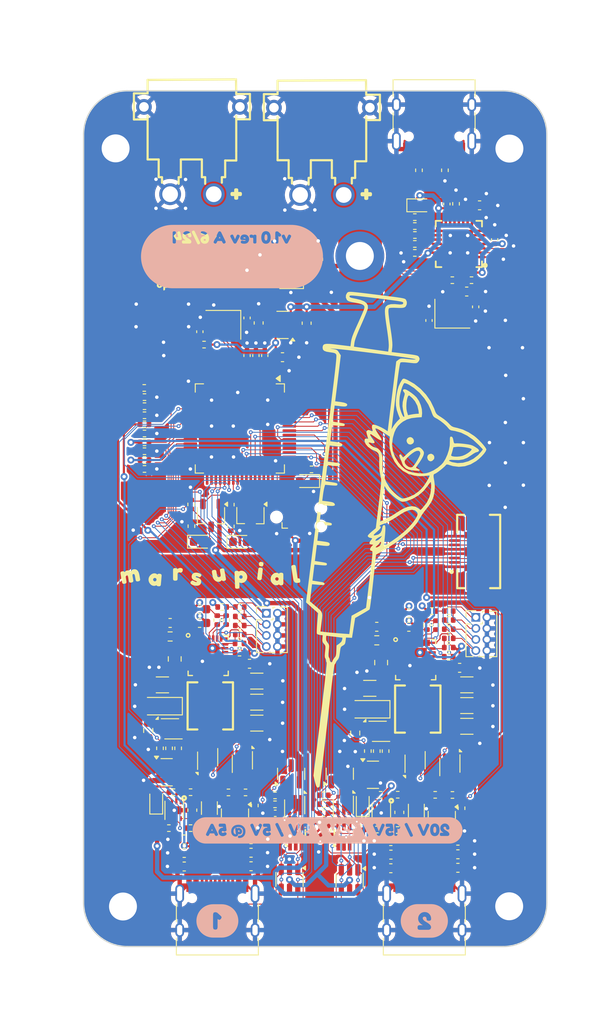
<source format=kicad_pcb>
(kicad_pcb (version 20240108) (generator "pcbnew") (generator_version "8.0")
  (layers (0 "F.Cu" signal) (1 "In1.Cu" signal) (2 "In2.Cu" signal) (31 "B.Cu" signal) (34 "B.Paste" user) (35 "F.Paste" user) (36 "B.SilkS" user "B.Silkscreen") (37 "F.SilkS" user "F.Silkscreen") (38 "B.Mask" user) (39 "F.Mask" user) (44 "Edge.Cuts" user))
  (net 0 "")
  (net 1 "GND")
  (net 2 "+24V")
  (net 3 "+5V")
  (net 4 "+3V3")
  (net 5 "/UCPD2_SRC/ISENSE_P")
  (net 6 "/UCPD2_SRC/ISENSE_M")
  (net 7 "Net-(C301-Pad1)")
  (net 8 "Net-(U301-BOOT)")
  (net 9 "/UCPD1_SRC/DC-DC UCPD/AGND_LOCAL")
  (net 10 "Net-(U301-VDD)")
  (net 11 "Net-(U301-VDRV)")
  (net 12 "Net-(U501-BOOT)")
  (net 13 "Net-(C501-Pad1)")
  (net 14 "Net-(U501-VDD)")
  (net 15 "Net-(U501-VDRV)")
  (net 16 "/UCPD1_SRC/ISENSE_M")
  (net 17 "/UCPD1_SRC/ISENSE_P")
  (net 18 "Net-(U701-XTALIN{slash}CLKIN)")
  (net 19 "Net-(U701-XTALOUT)")
  (net 20 "Net-(U701-CRFILT)")
  (net 21 "Net-(U701-PLLFILT)")
  (net 22 "Net-(D202-A)")
  (net 23 "/UCPD2_SRC/~{ALERT}")
  (net 24 "Net-(D401-A)")
  (net 25 "Net-(D402-K)")
  (net 26 "Net-(D402-A)")
  (net 27 "Net-(D403-K)")
  (net 28 "Net-(D403-A)")
  (net 29 "Net-(D602-A)")
  (net 30 "/UCPD1_SRC/~{ALERT}")
  (net 31 "Net-(D701-A)")
  (net 32 "/USB2_DP")
  (net 35 "/UCPD2_SRC/CC2")
  (net 36 "/UCPD2_SRC/CC1")
  (net 37 "/MCU/SWDIO")
  (net 38 "/MCU/SWCLK")
  (net 39 "/MCU/~{RST}")
  (net 41 "/UCPD1_SRC/CC2")
  (net 42 "/UCPD1_SRC/CC1")
  (net 45 "Net-(J701-CC2)")
  (net 46 "/2 PORT USB HUB/UFP_VBUS")
  (net 49 "Net-(J701-CC1)")
  (net 50 "/UCPD1_SRC/DC-DC UCPD/BUCK_SW")
  (net 51 "/UCPD2_SRC/DC-DC UCPD/BUCK_SW")
  (net 52 "Net-(Q201-S)")
  (net 53 "/UCPD2_SRC/VOUT_SHUNT")
  (net 54 "Net-(Q203-D)")
  (net 55 "Net-(Q204-C)")
  (net 56 "Net-(Q204-B)")
  (net 57 "Net-(Q205-B)")
  (net 58 "Net-(Q205-C)")
  (net 59 "/UCPD2_SRC/VCONN_5V")
  (net 60 "Net-(Q206-G)")
  (net 61 "Net-(Q207-B)")
  (net 62 "/MCU/DCDC1_PGOOD")
  (net 63 "/MCU/DCDC2_PGOOD")
  (net 64 "Net-(Q601-S)")
  (net 65 "/UCPD1_SRC/VOUT_SHUNT")
  (net 66 "Net-(Q603-G)")
  (net 67 "Net-(Q604-B)")
  (net 68 "Net-(Q604-C)")
  (net 69 "Net-(Q605-B)")
  (net 70 "Net-(Q605-C)")
  (net 71 "Net-(Q606-G)")
  (net 72 "/UCPD1_SRC/VCONN_5V")
  (net 73 "Net-(Q607-B)")
  (net 74 "/MCU/UCPD2_VBUS_DISCHG")
  (net 75 "/MCU/UCPD2_SRC_EN")
  (net 76 "Net-(U202-CMPIN)")
  (net 77 "/MCU/VCONN2_EN")
  (net 78 "/MCU/VCONN2_SEL")
  (net 79 "Net-(U301-PHASE)")
  (net 80 "Net-(U301-MODE2)")
  (net 81 "Net-(U301-MODE1)")
  (net 82 "Net-(U301-FB)")
  (net 83 "/MCU/UCPD1_PDO5")
  (net 84 "/MCU/UCPD1_PDO4")
  (net 85 "/MCU/UCPD1_PDO3")
  (net 86 "/MCU/UCPD1_PDO2")
  (net 87 "/MCU/VIN")
  (net 88 "/MCU/VBUS1")
  (net 89 "/MCU/VOUT1")
  (net 90 "/MCU/VBUS2")
  (net 91 "/MCU/VOUT2")
  (net 92 "Net-(U501-PHASE)")
  (net 93 "Net-(U501-MODE2)")
  (net 94 "Net-(U501-MODE1)")
  (net 95 "Net-(U501-FB)")
  (net 96 "/MCU/UCPD2_PDO5")
  (net 97 "/MCU/UCPD2_PDO4")
  (net 98 "/MCU/UCPD2_PDO3")
  (net 99 "/MCU/UCPD2_PDO2")
  (net 100 "/MCU/UCPD1_VBUS_DISCHG")
  (net 101 "/MCU/UCPD1_SRC_EN")
  (net 102 "Net-(U602-CMPIN)")
  (net 103 "/MCU/VCONN1_EN")
  (net 104 "/MCU/VCONN1_SEL")
  (net 105 "Net-(U701-VBUS_DET)")
  (net 106 "Net-(U701-RESET_N)")
  (net 107 "Net-(U701-RBIAS)")
  (net 108 "Net-(U701-NON_REM1)")
  (net 109 "Net-(U701-SUSP_IND{slash}NON_REM0)")
  (net 113 "/MCU/DCDC1_EN")
  (net 119 "/MCU/UCPD2_ISENSE")
  (net 120 "/MCU/XOUT")
  (net 122 "/MCU/VOUT2_SENSE")
  (net 125 "/MCU/VOUT1_SENSE")
  (net 128 "/MCU/XIN")
  (net 130 "/MCU/DCDC2_EN")
  (net 134 "/MCU/UCPD1_ISENSE")
  (net 144 "/USB2_DM")
  (net 150 "/USB1_DP")
  (net 151 "/USB1_DM")
  (net 152 "Net-(Q201-G)")
  (net 153 "Net-(Q601-G)")
  (net 154 "Net-(Q603-D)")
  (net 155 "Net-(U401-PC9)")
  (net 156 "/MCU/VBUS1_SENSE")
  (net 157 "/MCU/VBUS2_SENSE")
  (net 159 "Net-(Q203-G)")
  (net 160 "/2 PORT USB HUB/USBUP_DP")
  (net 161 "/2 PORT USB HUB/USBUP_DM")
  (net 164 "/UCPD2_SRC/DC-DC UCPD/AGND_LOCAL")
  (footprint "matei:SiC437AED" (layer "F.Cu") (at 149.199 114.0212)
    (property "Reference" "U501" (hide yes))
    (property "Value" "SiC437" (hide yes))
  )
  (footprint "kibuzzard-6664D67C" (layer "F.Cu") (at 121.9454 104.2416)
    (property "Reference" "kibuzzard-6664D67C" (hide yes))
    (property "Value" "G***" (hide yes))
  )
  (footprint "Capacitor_SMD:C_0603_1608Metric" (layer "F.Cu") (at 154.239 114.9512)
    (property "Reference" "C505" (hide yes))
    (property "Value" "4u7")
  )
  (footprint "easyeda2kicad:IND-SMD_L5.2-W5.4" (layer "F.Cu") (at 149.439 119.6762 -90)
    (property "Reference" "L501" (hide yes))
    (property "Value" "13u")
  )
  (footprint "matei:DMP3028-UDFN2020" (layer "F.Cu") (at 121.0333 121.8938)
    (property "Reference" "Q603" (hide yes))
    (property "Value" "DMP3028")
  )
  (footprint "easyeda2kicad:SC-70-6_L2.1-W1.3-P0.65-LS2.3-BR" (layer "F.Cu") (at 135.45 134.225 -90)
    (property "Reference" "U603" (hide yes))
    (property "Value" "BL1551B")
  )
  (footprint "Package_TO_SOT_SMD:SOT-23" (layer "F.Cu") (at 120.6523 126.9126)
    (property "Reference" "Q604" (hide yes))
    (property "Value" "MMBT3904")
  )
  (footprint "easyeda2kicad:FPC-SMD_8P-P0.50_FPC-05F-8PH20" (layer "F.Cu") (at 154.9654 101.6254 90)
    (property "Reference" "J103" (hide yes))
    (property "Value" "FPC")
  )
  (footprint "Package_TO_SOT_SMD:SOT-23" (layer "F.Cu") (at 140.5 127.0875 90)
    (property "Reference" "Q207" (hide yes))
    (property "Value" "MMBT3904")
  )
  (footprint "Resistor_SMD:R_0402_1005Metric" (layer "F.Cu") (at 153.4 70.55 180)
    (property "Reference" "R707" (hide yes))
    (property "Value" "1M")
  )
  (footprint "kibuzzard-6664D696" (layer "F.Cu") (at 129.1844 104.8512 2)
    (property "Reference" "kibuzzard-6664D696" (hide yes))
    (property "Value" "G***" (hide yes))
  )
  (footprint "Resistor_SMD:R_0402_1005Metric" (layer "F.Cu") (at 129.032 110.109)
    (property "Reference" "R307" (hide yes))
    (property "Value" "700R")
  )
  (footprint "Diode_SMD:D_0603_1608Metric" (layer "F.Cu") (at 119.4562 130.2145 90)
    (property "Reference" "D602" (hide yes))
    (property "Value" "LED")
  )
  (footprint "Capacitor_SMD:C_0603_1608Metric" (layer "F.Cu") (at 122.669 136.1582 180)
    (property "Reference" "C602" (hide yes))
    (property "Value" "10u")
  )
  (footprint "Capacitor_SMD:C_0603_1608Metric" (layer "F.Cu") (at 131.2 75.45 90)
    (property "Reference" "C103" (hide yes))
    (property "Value" "1u")
  )
  (footprint "Resistor_SMD:R_0402_1005Metric" (layer "F.Cu") (at 155.6 70.55 180)
    (property "Reference" "R706" (hide yes))
    (property "Value" "12k")
  )
  (footprint "Capacitor_SMD:C_0603_1608Metric" (layer "F.Cu") (at 130.1528 114.4862)
    (property "Reference" "C305" (hide yes))
    (property "Value" "4u7")
  )
  (footprint "Resistor_SMD:R_0402_1005Metric" (layer "F.Cu") (at 153.412 129.5146)
    (property "Reference" "R207" (hide yes))
    (property "Value" "5k1")
  )
  (footprint "Resistor_SMD:R_0402_1005Metric" (layer "F.Cu") (at 152.989 112.6262)
    (property "Reference" "R505" (hide yes))
    (property "Value" "51k")
  )
  (footprint "kibuzzard-6664D6A7" (layer "F.Cu") (at 135.4582 104.1908 9)
    (property "Reference" "kibuzzard-6664D6A7" (hide yes))
    (property "Value" "G***" (hide yes))
  )
  (footprint "Capacitor_SMD:C_0603_1608Metric" (layer "F.Cu") (at 154.0378 136.3098)
    (property "Reference" "C203" (hide yes))
    (property "Value" "10u")
  )
  (footprint "Symbol:OSHW-Logo2_9.8x8mm_SilkScreen" (layer "F.Cu") (at 123.9266 67.9958)
    (property "Reference" "REF**" (hide yes))
    (property "Value" "OSHW-Logo2_9.8x8mm_SilkScreen" (hide yes))
  )
  (footprint "matei:DMP3028-UDFN2020" (layer "F.Cu") (at 135.375 130.675 -90)
    (property "Reference" "Q606" (hide yes))
    (property "Value" "DMP3028")
  )
  (footprint "Connector:Tag-Connect_TC2030-IDC-NL_2x03_P1.27mm_Vertical" (layer "F.Cu") (at 135.785 97.684)
    (property "Reference" "J401" (hide yes))
    (property "Value" "TagConnect")
  )
  (footprint "Capacitor_SMD:C_0603_1608Metric" (layer "F.Cu") (at 146.35 137.91 180)
    (property "Reference" "C205" (hide yes))
    (property "Value" "10u")
  )
  (footprint "matei:DMP3028-UDFN2020" (layer "F.Cu") (at 144.8336 122.1809)
    (property "Reference" "Q203" (hide yes))
    (property "Value" "DMP3028")
  )
  (footprint "Package_TO_SOT_SMD:SOT-89-3" (layer "F.Cu") (at 134.975 69.15)
    (property "Reference" "U101" (hide yes))
    (property "Value" "HT7550-1")
  )
  (footprint "Capacitor_SMD:C_0603_1608Metric" (layer "F.Cu") (at 147.3252 131.51 -90)
    (property "Reference" "C206" (hide yes))
    (property "Value" "100n")
  )
  (footprint "Capacitor_SMD:C_0603_1608Metric" (layer "F.Cu") (at 122.669 137.7076 180)
    (property "Reference" "C603" (hide yes))
    (property "Value" "10u")
  )
  (footprint "Capacitor_SMD:C_1206_3216Metric" (layer "F.Cu") (at 130.9878 118.8862)
    (property "Reference" "C308" (hide yes))
    (property "Value" "47u")
  )
  (footprint "Resistor_SMD:R_0402_1005Metric" (layer "F.Cu") (at 118.112 91.1564 180)
    (property "Reference" "R409" (hide yes))
    (property "Value" "51k")
  )
  (footprint "Resistor_SMD:R_0402_1005Metric" (layer "F.Cu") (at 123.467 96.2358 90)
    (property "Reference" "R414" (hide yes))
    (property "Value" "10k")
  )
  (footprint "kibuzzard-6664CCCB" (layer "F.Cu") (at 120.0404 144.9832)
    (property "Reference" "kibuzzard-6664CCCB" (hide yes))
    (property "Value" "G***" (hide yes))
  )
  (footprint "MountingHole:MountingHole_3.2mm_M3_DIN965_Pad" (layer "F.Cu") (at 114.8 55.45)
    (property "Reference" "H104" (hide yes))
    (property "Value" "M3")
  )
  (footprint "matei:HRO-TYPE-C-31-M-12" (layer "F.Cu") (at 151.3078 51.4858 180)
    (property "Reference" "J701" (hide yes))
    (property "Value" "USB_C_Receptacle_USB2.0")
  )
  (footprint "Resistor_SMD:R_0603_1608Metric" (layer "F.Cu") (at 144.739 111.8012)
    (property "Reference" "R501" (hide yes))
    (property "Value" "2.2R")
  )
  (footprint "Resistor_SMD:R_0603_1608Metric" (layer "F.Cu") (at 121.0528 111.3612)
    (property "Reference" "R301" (hide yes))
    (property "Value" "2.2R")
  )
  (footprint "matei:HRO-TYPE-C-31-M-12" (layer "F.Cu") (at 126.4666 143.9418)
    (property "Reference" "J601" (hide yes))
    (property "Value" "USB_C_Receptacle_USB2.0")
  )
  (footprint "Resistor_SMD:R_0402_1005Metric" (layer "F.Cu") (at 129.6944 129.224)
    (property "Reference" "R607" (hide yes))
    (property "Value" "5k1")
  )
  (footprint "Resistor_SMD:R_0402_1005Metric" (layer "F.Cu") (at 138.675 130.575)
    (property "Reference" "R213" (hide yes))
    (property "Value" "10k")
  )
  (footprint "Diode_SMD:D_0603_1608Metric" (layer "F.Cu") (at 124.5339 100.503)
    (property "Reference" "D403" (hide yes))
    (property "Value" "LED")
  )
  (footprint "MountingHole:MountingHole_3.2mm_M3_DIN965_Pad" (layer "F.Cu") (at 159.9184 142.2654)
    (property "Reference" "H106" (hide yes))
    (property "Value" "M3")
  )
  (footprint "Diode_SMD:D_0603_1608Metric" (layer "F.Cu") (at 143.129 130.4887 90)
    (property "Reference" "D202" (hide yes))
    (property "Value" "LED")
  )
  (footprint "Resistor_SMD:R_0402_1005Metric" (layer "F.Cu") (at 127.4778 109.4862 90)
    (property "Reference" "R303" (hide yes))
    (property "Value" "499k")
  )
  (footprint "Capacitor_SMD:C_0603_1608Metric" (layer "F.Cu") (at 136.7 75.475 -90)
    (property "Reference" "C104" (hide yes))
    (property "Value" "1u")
  )
  (footprint "Capacitor_SMD:C_0603_1608Metric" (layer "F.Cu") (at 124.4278 108.2362 180)
    (property "Reference" "C304" (hide yes))
    (property "Value" "1u")
  )
  (footprint "Resistor_SMD:R_1206_3216Metric" (layer "F.Cu") (at 149.2758 131.3033 -90)
    (property "Reference" "R201" (hide yes))
    (property "Value" "10m")
  )
  (footprint "kibuzzard-6664A222" (layer "F.Cu") (at 143.5354 60.706)
    (property "Reference" "kibuzzard-6664A222" (hide yes))
    (property "Value" "G***" (hide yes))
  )
  (footprint "kibuzzard-6664D661" (layer "F.Cu") (at 116.4844 104.4702 10)
    (property "Reference" "kibuzzard-6664D661" (hide yes))
    (property "Value" "G***" (hide yes))
  )
  (footprint "Package_TO_SOT_SMD:SOT-23" (layer "F.Cu") (at 128.4873 131.764 -90)
    (property "Reference" "Q605" (hide yes))
    (property "Value" "MMBT3904")
  )
  (footprint "Crystal:Crystal_SMD_3225-4Pin_3.2x2.5mm" (layer "F.Cu") (at 153.4 74.385)
    (property "Reference" "Y701" (hide yes))
    (property "Value" "24MHz")
  )
  (footprint "Package_TO_SOT_SMD:SOT-23-6" (layer "F.Cu") (at 134.7368 139.183087 -90)
    (property "Reference" "U601" (hide yes))
    (property "Value" "SRV05-4")
  )
  (footprint "Package_TO_SOT_SMD:SOT-23" (layer "F.Cu") (at 133.9375 75.675 180)
    (property "Reference" "U102" (hide yes))
    (property "Value" "XC6206")
  )
  (footprint "Resistor_SMD:R_0402_1005Metric" (layer "F.Cu") (at 133.525 133.55 90)
    (property "Reference" "R615" (hide yes))
    (property "Value" "10k")
  )
  (footprint "Package_TO_SOT_SMD:TSOT-23" (layer "F.Cu") (at 130.2742 97.4912 -90)
    (property "Reference" "Q401" (hide yes))
    (property "Value" "AO3400A")
  )
  (footprint "Capacitor_SMD:C_0402_1005Metric" (layer "F.Cu") (at 124.4576 76.4524 90)
    (property "Reference" "C406" (hide yes))
    (property "Value" "20p")
  )
  (footprint "Resistor_SMD:R_0402_1005Metric" (layer "F.Cu") (at 150.489 110.0662 90)
    (property "Reference" "R504" (hide yes))
    (property "Value" "100k")
  )
  (footprint "Resistor_SMD:R_0402_1005Metric" (layer "F.Cu") (at 152.989 109.4762)
    (property "Reference" "R508" (hide yes))
    (property "Value" "700R")
  )
  (footprint "Capacitor_SMD:C_0402_1005Metric" (layer "F.Cu") (at 129.8678 79.193 90)
    (property "Reference" "C401" (hide yes))
    (property "Value" "100n")
  )
  (footprint "Diode_SMD:D_0603_1608Metric" (layer "F.Cu") (at 136.7 93.56 180)
    (property "Reference" "D401" (hide yes))
    (property "Value" "USER")
  )
  (footprint "Package_QFP:LQFP-64_10x10mm_P0.5mm" (layer "F.Cu") (at 129.0428 87.5338 -90)
    (property "Reference" "U401" (hide yes))
    (property "Value" "STM32G071RBTx")
  )
  (footprint "Connector_PinHeader_1.27mm:PinHeader_2x04_P1.27mm_Vertical" (layer "F.Cu") (at 156.094 109.1662)
    (property "Reference" "J501" (hide yes))
    (property "Value" "MANUAL")
  )
  (footprint "Capacitor_SMD:C_0603_1608Metric" (layer "F.Cu") (at 131.3 70.175 90)
    (property "Reference" "C102" (hide yes))
    (property "Value" "1u")
  )
  (footprint "kibuzzard-6664A222" (layer "F.Cu") (at 128.6256 60.6806)
    (property "Reference" "kibuzzard-6664A222" (hide yes))
    (property "Value" "G***" (hide yes))
  )
  (footprint "Capacitor_SMD:C_1206_3216Metric" (layer "F.Cu") (at 155.064 121.6512)
    (property "Reference" "C507" (hide yes))
    (property "Value" "47u")
  )
  (footprint "Capacitor_SMD:C_0603_1608Metric" (layer "F.Cu") (at 154.0378 137.8598)
    (property "Reference" "C202" (hide yes))
    (property "Value" "10u")
  )
  (footprint "easyeda2kicad:CONN-TH_XT30PW-M" (layer "F.Cu") (at 123.55 55.7 180)
    (property "Reference" "J101" (hide yes))
    (property "Value" "DC IN")
  )
  (footprint "kibuzzard-6664D680" (layer "F.Cu") (at 124.0536 104.8004 -7)
    (property "Reference" "kibuzzard-6664D680" (hide yes))
    (property "Value" "G***" (hide yes))
  )
  (footprint "matei:DMP3028-UDFN2020" (layer "F.Cu") (at 125.3094 125.5918 90)
    (property "Reference" "Q601" (hide yes))
    (property "Value" "DMP3028")
  )
  (footprint "kibuzzard-6664BF3A" (layer "F.Cu") (at 153.924 79.7814)
    (property "Reference" "kibuzzard-6664BF3A" (hide yes))
    (property "Value" "G***" (hide yes))
  )
  (footprint "Resistor_SMD:R_0402_1005Metric" (layer "F.Cu") (at 152.55 57.96 90)
    (property "Reference" "R703" (hide yes))
    (property "Value" "5k1")
  )
  (footprint "Diode_SMD:D_0603_1608Metric" (layer "F.Cu") (at 129.0449 100.5246)
    (property "Reference" "D402" (hide yes))
    (property "Value" "LED")
  )
  (footprint "Capacitor_SMD:C_0402_1005Metric" (layer "F.Cu") (at 129.8678 74.875 -90)
    (property "Reference" "C405" (hide yes))
    (property "Value" "20p")
  )
  (footprint "Capacitor_SMD:C_0603_1608Metric" (layer "F.Cu") (at 123.5964 131.256 -90)
    (property "Reference" "C606" (hide yes))
    (property "Value" "100n")
  )
  (footprint "Resistor_SMD:R_0402_1005Metric" (layer "F.Cu") (at 120.9294 124.1694 -90)
    (property "Reference" "R606" (hide yes))
    (property "Value" "5k1")
  )
  (footprint "Resistor_SMD:R_0402_1005Metric" (layer "F.Cu") (at 118.114 87.067 180)
    (property "Reference" "R403" (hide yes))
    (property "Value" "51k")
  )
  (footprint "Capacitor_SMD:C_0603_1608Metric" (layer "F.Cu") (at 144.739 110.2512)
    (property "Reference" "C501" (hide yes))
    (property "Value" "100n")
  )
  (footprint "kibuzzard-6664CCD3" (layer "F.Cu") (at 156.6672 144.9832)
    (property "Reference" "kibuzzard-6664CCD3" (hide yes))
    (property "Value" "G***" (hide yes))
  )
  (footprint "Resistor_SMD:R_0402_1005Metric" (layer "F.Cu") (at 123.4924 98.727 90)
    (property "Reference" "R416" (hide yes))
    (property "Value" "5k1")
  )
  (footprint "Capacitor_SMD:C_0402_1005Metric" (layer "F.Cu") (at 150.725 75.165 90)
    (property "Reference" "C703" (hide yes))
    (property "Value" "12p")
  )
  (footprint "Resistor_SMD:R_0402_1005Metric" (layer "F.Cu") (at 120.906 133.3134)
    (property "Reference" "R612" (hide yes))
    (property "Value" "10k")
  )
  (footprint "Capacitor_SMD:C_0402_1005Metric" (layer "F.Cu") (at 158.25 65.9 90)
    (property "Reference" "C607" (hide yes))
    (property "Value" "100n")
  )
  (footprint "Capacitor_SMD:C_0805_2012Metric" (layer "F.Cu") (at 121.5778 113.9332 -90)
    (property "Reference" "C302" (hide yes))
    (property "Value" "22u")
  )
  (footprint "Diode_SMD:D_0603_1608Metric" (layer "F.Cu") (at 149.675 61.975)
    (property "Reference" "D701" (hide yes))
    (property "Value" "USB_HS")
  )
  (footprint "Resistor_SMD:R_0402_1005Metric" (layer "F.Cu") (at 129.0066 112.1612)
    (property "Reference" "R305" (hide yes))
    (property "Value" "51k")
  )
  (footprint "Diode_SMD:D_SOD-123" (layer "F.Cu") (at 143.889 119.7012 180)
    (property "Reference" "D201" (hide yes))
    (property "Value" "BZT52C24")
  )
  (footprint "Resistor_SMD:R_0402_1005Metric" (layer "F.Cu") (at 118.114 86.0256)
    (property "Reference" "R405" (hide yes))
    (property "Value" "8k")
  )
  (footprint "Resistor_SMD:R_0402_1005Metric" (layer "F.Cu") (at 121.9708 124.1714 -90)
    (property "Reference" "R602" (hide yes))
    (property "Value" "10k")
  )
  (footprint "Resistor_SMD:R_0402_1005Metric" (layer "F.Cu") (at 129.032 111.1362)
    (property "Reference" "R306" (hide yes))
    (property "Value" "2k")
  )
  (footprint "Resistor_SMD:R_0402_1005Metric" (layer "F.Cu") (at 128.0034 98.7466 90)
    (property "Reference" "R415" (hide yes))
    (property "Value" "5k1")
  )
  (footprint "Resistor_SMD:R_0402_1005Metric" (layer "F.Cu") (at 137.2592 92.2232)
    (property "Reference" "R412" (hide yes))
    (property "Value" "5k1")
  )
  (footprint "easyeda2kicad:IND-SMD_L5.2-W5.4" (layer "F.Cu") (at 125.6538 119.3112 -90)
    (property "Reference" "L301" (hide yes))
    (property "Value" "13u")
  )
  (footprint "matei:DMP3028-UDFN2020" (layer "F.Cu") (at 149.089 125.9387 90)
    (property "Reference" "Q201" (hide yes))
    (property "Value" "DMP3028")
  )
  (footprint "Resistor_SMD:R_0603_1608Metric" (layer "F.Cu") (at 142.2666 122.4248 -90)
    (property "Reference" "R208" (hide yes))
    (property "Value" "10k")
  )
  (footprint "Capacitor_SMD:C_0603_1608Metric" (layer "F.Cu") (at 121.0528 109.8112)
    (property "Reference" "C301" (hide yes))
    (property "Value" "100n")
  )
  (footprint "LOGO" (layer "F.Cu") (at 145.846465 100.956465 -7)
    (property "Reference" "G***" (hide yes))
    (property "Value" "LOGO" (hide yes))
  )
  (footprint "Capacitor_SMD:C_0402_1005Metric" (layer "F.Cu") (at 156.075 73.605 -90)
    (property "Reference" "C702" (hide yes))
    (property "Value" "12p")
  )
  (footprint "Resistor_SMD:R_0402_1005Metric" (layer "F.Cu") (at 128.0034 96.2594 90)
    (property "Reference" "R413" (hide yes))
    (property "Value" "10k")
  )
  (footprint "matei:TS-1187A-B-A-B" (layer "F.Cu") (at 120.1674 76.5675)
    (property "Reference" "SW1" (hide yes))
    (property "Value" "RESET" (hide yes))
  )
  (footprint "Capacitor_SMD:C_0402_1005Metric" (layer "F.Cu") (at 138.675 131.6 180)
    (property "Reference" "C208" (hide yes))
    (property "Value" "100n")
  )
  (footprint "Resistor_SMD:R_0402_1005Metric" (layer "F.Cu") (at 154.4586 131.0354 90)
    (property "Reference" "R210" (hide yes))
    (property "Value" "5k1")
  )
  (footprint "Resistor_SMD:R_0402_1005Metric" (layer "F.Cu") (at 127.7366 129.224 180)
    (property "Reference" "R603" (hide yes))
    (property "Value" "10k")
  )
  (footprint "MountingHole:MountingHole_3.2mm_M3_DIN965_Pad" (layer "F.Cu") (at 159.9438 55.475)
    (property "Reference" "H103" (hide yes))
    (property "Value" "M3")
  )
  (footprint "MountingHole:MountingHole_3.2mm_M3_DIN965_Pad" (layer "F.Cu") (at 115.6462 142.2908)
    (property "Reference" "H105" (hide yes))
    (property "Value" "M3")
  )
  (footprint "easyeda2kicad:QFN-28_L5.0-W5.0-P0.50-BL-EP3.3" (layer "F.Cu") (at 154.15 66.4 90)
    (property "Reference" "U701" (hide yes))
    (property "Value" "USB2412-DZK-TR")
  )
  (footprint "Capacitor_SMD:C_0603_1608Metric" (layer "F.Cu") (at 124.4278 109.8112)
    (property "Reference" "C303" (hide yes))
    (property "Value" "100n")
  )
  (footprint "matei:DMP3028-UDFN2020" (layer "F.Cu") (at 153.164 125.9137 -90)
    (property "Reference" "Q202" (hide yes))
    (property "Value" "DMP3028")
  )
  (footprint "Resistor_SMD:R_0402_1005Metric" (layer "F.Cu") (at 118.114 89.1244 180)
    (property "Reference" "R408" (hide yes))
    (property "Value" "51k")
  )
  (footprint "Capacitor_SMD:C_0603_1608Metric" (layer "F.Cu") (at 146.35 134.8 180)
    (property "Reference" "C204" (hide yes))
    (property "Value" "10u")
  )
  (footprint "Resistor_SMD:R_0402_1005Metric" (layer "F.Cu") (at 144.739 124.4902 -90)
    (property "Reference" "R206" (hide yes))
    (property "Value" "5k1")
  )
  (footprint "Resistor_SMD:R_0402_1005Metric" (layer "F.Cu") (at 149.1 63.325)
    (property "Reference" "R708" (hide yes))
    (property "Value" "51k")
  )
  (footprint "Resistor_SMD:R_0603_1608Metric" (layer "F.Cu") (at 118.5418 122.1242 -90)
    (property "Reference" "R608" (hide yes))
    (property "Value" "10k")
  )
  (footprint "Resistor_SMD:R_0402_1005Metric" (layer "F.Cu") (at 123.3952 133.3134 180)
    (property "Reference" "R605" (hide yes))
    (property "Value" "10R")
  )
  (footprint "Capacitor_SMD:C_1206_3216Metric" (layer "F.Cu") (at 130.9878 116.4732)
    (property "Reference" "C309" (hide yes))
    (property "Value" "47u")
  )
  (footprint "Capacitor_SMD:C_0603_1608Metric" (layer "F.Cu") (at 156.525 61.975)
    (property "Reference" "C704" (hide yes))
    (property "Value" "100n")
  )
  (footprint "Resistor_SMD:R_0402_1005Metric" (layer "F.Cu") (at 151.049 108.4512 180)
    (property "Reference" "R510" (hide yes))
    (property "Value" "4k3")
  )
  (footprint "matei:SiC437AED" (layer "F.Cu") (at 125.4128 113.5312)
    (property "Reference" "U301" (hide yes))
    (property "Value" "SiC437" (hide yes))
  )
  (footprint "easyeda2kicad:CONN-TH_XT30PW-M" (layer "F.Cu") (at 138.45 55.7875 180)
    (property "Reference" "J102" (hide yes))
    (property "Value" "DC OUT")
  )
  (footprint "easyeda2kicad:WSON-8_L2.0-W2.0-P0.50-BL-EP0.9" (layer "F.Cu") (at 121.5176 131.2662 180)
    (property "Reference" "U602" (hide yes))
    (property "Value" "INA381A2IDSGR")
  )
  (footprint "Resistor_SMD:R_0402_1005Metric" (layer "F.Cu") (at 127.0178 107.9862 180)
    (property "Reference" "R310" (hide yes))
    (property "Value" "4k3")
  )
  (footprint "Resistor_SMD:R_0402_1005Metric" (layer "F.Cu") (at 143.714 124.4854 90)
    (property "Reference" "R209" (hide yes))
    (property "Value" "5k1")
  )
  (footprint "Capacitor_SMD:C_0805_2012Metric" (layer "F.Cu") (at 145.239 114.3512 -90)
    (property "Reference" "C502" (hide yes))
    (property "Value" "22u")
  )
  (footprint "Capacitor_SMD:C_0603_1608Metric" (layer "F.Cu") (at 148.414 110.2512)
    (property "Reference" "C503" (hide yes))
    (property "Value" "100n")
  )
  (footprint "Capacitor_SMD:C_0402_1005Metric" (layer "F.Cu") (at 133.1 131.6125 180)
    (property "Reference" "C608" (hide yes))
    (property "Value" "100n")
  )
  (footprint "Capacitor_SMD:C_0402_1005Metric" (layer "F.Cu") (at 143.275 133.025 90)
    (property "Reference" "C207" (hide yes))
    (property "Value" "100n")
  )
  (footprint "Capacitor_SMD:C_1206_3216Metric" (layer "F.Cu") (at 143.939 117.3012 180)
    (property "Reference" "C506" (hide yes))
    (property "Value" "47u")
  )
  (footprint "Resistor_SMD:R_0402_1005Metric" (layer "F.Cu") (at 139.1 133.575 90)
    (property "Reference" "R215" (hide yes))
    (property "Value" "10k")
  )
  (footprint "Capacitor_SMD:C_0603_1608Metric" (layer "F.Cu") (at 148.414 108.7012 180)
    (property "Reference" "C504" (hide yes))
    (property "Value" "1u")
  )
  (footprint "Capacitor_SMD:C_1206_3216Metric" (layer "F.Cu") (at 120.1674 116.905 180)
    (property "Reference" "C306" (hide yes))
    (property "Value" "47u")
  )
  (footprint "matei:DMP3028-UDFN2020" (layer "F.Cu") (at 140.95 130.65 -90)
    (property "Reference" "Q206" (hide yes))
    (property "Value" "DMP3028")
  )
  (footprint "Resistor_SMD:R_0402_1005Metric" (layer "F.Cu") (at 118.112 83.9428)
    (property "Reference" "R404" (hide yes))
    (property "Value" "8k")
  )
  (footprint "Resistor_SMD:R_0402_1005Metric" (layer "F.Cu") (at 118.112 92.1724)
    (property "Reference" "R411" (hide yes))
    (property "Value" "8k")
  )
  (footprint "Symbol:Symbol_HighVoltage_NoTriangle_2x5mm_Copper" (layer "F.Cu") (at 126.6698 136.2456)
    (property "Reference" "REF**" (hide yes))
    (property "Value" "Symbol_HighVoltage_NoTriangle_2x5mm_Copper" (hide yes))
  )
  (footprint "kibuzzard-6664D69E" (layer "F.Cu") (at 131.3942 103.8606 -7)
    (property "Reference" "kibuzzard-6664D69E" (hide yes))
    (property "Value" "G***" (hide yes))
  )
  (footprint "Capacitor_SMD:C_0402_1005Metric" (layer "F.Cu") (at 130.8838 79.193 90)
    (property "Reference" "C402" (hide yes))
    (property "Value" "100n")
  )
  (footprint "Resistor_SMD:R_0402_1005Metric" (layer "F.Cu") (at 118.114 84.9842 180)
    (property "Reference" "R402" (hide yes))
    (property "Value" "51k")
  )
  (footprint "matei:bud_9162" (layer "F.Cu") (at 138.0744 100.4062)
    (property "Reference" "FC_" (hide yes))
    (property "Value" "Val_" (hide yes))
    (fp_line (start -26.94 41.4694) (end -26.94 -46.5494) (stroke (width 0.15)) (layer "Edge.Cuts"))
    (fp_line (start -21.94 -51.5494) (end 21.16 -51.5494) (stroke (width 0.15)) (layer "Edge.Cuts"))
    (fp_line (start 21.16 46.4694) (end -21.94 46.4694) (stroke (width 0.15)) (layer "Edge.Cuts"))
    (fp_line (start 26.16 -46.5494) (end 26.16 41.4694) (stroke (width 0.15)) (layer "Edge.Cuts"))
    (fp_arc (start -26.94 -46.5494) (mid -25.475534 -50.084934) (end -21.94 -51.5494) (stroke (width 0.15)) (layer "Edge.Cuts"))
    (fp_arc (start -21.94 46.4694) (mid -25.475534 45.004934) (end -26.94 41.4694) (stroke (width 0.15)) (layer "Edge.Cuts"))
    (fp_arc (start 21.16 -51.5494) (mid 24.695534 -50.084934) (end 26.16 -46.5494) (stroke (width 0.15)) (layer "Edge.Cuts"))
    (fp_arc (start 26.16 41.4694) (mid 24.695534 45.004934) (end 21.16 46.4694) (stroke (width 0.15)) (layer "Edge.Cuts"))
  )
  (footprint "Capacitor_SMD:C_0603_1608Metric" (layer "F.Cu") (at 130.3274 134.5834)
    (property "Reference" "C609" (hide yes))
    (property "Value" "10u")
  )
  (footprint "Resistor_SMD:R_0402_1005Metric" (layer "F.Cu") (at 152.989 108.4512 180)
    (property "Reference" "R509" (hide yes))
    (property "Value" "1k3")
  )
  (footprint "Resistor_SMD:R_0402_1005Metric" (layer "F.Cu") (at 147.1422 129.4892 180)
    (property "Reference" "R204" (hide yes))
    (property "Value" "10R")
  )
  (footprint "matei:HRO-TYPE-C-31-M-12" (layer "F.Cu") (at 150.1902 143.9418)
    (property "Reference" "J201" (hide yes))
    (property "Value" "USB_C_Receptacle_USB2.0")
  )
  (footprint "Capacitor_SMD:C_0402_1005Metric" (layer "F.Cu") (at 152.775 61.825 90)
    (property "Reference" "C701" (hide yes))
    (property "Value" "100n")
  )
  (footprint "Resistor_SMD:R_0402_1005Metric" (layer "F.Cu") (at 130.7592 130.7206 -90)
    (property "Reference" "R610" (hide yes))
    (property "Value" "5k1")
  )
  (footprint "Resistor_SMD:R_0402_1005Metric" (layer "F.Cu") (at 144.76 133.475)
    (property "Reference" "R212" (hide yes))
    (property "Value" "10k")
  )
  (footprint "Resistor_SMD:R_0402_1005Metric" (layer "F.Cu") (at 145.7505 124.4902 -90)
    (property "Reference" "R202" (hide yes))
    (property "Value" "10k")
  )
  (footprint "Capacitor_SMD:C_1206_3216Metric" (layer "F.Cu") (at 155.064 116.9012)
    (property "Reference" "C509" (hide yes))
    (property "Value" "47u")
  )
  (footprint "Capacitor_SMD:C_0603_1608Metric" (layer "F.Cu") (at 130.3274 137.6822)
    (property "Reference" "C605" (hide yes))
    (property "Value" "10u")
  )
  (footprint "Resistor_SMD:R_0402_1005Metric" (layer "F.Cu") (at 123.3952 129.1986 180)
    (property "Reference" "R604" (hide yes))
    (property "Value" "10R")
  )
  (footprint "Capacitor_SMD:C_0603_1608Metric" (layer "F.Cu") (at 154.0366 134.75)
    (property "Reference" "C209" (hide yes))
    (property "Value" "10u")
  )
  (footprint "Resistor_SMD:R_0402_1005Metric" (layer "F.Cu") (at 129.032 107.9862 180)
    (property "Reference" "R309" (hide yes))
    (property "Value" "1k3")
  )
  (footprint "kibuzzard-6664D670" (layer "F.Cu") (at 119.3038 104.8512 -5)
    (property "Reference" "kibuzzard-6664D670" (hide yes))
    (property "Value" "G***" (hide yes))
  )
  (footprint "Resistor_SMD:R_0402_1005Metric" (layer "F.Cu") (at 152.989 111.5762)
    (property "Reference" "R506" (hide yes))
    (property "Value" "2k")
  )
  (footprint "kibuzzard-6664D6A2" (layer "F.Cu") (at 133.2992 104.775)
    (property "Reference" "kibuzzard-6664D6A2" (hide yes))
    (property "Value" "G***" (hide yes))
  )
  (footprint "Resistor_SMD:R_0402_1005Metric" (layer "F.Cu") (at 149.575 57.96 -90)
    (property "Reference" "R705" (hide yes))
    (property "Value" "5k1")
  )
  (footprint "Package_TO_SOT_SMD:SOT-23" (layer "F.Cu") (at 134.925 127.1 90)
    (property "Reference" "Q607" (hide yes))
    (property "Value" "MMBT3904")
  )
  (footprint "Resistor_SMD:R_0402_1005Metric" (layer "F.Cu") (at 152.989 113.6762 180)
    (property "Reference" "R502" (hide yes))
    (property "Value" "10k")
  )
  (footprint "Capacitor_SMD:C_1206_3216Metric" (layer "F.Cu") (at 130.9878 121.2862)
    (property "Reference" "C307" (hide yes))
    (property "Value" "47u")
  )
  (footprint "Resistor_SMD:R_1206_3216Metric" (layer "F.Cu") (at 125.5522 131.0167 -90)
    (property "Reference" "R601" (hide yes))
    (property "Value" "10m")
  )
  (footprint "Resistor_SMD:R_0402_1005Metric" (layer "F.Cu") (at 145.1864 129.4981 180)
    (property "Reference" "R211" (hide yes))
    (property "Value" "5k1")
  )
  (footprint "Symbol:Symbol_HighVoltage_NoTriangle_2x5mm_Copper" (layer "F.Cu") (at 150.2918 136.398)
    (property "Reference" "REF**" (hide yes))
    (property "Value" "Symbol_HighVoltage_NoTriangle_2x5mm_Copper" (hide yes))
  )
  (footprint "kibuzzard-6664D691" (layer "F.Cu") (at 126.6444 104.3686 10)
    (property "Reference" "kibuzzard-6664D691" (hide yes))
    (property "Value" "G***" (hide yes))
  )
  (footprint "Package_TO_SOT_SMD:SOT-23" (layer "F.Cu") (at 144.3015 127.2012)
    (property "Reference" "Q204" (hide yes))
    (property "Value" "MMBT3904")
  )
  (footprint "Resistor_SMD:R_0402_1005Metric" (layer "F.Cu") (at 149.1 66.4 180)
    (property "Reference" "R701" (hide yes))
    (property "Value" "5k1")
  )
  (footprint "Resistor_SMD:R_0402_1005Metric" (layer "F.Cu") (at 129.032 109.0676)
    (property "Reference" "R308" (hide yes))
    (property "Value" "700R")
  )
  (footprint "Capacitor_SMD:C_0603_1608Metric" (layer "F.Cu") (at 130.3274 136.1328)
    (property "Reference" "C604" (hide yes))
    (property "Value" "10u")
  )
  (footprint "Resistor_SMD:R_0402_1005Metric" (layer "F.Cu") (at 118.112 88.1084)
    (property "Reference" "R406" (hide yes))
    (property "Value" "8k")
  )
  (footprint "easyeda2kicad:SC-70-6_L2.1-W1.3-P0.65-LS2.3-BR" (layer "F.Cu") (at 140.975 134.225 -90)
    (property "Reference" "U203" (hide yes))
    (property "Value" "BL1551B")
  )
  (footprint "Resistor_SMD:R_0402_1005Metric" (layer "F.Cu") (at 124.9426 77.9272 180)
    (property "Reference" "R407" (hide yes))
    (property "Value" "10k")
  )
  (footprint "Capacitor_SMD:C_1206_3216Metric" (layer "F.Cu") (at 155.064 119.2762)
    (property "Reference" "C508" (hide yes))
    (property "Value" "47u")
  )
  (footprint "Resistor_SMD:R_0402_1005Metric" (layer "F.Cu") (at 151.4348 129.5012 180)
    (property "Reference" "R203" (hide yes))
    (property "Value" "10k")
  )
  (footprint "Resistor_SMD:R_0402_1005Metric" (layer "F.Cu") (at 152.989 110.5262)
    (property "Reference" "R507" (hide yes))
    (property "Value" "700R")
  )
  (footprint "Capacitor_SMD:C_0603_1608Metric" (layer "F.Cu") (at 155.05 71.85)
    (property "Reference" "C705" (hide yes))
    (property "Value" "100n")
  )
  (footprint "Resistor_SMD:R_0402_1005Metric" (layer "F.Cu") (at 121.4394 129.1986 180)
    (property "Reference" "R611" (hide yes))
    (property "Value" "5k1")
  )
  (footprint "Connector_PinHeader_1.27mm:PinHeader_2x04_P1.27mm_Vertical" (layer "F.Cu") (at 132.0828 108.7012)
    (property "Reference" "J301" (hide yes))
    (property "Value" "MANUAL")
  )
  (footprint "Resistor_SMD:R_0402_1005Metric" (layer "F.Cu") (at 119.888 124.1694 90)
    (property "Reference" "R609" (hide yes))
    (property "Value" "5k1")
  )
  (footprint "Resistor_SMD:R_0402_1005Metric" (layer "F.Cu") (at 151.514 110.0662 90)
    (property "Reference" "R503" (hide yes))
    (property "Value" "499k")
  )
  (footprint "Package_TO_SOT_SMD:TSOT-23" (layer "F.Cu") (at 125.753 97.4912 -90)
    (property "Reference" "Q402" (hide yes))
    (property "Value" "AO3400A")
  )
  (footprint "Resistor_SMD:R_0402_1005Metric" (layer "F.Cu") (at 133.075 129.5625)
    (property "Reference" "R614" (hide yes))
    (property "Value" "5k1")
  )
  (footprint "Resistor_SMD:R_0402_1005Metric" (layer "F.Cu") (at 138.675 129.55 180)
    (property "Reference" "R214" (hide yes))
    (property "Value" "5k1")
  )
  (footprint "Capacitor_SMD:C_0603_1608Metric" (layer "F.Cu") (at 146.36 136.35 180)
    (property "Reference" "C201" (hide yes))
    (property "Value" "10u")
  )
  (footprint "Capacitor_SMD:C_0603_1608Metric" (layer "F.Cu") (at 133.9318 79.3708)
    (property "Reference" "C404" (hide yes))
    (property "Value" "10u")
  )
  (footprint "Diode_SMD:D_SOD-123" (layer "F.Cu") (at 120.0922 119.3434 180)
    (property "Reference" "D601" (hide yes))
    (property "Value" "BZT52C24")
  )
  (footprint "Resistor_SMD:R_0402_1005Metric" (layer "F.Cu") (at 149.11 65.375 180)
    (property "Reference" "R702" (hide yes))
    (property "Value" "10k")
  )
  (footprint "matei:DMP3028-UDFN2020" (layer "F.Cu") (at 129.3764 125.541 -90)
    (property "Reference" "Q602" (hide yes))
    (property "Value" "DMP3028")
  )
  (footprint "easyeda2kicad:WSON-8_L2.0-W2.0-P0.50-BL-EP0.9" (layer "F.Cu") (at 145.2606 131.5726 180)
    (property "Reference" "U202" (hide yes))
    (property "Value" "INA381A2IDSGR")
  )
  (footprint "kibuzzard-66649A48" (layer "F.Cu") (at 138.4046 144.9578)
    (property "Reference" "kibuzzard-66649A48" (hide yes))
    (property "Value" "G***" (hide yes))
  )
  (footprint "MountingHole:MountingHole_3.2mm_M3_DIN965_Pad" (layer "F.Cu") (at 142.8 67.775)
    (property "Reference" "H101" (hide yes))
    (property "Value" "24V")
  )
  (footprint "Resistor_SMD:R_0402_1005Metric" (layer "F.Cu") (at 118.0846 82.8926 180)
    (property "Reference" "R401" (hide yes))
    (property "Value" "51k")
  )
  (footprint "Package_TO_SOT_SMD:SOT-23" (layer "F.Cu") (at 152.1928 132.0445 -90)
    (property "Reference" "Q205" (hide yes))
    (property "Value" "MMBT3904")
  )
  (footprint "Resistor_SMD:R_0402_1005Metric" (layer "F.Cu") (at 149.1 64.35)
    (property "Reference" "R704" (hide yes))
    (property "Value" "10k")
  )
  (footprint "Resistor_SMD:R_0402_1005Metric" (layer "F.Cu") (at 153.825 61.8 90)
    (property "Reference" "R709" (hide yes))
    (property "Value" "51k")
  )
  (footprint "Resistor_SMD:R_0402_1005Metric" (layer "F.Cu") (at 147.13 133.53 180)
    (property "Reference" "R205" (hide yes))
    (property "Value" "10R")
  )
  (footprint "Capacitor_SMD:C_0603_1608Metric" (layer "F.Cu") (at 122.682 134.6088 180)
    (property "Reference" "C601" (hide yes))
    (property "Value" "10u")
  )
  (footprint "Capacitor_SMD:C_0603_1608Metric" (layer "F.Cu") (at 138.025 68.15 90)
    (property "Reference" "C101" (hide yes))
    (property "Value" "1u")
  )
  (footprint "Resistor_SMD:R_0402_1005Metric" (layer "F.Cu") (at 149.1 67.425 180)
    (property "Reference" "R710" (hide yes))
    (property "Value" "51k")
  )
  (footprint "Resistor_SMD:R_0402_1005Metric" (layer "F.Cu") (at 133.075 130.5875)
    (property "Reference" "R613" (hide yes))
    (property "Value" "10k")
  )
  (footprint "Crystal:Crystal_SMD_3225-4Pin_3.2x2.5mm" (layer "F.Cu") (at 127.15 75.6624 180)
    (property "Reference" "Y401" (hide yes))
    (property "Value" "12MHz")
  )
  (footprint "Package_TO_SOT_SMD:SOT-23-6" (layer "F.Cu") (at 141.625 139.2375 -90)
    (property "Reference" "U201" (hide yes))
    (property "Value" "SRV05-4")
  )
  (footprint "Resistor_SMD:R_0402_1005Metric" (layer "F.Cu") (at 129.0066 113.2078 180)
    (property "Reference" "R302" (hide yes))
    (property "Value" "10k")
  )
  (footprint "Capacitor_SMD:C_0402_1005Metric" (layer "F.Cu") (at 131.8998 79.193 90)
    (property "Reference" "C403" (hide yes))
    (property "Value" "100n")
  )
  (footprint "Resistor_SMD:R_0402_1005Metric" (layer "F.Cu") (at 126.4528 109.4862 90)
    (property "Reference" "R304" (hide yes))
    (property "Value" "100k")
  )
  (footprint "Resistor_SMD:R_0402_1005Metric" (layer "F.Cu") (at 118.112 90.1404)
    (property "Reference" "R410" (hide yes))
    (property "Value" "8k")
  )
  (footprint "kibuzzard-6664CE0F" (layer "B.Cu") (at 123.55 55.7 180)
    (property "Reference" "kibuzzard-6664CE0F" (hide yes))
    (property "Value" "G***" (hide yes))
  )
  (footprint "kibuzzard-6664CF7E" (layer "B.Cu") (at 128.143 67.8434 180)
    (property "Reference" "kibuzzard-6664CF7E" (hide yes))
    (property "Value" "G***" (hide yes))
  )
  (footprint "kibuzzard-6664CE29" (layer "B.Cu") (at 138.45 55.7875 180)
    (property "Reference" "kibuzzard-6664CE29" (hide yes))
    (property "Value" "G***" (hide yes))
  )
  (footprint "kibuzzard-6664CEEC" (layer "B.Cu") (at 139.1 133.575 180)
    (property "Reference" "kibuzzard-6664CEEC" (hide yes))
    (property "Value" "G***" (hide yes))
  )
  (footprint "kibuzzard-6664CEA9" (layer "B.Cu") (at 150.1902 143.9418 180)
    (property "Reference" "kibuzzard-6664CEA9" (hide yes))
    (property "Value" "G***" (hide yes))
  )
  (footprint "kibuzzard-6664CEA1" (layer "B.Cu") (at 126.4666 143.9418 180)
    (property "Reference" "kibuzzard-6664CEA1" (hide yes))
    (property "Value" "G***" (hide yes))
  )
  (segment (start 153.4402 139.8968) (end 153.5952 139.8968) (width 0.25) (layer "F.Cu") (net 1))
  (segment (start 142.4426 117.3226) (end 142.464 117.3012) (width 0.25) (layer "F.Cu") (net 1))
  (segment (start 145.575 137.91) (end 144.5184 137.91) (width 0.25) (layer "F.Cu") (net 1))
  (segment (start 118.4288 119.3444) (end 117.0064 119.3444) (width 0.25) (layer "F.Cu") (net 1))
  (segment (start 140.195 134.085) (end 139.1 134.085) (width 0.25) (layer "F.Cu") (net 1))
  (segment (start 131.2 74.675) (end 131.2 73.25) (width 0.25) (layer "F.Cu") (net 1))
  (segment (start 135.875 128.0375) (end 135.875 125.3086) (width 0.25) (layer "F.Cu") (net 1))
  (segment (start 148.59 67.425) (end 147.525 67.425) (width 0.25) (layer "F.Cu") (net 1))
  (segment (start 126.05 74.8124) (end 126.05 73.39) (width 0.25) (layer "F.Cu") (net 1))
  (segment (start 141.45 128.025) (end 141.45 126.2608) (width 0.25) (layer "F.Cu") (net 1))
  (segment (start 155.15 65.4) (end 155.16 65.39) (width 0.25) (layer "F.Cu") (net 1))
  (segment (start 148.971 114.6658) (end 149.0328 114.604) (width 0.25) (layer "F.Cu") (net 1))
  (segment (start 137.47 131.18) (end 137.47 130.59) (width 0.25) (layer "F.Cu") (net 1))
  (segment (start 124.91555 113.83345) (end 124.6487 114.1003) (width 0.25) (layer "F.Cu") (net 1))
  (segment (start 118.679 116.906) (end 118.679 114.8996) (width 0.25) (layer "F.Cu") (net 1))
  (segment (start 131.6875 131.6125) (end 131.675 131.6) (width 0.25) (layer "F.Cu") (net 1))
  (segment (start 154.8116 133.6516) (end 154.8 133.64) (width 0.25) (layer "F.Cu") (net 1))
  (segment (start 143.364 128.1512) (end 145.1528 128.1512) (width 0.25) (layer "F.Cu") (net 1))
  (segment (start 135.0964 124.53) (end 133.93 124.53) (width 0.25) (layer "F.Cu") (net 1))
  (segment (start 153.825 60.235) (end 153.82 60.23) (width 0.25) (layer "F.Cu") (net 1))
  (segment (start 123.0616 139.8968) (end 122.1466 140.8118) (width 0.25) (layer "F.Cu") (net 1))
  (segment (start 137.73 134.51) (end 137.36 134.51) (width 0.25) (layer "F.Cu") (net 1))
  (segment (start 130.8838 78.713) (end 130.8838 77.7452) (width 0.25) (layer "F.Cu") (net 1))
  (segment (start 136.7 76.25) (end 136.7 77.72) (width 0.25) (layer "F.Cu") (net 1))
  (segment (start 137.89 131.6) (end 137.47 131.18) (width 0.25) (layer "F.Cu") (net 1))
  (segment (start 156.11 71.565) (end 155.825 71.85) (width 0.25) (layer "F.Cu") (net 1))
  (segment (start 123.1638 74.6887) (end 123.1638 73.2917) (width 0.25) (layer "F.Cu") (net 1))
  (segment (start 155.16 65.39) (end 155.16 65.43) (width 0.25) (layer "F.Cu") (net 1))
  (segment (start 137.49 94.75) (end 137.49 93.5625) (width 0.25) (layer "F.Cu") (net 1))
  (segment (start 143.275 132.545) (end 143.275 132.525) (width 0.25) (layer "F.Cu") (net 1))
  (segment (start 147.0938 114.5812) (end 146.3738 115.3012) (width 1) (layer "F.Cu") (net 1))
  (segment (start 132.4864 121.2911) (end 132.4864 123.1585) (width 0.25) (layer "F.Cu") (net 1))
  (segment (start 132.207 137.6822) (end 132.2217 137.6969) (width 0.25) (layer "F.Cu") (net 1))
  (segment (start 156.075 74.085) (end 157.185 74.085) (width 0.25) (layer "F.Cu") (net 1))
  (segment (start 140.975 135.375) (end 140.975 134.865) (width 0.25) (layer "F.Cu") (net 1))
  (segment (start 156.11 70.55) (end 156.11 71.565) (width 0.25) (layer "F.Cu") (net 1))
  (segment (start 146.3738 115.3012) (end 145.239 115.3012) (width 1) (layer "F.Cu") (net 1))
  (segment (start 118.622 83.9428) (end 119.5178 83.9428) (width 0.25) (layer "F.Cu") (net 1))
  (segment (start 121.907 134.6088) (end 120.8024 134.6088) (width 0.25) (layer "F.Cu") (net 1))
  (segment (start 143.608 115.324) (end 145.8278 115.324) (width 0.25) (layer "F.Cu") (net 1))
  (segment (start 148.444 114.5812) (end 147.0938 114.5812) (width 1) (layer "F.Cu") (net 1))
  (segment (start 132.2364 134.5834) (end 132.2471 134.5727) (width 0.25) (layer "F.Cu") (net 1))
  (segment (start 128.25 76.5124) (end 129.8034 76.5124) (width 0.25) (layer "F.Cu") (net 1))
  (segment (start 149.085 65.86) (end 149.085 66.93) (width 0.25) (layer "F.Cu") (net 1))
  (segment (start 132.62 131.6125) (end 131.6875 131.6125) (width 0.25) (layer "F.Cu") (net 1))
  (segment (start 149.085 66.93) (end 148.59 67.425) (width 0.25) (layer "F.Cu") (net 1))
  (segment (start 154.8308 134.7692) (end 155.9572 134.7692) (width 0.25) (layer "F.Cu") (net 1))
  (segment (start 157.3 61.975) (end 158.595 61.975) (width 0.25) (layer "F.Cu") (net 1))
  (segment (start 142.2666 124.5416) (end 142.275 124.55) (width 0.25) (layer "F.Cu") (net 1))
  (segment (start 138.195 131.6) (end 137.89 131.6) (width 0.25) (layer "F.Cu") (net 1))
  (segment (start 135.93 134.51) (end 135.45 134.99) (width 0.25) (layer "F.Cu") (net 1))
  (segment (start 126.8333 114.0512) (end 126.61555 113.83345) (width 0.25) (layer "F.Cu") (net 1))
  (segment (start 121.894 136.1582) (end 120.777 136.1582) (width 0.25) (layer "F.Cu") (net 1))
  (segment (start 131.1024 133.2824) (end 131.1 133.28) (width 0.25) (layer "F.Cu") (net 1))
  (segment (start 151.65 64.9) (end 152.65 64.9) (width 0.25) (layer "F.Cu") (net 1))
  (segment (start 135.025 76.475) (end 134.875 76.625) (width 0.25) (layer "F.Cu") (net 1))
  (segment (start 129.817 75.4058) (end 129.817 76.526) (width 0.25) (layer "F.Cu") (net 1))
  (segment (start 117.164 73.2909) (end 117.164 75.8625) (width 0.25) (layer "F.Cu") (net 1))
  (segment (start 132.1161 119.0097) (end 132.1308 119.0244) (width 0.25) (layer "F.Cu") (net 1))
  (segment (start 129.8678 78.713) (end 129.8678 77.7452) (width 0.25) (layer "F.Cu") (net 1))
  (segment (start 132.4864 118.8911) (end 133.9304 118.8911) (width 0.25) (layer "F.Cu") (net 1))
  (segment (start 134.875 77.72) (end 134.875 76.625) (width 0.25) (layer "F.Cu") (net 1))
  (segment (start 153.825 61.29) (end 153.825 60.235) (width 0.25) (layer "F.Cu") (net 1))
  (segment (start 133.025 67.65) (end 131.35 67.65) (width 0.25) (layer "F.Cu") (net 1))
  (segment (start 154.8116 134.75) (end 154.8308 134.7692) (width 0.25) (layer "F.Cu") (net 1))
  (segment (start 138.155 134.085) (end 137.73 134.51) (width 0.25) (layer "F.Cu") (net 1))
  (segment (start 154.8128 136.3098) (end 155.9406 136.3098) (width 0.25) (layer "F.Cu") (net 1))
  (segment (start 131.1024 134.5834) (end 132.2364 134.5834) (width 0.25) (layer "F.Cu") (net 1))
  (segment (start 124.4576 75.9724) (end 124.4576 74.8496) (width 0.25) (layer "F.Cu") (net 1))
  (segment (start 155.16 65.43) (end 155.12 65.43) (width 0.25) (layer "F.Cu") (net 1))
  (segment (start 118.622 88.1084) (end 119.525 88.1084) (width 0.25) (layer "F.Cu") (net 1))
  (segment (start 131.3 67.7) (end 131.35 67.65) (width 0.25) (layer "F.Cu") (net 1))
  (segment (start 131.3 69.4) (end 131.3 67.7) (width 0.25) (layer "F.Cu") (net 1))
  (segment (start 158.25 65.42) (end 159.58 65.42) (width 0.25) (layer "F.Cu") (net 1))
  (segment (start 142.4686 117.4764) (end 142.4686 115.4684) (width 0.25) (layer "F.Cu") (net 1))
  (segment (start 141.712708 128.1512) (end 141.644454 128.219454) (width 0.25) (layer "F.Cu") (net 1))
  (segment (start 122.403 98.217) (end 122.4 98.22) (width 0.25) (layer "F.Cu") (net 1))
  (segment (start 140.975 134.865) (end 140.195 134.085) (width 0.25) (layer "F.Cu") (net 1))
  (segment (start 122.6168 114.8832) (end 121.5778 114.8832) (width 1) (layer "F.Cu") (net 1))
  (segment (start 117.164 75.8625) (end 117.1448 75.8817) (width 0.25) (layer "F.Cu") (net 1))
  (segment (start 140.776752 136.47) (end 140.2 136.47) (width 0.25) (layer "F.Cu") (net 1))
  (segment (start 130.6527 114.6097) (end 130.6576 114.6048) (width 0.25) (layer "F.Cu") (net 1))
  (segment (start 141.625 138.1) (end 141.625 137.318248) (width 0.25) (layer "F.Cu") (net 1))
  (segment (start 131.1024 134.5834) (end 131.1024 133.2824) (width 0.25) (layer "F.Cu") (net 1))
  (segment (start 128.9918 99.225) (end 128.0034 98.2366) (width 0.25) (layer "F.Cu") (net 1))
  (segment (start 129.8678 75.355) (end 129.817 75.4058) (width 0.25) (layer "F.Cu") (net 1))
  (segment (start 124.7508 114.2062) (end 123.2938 114.2062) (width 1) (layer "F.Cu") (net 1))
  (segment (start 123.2938 114.2062) (end 122.6168 114.8832) (width 1) (layer "F.Cu") (net 1))
  (segment (start 148.70175 114.32345) (end 148.4686 114.5566) (width 0.25) (layer "F.Cu") (net 1))
  (segment (start 124.4576 74.8496) (end 124.5084 74.7988) (width 0.25) (layer "F.Cu") (net 1))
  (segment (start 131.3 69.4) (end 129.87 69.4) (width 0.25) (layer "F.Cu") (net 1))
  (segment (start 158.23 65.4) (end 158.25 65.42) (width 0.25) (layer "F.Cu") (net 1))
  (segment (start 143.364 128.1512) (end 141.712708 128.1512) (width 0.25) (layer "F.Cu") (net 1))
  (segment (start 150.6195 114.5412) (end 150.40175 114.32345) (width 0.25) (layer "F.Cu") (net 1))
  (segment (start 123.1746 74.6995) (end 123.1638 74.6887) (width 0.25) (layer "F.Cu") (net 1))
  (segment (start 135.45 134.87) (end 134.8 134.22) (width 0.25) (layer "F.Cu") (net 1))
  (segment (start 123.1746 75.8759) (end 123.1746 74.6995) (width 0.25) (layer "F.Cu") (net 1))
  (segment (start 153.21 65.44) (end 153.21 65.46) (width 0.25) (layer "F.Cu") (net 1))
  (segment (start 132.1201 116.5967) (end 132.1562 116.5606) (width 0.25) (layer "F.Cu") (net 1))
  (segment (start 124.522 74.8124) (end 124.5084 74.7988) (width 0.25) (layer "F.Cu") (net 1))
  (segment (start 152.3 73.535) (end 152.3 71.875) (width 0.25) (layer "F.Cu") (net 1))
  (segment (start 137.055 99.555) (end 137.05 99.56) (width 0.25) (layer "F.Cu") (net 1))
  (segment (start 140.9534 123.275) (end 140.951 123.2726) (width 0.25) (layer "F.Cu") (net 1))
  (segment (start 157.3 61.975) (end 157.3 63.36) (width 0.25) (layer "F.Cu") (net 1))
  (segment (start 146.7852 139.8968) (end 145.8702 140.8118) (width 0.25) (layer "F.Cu") (net 1))
  (segment (start 150.735 73.535) (end 150.73 73.53) (width 0.25) (layer "F.Cu") (net 1))
  (segment (start 149.0574 114.5794) (end 148.971 114.5794) (width 0.25) (layer "F.Cu") (net 1))
  (segment (start 121.2076 131.2662) (end 121.525 131.275) (width 0.25) (layer "F.Cu") (net 1))
  (segment (start 138.025 67.375) (end 138.025 66.05) (width 0.25) (layer "F.Cu") (net 1))
  (segment (start 158.05 116.924) (end 157.1278 116.924) (width 0.25) (layer "F.Cu") (net 1))
  (segment (start 134.7068 80.9032) (end 134.69 80.92) (width 0.25) (layer "F.Cu") (net 1))
  (segment (start 152.65 64.9) (end 153.19 65.44) (width 0.25) (layer "F.Cu") (net 1))
  (segment (start 123.2166 139.8968) (end 123.0616 139.8968) (width 0.25) (layer "F.Cu") (net 1))
  (segment (start 144.5106 131.1326) (end 144.9506 131.5726) (width 0.25) (layer "F.Cu") (net 1))
  (segment (start 157.21 71.85) (end 155.825 71.85) (width 0.25) (layer "F.Cu") (net 1))
  (segment (start 141.025 123.275) (end 140.9534 123.275) (width 0.25) (layer "F.Cu") (net 1))
  (segment (start 146.9402 139.8968) (end 146.7852 139.8968) (width 0.25) (layer "F.Cu") (net 1))
  (segment (start 120.7516 137.7076) (end 120.7409 137.6969) (width 0.25) (layer "F.Cu") (net 1))
  (segment (start 154.8116 134.75) (end 154.8116 133.6516) (width 0.25) (layer "F.Cu") (net 1))
  (segment (start 126.05 74.8124) (end 124.522 74.8124) (width 0.25) (layer "F.Cu") (net 1))
  (segment (start 131.8998 78.713) (end 131.8998 77.7452) (width 0.25) (layer "F.Cu") (net 1))
  (segment (start 118.5284 122.9502) (end 117.0014 122.9502) (width 0.25) (layer "F.Cu") (net 1))
  (segment (start 138.08 136.04) (end 137.36 135.32) (width 0.25) (layer "F.Cu") (net 1))
  (segment (start 156.55 114.974) (end 155.6028 114.974) (width 0.25) (layer "F.Cu") (net 1))
  (segment (start 121.525 131.275) (end 121.5276 131.2662) (width 0.25) (layer "F.Cu") (net 1))
  (segment (start 129.8034 76.5124) (end 129.817 76.526) (width 0.25) (layer "F.Cu") (net 1))
  (segment (start 118.624 86.0256) (end 119.525 86.0256) (width 0.25) (layer "F.Cu") (net 1))
  (segment (start 123.1638 73.2917) (end 123.1646 73.2909) (width 0.25) (layer "F.Cu") (net 1))
  (segment (start 141.45 126.2608) (end 141.4272 126.238) (width 0.25) (layer "F.Cu") (net 1))
  (segment (start 145.575 134.8) (end 144.4818 134.8) (width 0.25) (layer "F.Cu") (net 1))
  (segment (start 158.595 61.975) (end 158.61 61.99) (width 0.25) (layer "F.Cu") (net 1))
  (segment (start 120.777 136.1582) (end 120.7663 136.1475) (width 0.25) (layer "F.Cu") (net 1))
  (segment (start 129.87 69.4) (end 129.86 69.41) (width 0.25) (layer "F.Cu") (net 1))
  (segment (start 118.0328 127.8626) (end 118.0084 127.8382) (width 0.25) (layer "F.Cu") (net 1))
  (segment (start 121.5644 114.8842) (end 119.7648 114.8842) (width 0.25) (layer "F.Cu") (net 1))
  (segment (start 156.65 65.4) (end 155.15 65.4) (width 0.25) (layer "F.Cu") (net 1))
  (segment (start 137.055 98.319) (end 137.055 99.555) (width 0.25) (layer "F.Cu") (net 1))
  (segment (start 148.971 114.5794) (end 148.971 114.6658) (width 0.25) (layer "F.Cu") (net 1))
  (segment (start 135.45 134.99) (end 135.45 135.375) (width 0.25) (layer "F.Cu") (net 1))
  (segment (start 136.7 76.25) (end 136.475 76.475) (width 0.25) (layer "F.Cu") (net 1))
  (segment (start 147.525 67.425) (end 147.52 67.43) (width 0.25) (layer "F.Cu") (net 1))
  (segment (start 131.1024 137.6822) (end 132.207 137.6822) (width 0.25) (layer "F.Cu") (net 1))
  (segment (start 128.7928 83.4012) (end 128.801 83.4094) (width 0.25) (layer "F.Cu") (net 1))
  (segment (start 158.05 119.299) (end 157.1278 119.299) (width 0.25) (layer "F.Cu") (net 1))
  (segment (start 118.622 90.1404) (end 119.5096 90.1404) (width 0.25) (layer "F.Cu") (net 1))
  (segment (start 142.2666 123.2498) (end 142.2666 124.5416) (width 0.25) (layer "F.Cu") (net 1))
  (segment (start 134.7216 136.876537) (end 134.7368 136.891737) (width 0.25) (layer "F.Cu") (net 1))
  (segment (start 158.05 121.674) (end 157.1278 121.674) (width 0.25) (layer "F.Cu") (net 1))
  (segment (start 157.3 61.975) (end 157.3 60.63) (width 0.25) (layer "F.Cu") (net 1))
  (segment (start 120.8024 134.6088) (end 120.7917 134.5981) (width 0.25) (layer "F.Cu") (net 1))
  (segment (start 131.1024 136.1328) (end 132.211 136.1328) (width 0.25) (layer "F.Cu") (net 1))
  (segment (start 150.4364 131.107) (end 151.2428 131.107) (width 0.25) (layer "F.Cu") (net 1))
  (segment (start 156.55 121.6302) (end 156.55 123.6) (width 0.25) (layer "F.Cu") (net 1))
  (segment (start 118.5418 122.9492) (end 118.5418 124.2918) (width 0.25) (layer "F.Cu") (net 1))
  (segment (start 130.9514 114.4911) (end 132.467 114.4911) (width 0.25) (layer "F.Cu") (net 1))
  (segment (start 133.025 66.075) (end 133.02 66.07) (width 0.25) (layer "F.Cu") (net 1))
  (segment (start 132.1285 121.4097) (end 132.1308 121.412) (width 0.25) (layer "F.Cu") (net 1))
  (segment (start 154.8128 137.8598) (end 155.94 137.8598) (width 0.25) (layer "F.Cu") (net 1))
  (segment (start 119.5178 83.9428) (end 119.525 83.95) (width 0.25) (layer "F.Cu") (net 1))
  (segment (start 132.211 136.1328) (end 132.2217 136.1221) (width 0.25) (layer "F.Cu") (net 1))
  (segment (start 141.0512 119.7012) (end 142.239 119.7012) (width 0.25) (layer "F.Cu") (net 1))
  (segment (start 118.622 92.1724) (end 119.525 92.1724) (width 0.25) (layer "F.Cu") (net 1))
  (segment (start 137.36 134.51) (end 135.93 134.51) (width 0.25) (layer "F.Cu") (net 1))
  (segment (start 157.185 74.085) (end 157.19 74.09) (width 0.25) (layer "F.Cu") (net 1))
  (segment (start 145.2476 131.5726) (end 145.25 131.575) (width 0.25) (layer "F.Cu") (net 1))
  (segment (start 134.7068 79.3708) (end 134.7068 80.9032) (width 0.25) (layer "F.Cu") (net 1))
  (segment (start 158.25 65.42) (end 158.25 64.21) (width 0.25) (layer "F.Cu") (net 1))
  (segment (start 139.1 134.085) (end 138.155 134.085) (width 0.25) (layer "F.Cu") (net 1))
  (segment (start 137.36 135.32) (end 137.36 134.51) (width 0.25) (layer "F.Cu") (net 1))
  (segment (start 134.7368 136.891737) (end 134.7368 138.045587) (width 0.25) (layer "F.Cu") (net 1))
  (segment (start 123.4924 98.217) (end 122.403 98.217) (width 0.25) (layer "F.Cu") (net 1))
  (segment (start 156.65 65.4) (end 158.23 65.4) (width 0.25) (layer "F.Cu") (net 1))
  (segment (start 135.45 135.375) (end 135.45 134.87) (width 0.25) (layer "F.Cu") (net 1))
  (segment (start 147.82 68.44) (end 148.59 67.67) (width 0.25) (layer "F.Cu") (net 1))
  (segment (start 153.19 65.44) (end 153.21 65.44) (width 0.25) (layer "F.Cu") (net 1))
  (segment (start 152.3 73.535) (end 150.735 73.535) (width 0.25) (layer "F.Cu") (net 1))
  (segment (start 128.7928 81.8588) (end 128.7928 83.4012) (width 0.25) (layer "F.Cu") (net 1))
  (segment (start 156.065 75.235) (end 156.075 75.225) (width 0.25) (layer "F.Cu") (net 1))
  (segment (start 130.52 75.355) (end 131.2 74.675) (width 0.25) (layer "F.Cu") (net 1))
  (segment (start 145.585 136.35) (end 144.5078 136.35) (width 0.25) (layer "F.Cu") (net 1))
  (segment (start 145.1528 128.1512) (end 145.161 128.143) (width 0.25) (layer "F.Cu") (net 1))
  (segment (start 137.49 93.5625) (end 137.4875 93.56) (width 0.25) (layer "F.Cu") (net 1))
  (segment (start 132.4864 121.2911) (end 133.9428 121.2911) (width 0.25) (layer "F.Cu") (net 1))
  (segment (start 158.25 64.21) (end 158.26 64.2) (width 0.25) (layer "F.Cu") (net 1))
  (segment (start 120.7676 130.8262) (end 121.2076 131.2662) (width 0.25) (layer "F.Cu") (net 1))
  (segment (start 127.3528 114.0512) (end 126.8333 114.0512) (width 0.25) (layer "F.Cu") (net 1))
  (segment (start 150.4188 131.0894) (end 150.4364 131.107) (width 0.25) (layer "F.Cu") (net 1))
  (segment (start 153.825 61.29) (end 154.91 61.29) (width 0.25) (layer "F.Cu") (net 1))
  (segment (start 129.7166 139.8968) (end 129.8716 139.8968) (width 0.25) (layer "F.Cu") (net 1))
  (segment (start 148.6 65.375) (end 149.085 65.86) (width 0.25) (layer "F.Cu") (net 1))
  (segment (start 144.5078 136.35) (end 144.451 136.2932) (width 0.25) (layer "F.Cu") (net 1))
  (segment (start 129.025 99.225) (end 128.9918 99.225) (width 0.25) (layer "F.Cu") (net 1))
  (segment (start 145.2524 131.5726) (end 145.2706 131.5726) (width 0.25) (layer "F.Cu") (net 1))
  (segment (start 120.7676 130.3162) (end 120.7676 130.8262) (width 0.25) (layer "F.Cu") (net 1))
  (segment (start 154.5 75.235) (end 156.065 75.235) (width 0.25) (layer "F.Cu") (net 1))
  (segment (start 152.55 58.47) (end 152.55 59.175) (width 0.25) (layer "F.Cu") (net 1))
  (segment (start 129.8678 75.355) (end 130.52 75.355) (width 0.25) (layer "F.Cu") (net 1))
  (segment (start 144.4818 134.8) (end 144.451 134.7692) (width 0.25) (layer "F.Cu") (net 1))
  (segment (start 129.8716 139.8968) (end 130.7866 140.8118) (width 0.25) (layer "F.Cu") (net 1))
  (segment (start 155.9406 136.3098) (end 155.9572 136.2932) (width 0.25) (layer "F.Cu") (net 1))
  (segment (start 150.40175 114.32345) (end 148.70175 114.32345) (width 0.25) (layer "F.Cu") (net 1))
  (segment (start 157.3 63.36) (end 157.28 63.38) (width 0.25) (layer "F.Cu") (net 1))
  (segment (start 119.5096 90.1404) (end 119.525 90.125) (width 0.25) (layer "F.Cu") (net 1))
  (segment (start 143.6 115.316) (end 143.608 115.324) (width 0.25) (layer "F.Cu") (net 1))
  (segment (start 155.94 137.8598) (end 155.9572 137.8426) (width 0.25) (layer "F.Cu") (net 1))
  (segment (start 121.894 137.7076) (end 120.7516 137.7076) (width 0.25) (layer "F.Cu") (net 1))
  (segment (start 126.61555 113.83345) (end 124.91555 113.83345) (width 0.25) (layer "F.Cu") (net 1))
  (segment (start 127.5284 130.8354) (end 127.5373 130.8265) (width 0.25) (layer "F.Cu") (net 1))
  (segment (start 143.275 132.525) (end 144.225 131.575) (width 0.25) (layer "F.Cu") (net 1))
  (segment (start 144.5106 130.6226) (end 144.5106 131.1326) (width 0.25) (layer "F.Cu") (net 1))
  (segment (start 148.59 67.67) (end 148.59 67.425) (width 0.25) (layer "F.Cu") (net 1))
  (segment (start 133.025 67.65) (end 133.025 66.075) (width 0.25) (layer "F.Cu") (net 1))
  (segment (start 136.475 76.475) (end 135.025 76.475) (width 0.25) (layer "F.Cu") (net 1))
  (segment (start 144.225 131.575) (end 145.25 131.575) (width 0.25) (layer "F.Cu") (net 1))
  (segment (start 119.7148 127.8626) (end 118.0328 127.8626) (width 0.25) (layer "F.Cu") (net 1))
  (segment (start 151.139 114.5412) (end 150.6195 114.5412) (width 0.25) (layer "F.Cu") (net 1))
  (segment (start 141.625 137.318248) (end 140.776752 136.47) (width 0.25) (layer "F.Cu") (net 1))
  (segment (start 135.875 125.3086) (end 135.0964 124.53) (width 0.25) (layer "F.Cu") (net 1))
  (segment (start 118.5418 124.2918) (end 118.55 124.3) (width 0.25) (layer "F.Cu") (net 1))
  (segment (start 141.0462 117.3226) (end 142.4426 117.3226) (width 0.25) (layer "F.Cu") (net 1))
  (segment (start 132.4864 116.4781) (end 133.9344 116.4781) (width 0.25) (layer "F.Cu") (net 1))
  (segment (start 145.25 131.575) (end 145.2524 131.5726) (width 0.25) (layer "F.Cu") (net 1))
  (segment (start 153.21 65.46) (end 154.15 66.4) (width 0.25) (layer "F.Cu") (net 1))
  (segment (start 141.05 119.7) (end 141.0512 119.7012) (width 0.25) (layer "F.Cu") (net 1))
  (segment (start 118.679 116.906) (end 117.0786 116.906) (width 0.25) (layer "F.Cu") (net 1))
  (segment (start 144.5184 137.91) (end 144.451 137.8426) (width 0.25) (layer "F.Cu") (net 1))
  (segment (start 155.12 65.43) (end 154.15 66.4) (width 0.25) (layer "F.Cu") (net 1))
  (segment (start 153.5952 139.8968) (end 154.5102 140.8118) (width 0.25) (layer "F.Cu") (net 1))
  (segment (start 134.7068 79.3708) (end 135.8114 79.3708) (width 0.25) (layer "F.Cu") (net 1))
  (segment (start 156.075 74.085) (end 156.075 75.225) (width 0.25) (layer "F.Cu") (net 1))
  (segment (start 144.9506 131.5726) (end 145.2476 131.5726) (width 0.25) (layer "F.Cu") (net 1))
  (segment (start 126.6698 130.8354) (end 127.5284 130.8354) (width 0.25) (layer "F.Cu") (net 1))
  (via (at 119.525 92.1724) (size 0.8) (drill 0.4) (layers "F.Cu" "B.Cu") (net 1))
  (via (at 130.8838 77.7452) (size 0.8) (drill 0.4) (layers "F.Cu" "B.Cu") (net 1))
  (via (at 137.64 62.5) (size 0.8) (drill 0.4) (layers "F.Cu" "B.Cu") (net 1))
  (via (at 133.9451 121.2934) (size 0.8) (drill 0.4) (layers "F.Cu" "B.Cu") (net 1))
  (via (at 144.451 136.2932) (size 0.8) (drill 0.4) (layers "F.Cu" "B.Cu") (net 1))
  (via (at 128.29 87.26) (size 0.8) (drill 0.4) (layers "F.Cu" "B.Cu") (net 1))
  (via (at 141.0462 117.3226) (size 0.8) (drill 0.4) (layers "F.Cu" "B.Cu") (net 1))
  (via (at 132.2217 136.1221) (size 0.8) (drill 0.4) (layers "F.Cu" "B.Cu") (net 1))
  (via (at 152.55 59.175) (size 0.8) (drill 0.4) (layers "F.Cu" "B.Cu") (net 1))
  (via (at 147.82 68.44) (size 0.8) (drill 0.4) (layers "F.Cu" "B.Cu") (net 1))
  (via (at 119.43 58.99) (size 0.8) (drill 0.4) (layers "F.Cu" "B.Cu") (net 1))
  (via (at 118.0084 127.8382) (size 0.8) (drill 0.4) (layers "F.Cu" "B.Cu") (net 1))
  (via (at 131.2 73.25) (size 0.8) (drill 0.4) (layers "F.Cu" "B.Cu") (net 1))
  (via (at 121.525 131.275) (size 0.8) (drill 0.4) (layers "F.Cu" "B.Cu") (net 1))
  (via (at 137.49 94.75) (size 0.8) (drill 0.4) (layers "F.Cu" "B.Cu") (net 1))
  (via (at 159.25 68.15) (size 0.8) (drill 0.4) (layers "F.Cu" "B.Cu") (net 1))
  (via (at 122.82 62.32) (size 0.8) (drill 0.4) (layers "F.Cu" "B.Cu") (net 1))
  (via (at 159.52 81.45) (size 0.8) (drill 0.4) (layers "F.Cu" "B.Cu") (net 1))
  (via (at 148.537 114.6962) (size 0.8) (drill 0.4) (layers "F.Cu" "B.Cu") (net 1))
  (via (at 131.1 133.28) (size 0.8) (drill 0.4) (layers "F.Cu" "B.Cu") (net 1))
  (via (at 144.451 137.8426) (size 0.8) (drill 0.4) (layers "F.Cu" "B.Cu") (net 1))
  (via (at 131.8998 77.7452) (size 0.8) (drill 0.4) (layers "F.Cu" "B.Cu") (net 1))
  (via (at 120.2944 77.6597) (size 0.8) (drill 0.4) (layers "F.Cu" "B.Cu") (net 1))
  (via (at 129.86 69.41) (size 0.8) (drill 0.4) (layers "F.Cu" "B.Cu") (net 1))
  (via (at 132.4719 123.173) (size 0.8) (drill 0.4) (layers "F.Cu" "B.Cu") (net 1))
  (via (at 119.525 88.1084) (size 0.8) (drill 0.4) (layers "F.Cu" "B.Cu") (net 1))
  (via (at 117.1448 75.8817) (size 0.8) (drill 0.4) (layers "F.Cu" "B.Cu") (net 1))
  (via (at 158.05 119.299) (size 0.8) (drill 0.4) (layers "F.Cu" "B.Cu") (net 1))
  (via (at 137.05 99.56) (size 0.8) (drill 0.4) (layers "F.Cu" "B.Cu") (net 1))
  (via (at 119.525 86.0256) (size 0.8) (drill 0.4) (layers "F.Cu" "B.Cu") (net 1))
  (via (at 156.55 114.974) (size 0.8) (drill 0.4) (layers "F.Cu" "B.Cu") (net 1))
  (via (at 145.25 131.575) (size 0.8) (drill 0.4) (layers "F.Cu" "B.Cu") (net 1))
  (via (at 116.9917 122.9405) (size 0.8) (drill 0.4) (layers "F.Cu" "B.Cu") (net 1))
  (via (at 138.08 136.04) (size 0.8) (drill 0.4) (layers "F.Cu" "B.Cu") (net 1))
  (via (at 153.82 60.23) (size 0.8) (drill 0.4) (layers "F.Cu" "B.Cu") (net 1))
  (via (at 141.05 119.7) (size 0.8) (drill 0.4) (layers "F.Cu" "B.Cu") (net 1))
  (via (at 156.5466 123.6034) (size 0.8) (drill 0.4) (layers "F.Cu" "B.Cu") (net 1))
  (via (at 157.28 63.38) (size 0.8) (drill 0.4) (layers "F.Cu" "B.Cu") (net 1))
  (via (at 161.544 89.154) (size 0.8) (drill 0.4) (layers "F.Cu" "B.Cu") (net 1))
  (via (at 157.21 71.85) (size 0.8) (drill 0.4) (layers "F.Cu" "B.Cu") (net 1))
  (via (at 135.8114 79.3708) (size 0.8) (drill 0.4) (layers "F.Cu" "B.Cu") (net 1))
  (via (at 150.4188 131.0894) (size 0.8) (drill 0.4) (layers "F.Cu" "B.Cu") (net 1))
  (via (at 126.6698 130.8354) (size 0.8) (drill 0.4) (layers "F.Cu" "B.Cu") (net 1))
  (via (at 152.3 71.875) (size 0.8) (drill 0.4) (layers "F.Cu" "B.Cu") (net 1))
  (via (at 154.91 61.29) (size 0.8) (drill 0.4) (layers "F.Cu" "B.Cu") (net 1))
  (via (at 138.025 66.05) (size 0.8) (drill 0.4) (layers "F.Cu" "B.Cu") (net 1))
  (via (at 155.9572 136.2932) (size 0.8) (drill 0.4) (layers "F.Cu" "B.Cu") (net 1))
  (via (at 117.164 73.2909) (size 0.8) (drill 0.4) (layers "F.Cu" "B.Cu") (net 1))
  (via (at 129.817 76.526) (size 0.8) (drill 0.4) (layers "F.Cu" "B.Cu") (net 1))
  (via (at 125.8 87.26) (size 0.8) (drill 0.4) (layers "F.Cu" "B.Cu") (net 1))
  (via (at 129.025 99.225) (size 0.8) (drill 0.4) (layers "F.Cu" "B.Cu") (net 1))
  (via (at 131.675 131.6) (size 0.8) (drill 0.4) (layers "F.Cu" "B.Cu") (net 1))
  (via (at 160.42 66.63) (size 0.8) (drill 0.4) (layers "F.Cu" "B.Cu") (net 1))
  (via (at 116.9917 119.3591) (size 0.8) (drill 0.4) (layers "F.Cu" "B.Cu") (net 1))
  (via (at 158.61 61.99) (size 0.8) (drill 0.4) (layers "F.Cu" "B.Cu") (net 1))
  (via (at 133.26 99.58) (size 0.8) (drill 0.4) (layers "F.Cu" "B.Cu") (net 1))
  (via (at 144.451 134.7692) (size 0.8) (drill 0.4) (layers "F.Cu" "B.Cu") (net 1))
  (via (at 158.26 64.2) (size 0.8) (drill 0.4) (layers "F.Cu" "B.Cu") (net 1))
  (via (at 123.15 82.12) (size 0.8) (drill 0.4) (layers "F.Cu" "B.Cu") (net 1))
  (via (at 141.4272 126.238) (size 0.8) (drill 0.4) (layers "F.Cu" "B.Cu") (net 1))
  (via (at 157.19 74.09) (size 0.8) (drill 0.4) (layers "F.Cu" "B.Cu") (net 1))
  (via (at 154.8 133.64) (size 0.8) (drill 0.4) (layers "F.Cu" "B.Cu") (net 1))
  (via (at 124.5084 74.7988) (size 0.8) (drill 0.4) (layers "F.Cu" "B.Cu") (net 1))
  (via (at 132.2471 134.5727) (size 0.8) (drill 0.4) (layers "F.Cu" "B.Cu") (net 1))
  (via (at 134.19 58.93) (size 0.8) (drill 0.4) (layers "F.Cu" "B.Cu") (net 1))
  (via (at 153.15 67.42) (size 0.8) (drill 0.4) (layers "F.Cu" "B.Cu") (net 1))
  (via (at 158.05 121.674) (size 0.8) (drill 0.4) (layers "F.Cu" "B.Cu") (net 1))
  (via (at 132.2217 137.6969) (size 0.8) (drill 0.4) (layers "F.Cu" "B.Cu") (net 1))
  (via (at 132.4719 114.4862) (size 0.8) (drill 0.4) (layers "F.Cu" "B.Cu") (net 1))
  (via (at 124.7508 114.2062) (size 0.8) (drill 0.4) (layers "F.Cu" "B.Cu") (net 1))
  (via (at 117.0679 116.8953) (size 0.8) (drill 0.4) (layers "F.Cu" "B.Cu") (net 1))
  (via (at 129.8678 77.7452) (size 0.8) (drill 0.4) (layers "F.Cu" "B.Cu") (net 1))
  (via (at 133.93 124.53) (size 0.8) (drill 0.4) (layers "F.Cu" "B.Cu") (net 1))
  (via (at 120.3198 79.1837) (size 0.8) (drill 0.4) (layers "F.Cu" "B.Cu") (net 1))
  (via (at 134.7216 136.876537) (size 0.8) (drill 0.4) (layers "F.Cu" "B.Cu") (net 1))
  (via (at 131.35 67.65) (size 0.8) (drill 0.4) (layers "F.Cu" "B.Cu") (net 1))
  (via (at 123.1746 75.8759) (size 0.8) (drill 0.4) (layers "F.Cu" "B.Cu") (net 1))
  (via (at 156.075 75.225) (size 0.8) (drill 0.4) (layers "F.Cu" "B.Cu") (net 1))
  (via (at 155.9572 134.7692) (size 0.8) (drill 0.4) (layers "F.Cu" "B.Cu") (net 1))
  (via (at 142.4686 115.4684) (size 0.8) (drill 0.4) (layers "F.Cu" "B.Cu") (net 1))
  (via (at 136.7 77.72) (size 0.8) (drill 0.4) (layers "F.Cu" "B.Cu") (net 1))
  (via (at 133.9705 116.442) (size 0.8) (drill 0.4) (layers "F.Cu" "B.Cu") (net 1))
  (via (at 161.544 84.1248) (size 0.8) (drill 0.4) (layers "F.Cu" "B.Cu") (net 1))
  (via (at 159.4612 96.5708) (size 0.8) (drill 0.4) (layers "F.Cu" "B.Cu") (net 1))
  (via (at 158.05 116.924) (size 0.8) (drill 0.4) (layers "F.Cu" "B.Cu") (net 1))
  (via (at 125.8 84.29) (size 0.8) (drill 0.4) (layers "F.Cu" "B.Cu") (net 1))
  (via (at 157.6324 94.0562) (size 0.8) (drill 0.4) (layers "F.Cu" "B.Cu") (net 1))
  (via (at 157.607 78.2828) (size 0.8) (drill 0.4) (layers "F.Cu" "B.Cu") (net 1))
  (via (at 134.69 80.92) (size 0.8) (drill 0.4) (layers "F.Cu" "B.Cu") (net 1))
  (via (at 140.5 124.53) (size 0.8) (drill 0.4) (layers "F.Cu" "B.Cu") (net 1))
  (via (at 123.1646 73.2909) (size 0.8) (drill 0.4) (layers "F.Cu" "B.Cu") (net 1))
  (via (at 159.48 75.15) (size 0.8) (drill 0.4) (layers "F.Cu" "B.Cu") (net 1))
  (via (at 145.161 128.143) (size 0.8) (drill 0.4) (layers "F.Cu" "B.Cu") (net 1))
  (via (at 159.4866 91.4654) (size 0.8) (drill 0.4) (layers "F.Cu" "B.Cu") (net 1))
  (via (at 134.8 134.22) (size 0.8) (drill 0.4) (layers "F.Cu" "B.Cu") (net 1))
  (via (at 159.48 86.85) (size 0.8) (drill 0.4) (layers "F.Cu" "B.Cu") (net 1))
  (via (at 119.525 83.95) (size 0.8) (drill 0.4) (layers "F.Cu" "B.Cu") (net 1))
  (via (at 132.24 87.07) (size 0.8) (drill 0.4) (layers "F.Cu" "B.Cu") (net 1))
  (via (at 120.7663 136.1475) (size 0.8) (drill 0.4) (layers "F.Cu" "B.Cu") (net 1))
  (via (at 157.6578 89.154) (size 0.8) (drill 0.4) (layers "F.Cu" "B.Cu") (net 1))
  (via (at 161.4424 78.2828) (size 0.8) (drill 0.4) (layers "F.Cu" "B.Cu") (net 1))
  (via (at 118.55 124.3) (size 0.8) (drill 0.4) (layers "F.Cu" "B.Cu") (net 1))
  (via (at 120.7917 134.5981) (size 0.8) (drill 0.4) (layers "F.Cu" "B.Cu") (net 1))
  (via (at 116.82 99.18) (size 0.8) (drill 0.4) (layers "F.Cu" "B.Cu") (net 1))
  (via (at 150.73 73.53) (size 0.8) (drill 0.4) (layers "F.Cu" "B.Cu") (net 1))
  (via (at 141.025 123.275) (size 0.8) (drill 0.4) (layers "F.Cu" "B.Cu") (net 1))
  (via (at 122.82 59.01) (size 0.8) (drill 0.4) (layers "F.Cu" "B.Cu") (net 1))
  (via (at 134.875 77.72) (size 0.8) (drill 0.4) (layers "F.Cu" "B.Cu") (net 1))
  (via (at 143.6 115.316) (size 0.8) (drill 0.4) (layers "F.Cu" "B.Cu") (net 1))
  (via (at 142.275 124.55) (size 0.8) (drill 0.4) (layers "F.Cu" "B.Cu") (net 1))
  (via (at 155.9572 137.8426) (size 0.8) (drill 0.4) (layers "F.Cu" "B.Cu") (net 1))
  (via (at 161.544 94.0308) (size 0.8) (drill 0.4) (layers "F.Cu" "B.Cu") (net 1))
  (via (at 143.9 106.9) (size 0.8) (drill 0.4) (layers "F.Cu" "B.Cu") (net 1))
  (via (at 119.7603 114.8887) (size 0.8) (drill 0.4) (layers "F.Cu" "B.Cu") (net 1))
  (via (at 134.89 71.96) (size 0.8) (drill 0.4) (layers "F.Cu" "B.Cu") (net 1))
  (via (at 157.3 60.63) (size 0.8) (drill 0.4) (layers "F.Cu" "B.Cu") (net 1))
  (via (at 120.7409 137.6969) (size 0.8) (drill 0.4) (layers "F.Cu" "B.Cu") (net 1))
  (via (at 123.38 94.27) (size 0.8) (drill 0.4) (layers "F.Cu" "B.Cu") (net 1))
  (via (at 133.02 66.07) (size 0.8) (drill 0.4) (layers "F.Cu" "B.Cu") (net 1))
  (via (at 126.05 73.39) (size 0.8) (drill 0.4) (layers "F.Cu" "B.Cu") (net 1))
  (via (at 133.9451 118.9058) (size 0.8) (drill 0.4) (layers "F.Cu" "B.Cu") (net 1))
  (via (at 155.16 67.42) (size 0.8) (drill 0.4) (layers "F.Cu" "B.Cu") (net 1))
  (via (at 134.2 62.52) (size 0.8) (drill 0.4) (layers "F.Cu" "B.Cu") (net 1))
  (via (at 118.6681 114.8887) (size 0.8) (drill 0.4) (layers "F.Cu" "B.Cu") (net 1))
  (via (at 147.52 67.43) (size 0.8) (drill 0.4) (layers "F.Cu" "B.Cu") (net 1))
  (via (at 132.24 84.28) (size 0.8) (drill 0.4) (layers "F.Cu" "B.Cu") (net 1))
  (via (at 133.14 91.24) (size 0.8) (drill 0.4) (layers "F.Cu" "B.Cu") (net 1))
  (via (at 128.32 90.8) (size 0.8) (drill 0.4) (layers "F.Cu" "B.Cu") (net 1))
  (via (at 119.43 62.32) (size 0.8) (drill 0.4) (layers "F.Cu" "B.Cu") (net 1))
  (via (at 153.17 65.43) (size 0.8) (drill 0.4) (layers "F.Cu" "B.Cu") (net 1))
  (via (at 122.4 98.22) (size 0.8) (drill 0.4) (layers "F.Cu" "B.Cu") (net 1))
  (via (at 123.37 92.18) (size 0.8) (drill 0.4) (layers "F.Cu" "B.Cu") (net 1))
  (via (at 159.58 65.42) (size 0.8) (drill 0.4) (layers "F.Cu" "B.Cu") (net 1))
  (via (at 155.16 65.43) (size 0.8) (drill 0.4) (layers "F.Cu" "B.Cu") (net 1))
  (via (at 119.525 90.125) (size 0.8) (drill 0.4) (layers "F.Cu" "B.Cu") (net 1))
  (via (at 128.801 83.4094) (size 0.8) (drill 0.4) (layers "F.Cu" "B.Cu") (net 1))
  (via (at 125.79 90.8) (size 0.8) (drill 0.4) (layers "F.Cu" "B.Cu") (net 1))
  (via (at 139.53 71.94) (size 0.8) (drill 0.4) (layers "F.Cu" "B.Cu") (net 1))
  (segment (start 131.9875 70.275) (end 133.1125 69.15) (width 0.25) (layer "F.Cu") (net 2))
  (segment (start 130.85737 70.275) (end 131.9875 70.275) (width 0.25) (layer "F.Cu") (net 2))
  (segment (start 121.7458 113.1512) (end 121.5778 112.9832) (width 0.25) (layer "F.Cu") (net 2))
  (segment (start 117.5746 82.1454) (end 116.1034 80.6742) (width 0.25) (layer "F.Cu") (net 2))
  (segment (start 142.9512 68.4512) (end 142.9512 70.65) (width 5) (layer "F.Cu") (net 2))
  (segment (start 139.2174 104.4702) (end 122.475 104.4702) (width 5) (layer "F.Cu") (net 2))
  (segment (start 140.95 60.7875) (end 142.825 62.6625) (width 5) (layer "F.Cu") (net 2))
  (segment (start 124.8328 111.5912) (end 124.8328 110.9912) (width 0.25) (layer "F.Cu") (net 2))
  (segment (start 133.3375 68.925) (end 133.1125 69.15) (width 0.25) (layer "F.Cu") (net 2))
  (segment (start 123.57984 109.8112) (end 121.86 108.09136) (width 1) (layer "F.Cu") (net 2))
  (segment (start 142.9512 70.65) (end 142.9512 100.7364) (width 5) (layer "F.Cu") (net 2))
  (segment (start 121.7798 112.7812) (end 121.5778 112.9832) (width 1) (layer "F.Cu") (net 2))
  (segment (start 140.95 59.019734) (end 140.95 60.7875) (width 5) (layer "F.Cu") (net 2))
  (segment (start 121.86 108.09136) (end 121.86 105.0852) (width 1) (layer "F.Cu") (net 2))
  (segment (start 123.6528 109.8112) (end 123.57984 109.8112) (width 1) (layer "F.Cu") (net 2))
  (segment (start 124.1298 112.887) (end 124.1298 112.903) (width 0.25) (layer "F.Cu") (net 2))
  (segment (start 117.221 71.9328) (end 129.19957 71.9328) (width 0.25) (layer "F.Cu") (net 2))
  (segment (start 141.2262 68.925) (end 142.9512 70.65) (width 0.25) (layer "F.Cu") (net 2))
  (segment (start 139.2174 104.4702) (end 139.2174 113.1824) (width 5) (layer "F.Cu") (net 2))
  (segment (start 148.619 111.2312) (end 147.639 110.2512) (width 0.25) (layer "F.Cu") (net 2))
  (segment (start 138.025 68.925) (end 141.2262 68.925) (width 0.5) (layer "F.Cu") (net 2))
  (segment (start 139.5924 108.825) (end 139.2174 109.2) (width 1) (layer "F.Cu") (net 2))
  (segment (start 145.925 108.825) (end 139.5924 108.825) (width 1) (layer "F.Cu") (net 2))
  (segment (start 129.19957 71.9328) (end 130.85737 70.275) (width 0.25) (layer "F.Cu") (net 2))
  (segment (start 121.8498 112.7112) (end 121.5778 112.9832) (width 0.25) (layer "F.Cu") (net 2))
  (segment (start 126.05 58.275) (end 128.725 55.6) (width 5) (layer "F.Cu") (net 2))
  (segment (start 138.025 68.925) (end 133.3375 68.925) (width 0.5) (layer "F.Cu") (net 2))
  (segment (start 148.619 112.6812) (end 148.029 113.2712) (width 0.25) (layer "F.Cu") (net 2))
  (segment (start 148.619 112.0812) (end 148.619 112.6812) (width 0.25) (layer "F.Cu") (net 2))
  (segment (start 142.8 67.775) (end 142.8 68.3) (width 5) (layer "F.Cu") (net 2))
  (segment (start 119.507 104.4702) (end 116.9524 107.0248) (width 5) (layer "F.Cu") (net 2))
  (segment (start 148.029 113.2712) (end 147.9908 113.3094) (width 1) (layer "F.Cu") (net 2))
  (segment (start 142.8 68.3) (end 142.9512 68.4512) (width 5) (layer "F.Cu") (net 2))
  (segment (start 117.5746 82.8926) (end 117.5746 82.1454) (width 0.25) (layer "F.Cu") (net 2))
  (segment (start 124.1138 112.903) (end 124.1121 112.9047) (width 0.25) (layer "F.Cu") (net 2))
  (segment (start 124.8328 110.9912) (end 123.6528 109.8112) (width 0.25) (layer "F.Cu") (net 2))
  (segment (start 122.475 104.4702) (end 119.507 104.4702) (width 5) (layer "F.Cu") (net 2))
  (segment (start 124.8328 112.1912) (end 124.2428 112.7812) (width 0.25) (layer "F.Cu") (net 2))
  (segment (start 147.3512 110.2512) (end 145.925 108.825) (width 1) (layer "F.Cu") (net 2))
  (segment (start 124.1298 112.903) (end 124.1138 112.903) (width 0.25) (layer "F.Cu") (net 2))
  (segment (start 147.9908 113.3094) (end 145.4072 113.3094) (width 1) (layer "F.Cu") (net 2))
  (segment (start 121.86 105.0852) (end 122.475 104.4702) (width 1) (layer "F.Cu") (net 2))
  (segment (start 128.725 55.6) (end 137.530266 55.6) (width 5) (layer "F.Cu") (net 2))
  (segment (start 142.9512 100.7364) (end 139.2174 104.4702) (width 5) (layer "F.Cu") (net 2))
  (segment (start 124.8328 111.5912) (end 124.8328 112.1912) (width 0.25) (layer "F.Cu") (net 2))
  (segment (start 126.05 60.7) (end 126.05 58.275) (width 5) (layer "F.Cu") (net 2))
  (segment (start 116.1034 73.0504) (end 117.221 71.9328) (width 0.25) (layer "F.Cu") (net 2))
  (segment (start 116.1034 80.6742) (end 116.1034 73.0504) (width 0.25) (layer "F.Cu") (net 2))
  (segment (start 142.825 67.75) (end 142.8 67.775) (width 5) (layer "F.Cu") (net 2))
  (segment (start 116.9524 107.0248) (end 116.9524 111.1544) (width 5) (layer "F.Cu") (net 2))
  (segment (start 137.530266 55.6) (end 140.95 59.019734) (width 5) (layer "F.Cu") (net 2))
  (segment (start 148.619 112.0812) (end 148.619 111.2312) (width 0.25) (layer "F.Cu") (net 2))
  (segment (start 124.2428 112.7812) (end 121.7798 112.7812) (width 1) (layer "F.Cu") (net 2))
  (segment (start 147.639 110.2512) (end 147.3512 110.2512) (width 1) (layer "F.Cu") (net 2))
  (segment (start 142.825 62.6625) (end 142.825 67.75) (width 5) (layer "F.Cu") (net 2))
  (segment (start 134.7368 140.320587) (end 134.7368 139.208487) (width 0.25) (layer "F.Cu") (net 3))
  (segment (start 136.74 132.17) (end 137.22 132.65) (width 0.5) (layer "F.Cu") (net 3))
  (segment (start 131.72 101.47) (end 137.998528 101.47) (width 0.5) (layer "F.Cu") (net 3))
  (segment (start 139.185 130.575) (end 140.175 130.575) (width 0.25) (layer "F.Cu") (net 3))
  (segment (start 139.155 131.67) (end 138.175 132.65) (width 0.25) (layer "F.Cu") (net 3))
  (segment (start 126.703 100.923) (end 126.703 96.1812) (width 0.5) (layer "F.Cu") (net 3))
  (segment (start 140.3 131.5875) (end 140.3 131.9) (width 0.25) (layer "F.Cu") (net 3))
  (segment (start 136.11 124.3498) (end 136.74 124.9798) (width 0.5) (layer "F.Cu") (net 3))
  (segment (start 134.675 130.675) (end 134.675 131.5625) (width 0.25) (layer "F.Cu") (net 3))
  (segment (start 140.25 130.65) (end 140.25 131.5375) (width 0.25) (layer "F.Cu") (net 3))
  (segment (start 126.703 101.0272) (end 126.703 100.923) (width 0.5) (layer "F.Cu") (net 3))
  (segment (start 140.25 131.5375) (end 140.3 131.5875) (width 0.25) (layer "F.Cu") (net 3))
  (segment (start 131.2394 100.7294) (end 131.24 100.73) (width 0.5) (layer "F.Cu") (net 3))
  (segment (start 136.21 70.65) (end 133.025 70.65) (width 0.5) (layer "F.Cu") (net 3))
  (segment (start 135.45 133.74) (end 135.78 134.07) (width 0.25) (layer "F.Cu") (net 3))
  (segment (start 131.2242 96.1812) (end 131.2242 97.4652) (width 0.5) (layer "F.Cu") (net 3))
  (segment (start 127.02 101.24) (end 126.703 100.923) (width 0.5) (layer "F.Cu") (net 3))
  (segment (start 137.57 134.07) (end 138.19 133.45) (width 0.25) (layer "F.Cu") (net 3))
  (segment (start 130.77 101.46) (end 127.24 101.46) (width 0.5) (layer "F.Cu") (net 3))
  (segment (start 133.025 70.65) (end 131.6 70.65) (width 0.25) (layer "F.Cu") (net 3))
  (segment (start 140 99.468528) (end 140 74.44) (width 0.5) (layer "F.Cu") (net 3))
  (segment (start 131.24 100.99) (end 130.77 101.46) (width 0.5) (layer "F.Cu") (net 3))
  (segment (start 133.58 131.6125) (end 134.725 131.6125) (width 0.25) (layer "F.Cu") (net 3))
  (segment (start 131.6 70.65) (end 131.3 70.95) (width 0.25) (layer "F.Cu") (net 3))
  (segment (start 133 75.675) (end 133 70.675) (width 0.25) (layer "F.Cu") (net 3))
  (segment (start 140 74.44) (end 136.21 70.65) (width 0.5) (layer "F.Cu") (net 3))
  (segment (start 138.19 133.45) (end 138.19 132.665) (width 0.25) (layer "F.Cu") (net 3))
  (segment (start 138.19 132.665) (end 138.175 132.65) (width 0.25) (layer "F.Cu") (net 3))
  (segment (start 131.2394 97.4804) (end 131.2394 100.7294) (width 0.5) (layer "F.Cu") (net 3))
  (segment (start 135.45 133.075) (end 135.45 132.675) (width 0.25) (layer "F.Cu") (net 3))
  (segment (start 135.08 107.54) (end 136.11 108.57) (width 0.5) (layer "F.Cu") (net 3))
  (segment (start 131.24 100.99) (end 131.72 101.47) (width 0.5) (layer "F.Cu") (net 3))
  (segment (start 133.585 130.5875) (end 134.5875 130.5875) (width 0.25) (layer "F.Cu") (net 3))
  (segment (start 140.975 132.575) (end 140.975 133.075) (width 0.25) (layer "F.Cu") (net 3))
  (segment (start 133 70.675) (end 133.025 70.65) (width 0.25) (layer "F.Cu") (net 3))
  (segment (start 140.3 131.9) (end 140.975 132.575) (width 0.25) (layer "F.Cu") (net 3))
  (segment (start 135.45 132.675) (end 134.725 131.95) (width 0.25) (layer "F.Cu") (net 3))
  (segment (start 137.22 132.65) (end 138.175 132.65) (width 0.5) (layer "F.Cu") (net 3))
  (segment (start 137.998528 101.47) (end 140 99.468528) (width 0.5) (layer "F.Cu") (net 3))
  (segment (start 136.74 124.9798) (end 136.74 132.17) (width 0.5) (layer "F.Cu") (net 3))
  (segment (start 131.24 100.73) (end 131.24 100.99) (width 0.5) (layer "F.Cu") (net 3))
  (segment (start 126.26 101.4702) (end 126.703 101.0272) (width 0.5) (layer "F.Cu") (net 3))
  (segment (start 131.2242 97.4652) (end 131.2394 97.4804) (width 0.5) (layer "F.Cu") (net 3))
  (segment (start 131.75 75.675) (end 131.2 76.225) (width 0.25) (layer "F.Cu") (net 3))
  (segment (start 140.2875 131.6) (end 140.3 131.5875) (width 0.25) (layer "F.Cu") (net 3))
  (segment (start 141.625 139.265884) (end 141.621616 139.2625) (width 0.25) (layer "F.Cu") (net 3))
  (segment (start 141.625 140.375) (end 141.625 139.265884) (width 0.25) (layer "F.Cu") (net 3))
  (segment (start 134.5875 130.5875) (end 134.675 130.675) (width 0.25) (layer "F.Cu") (net 3))
  (segment (start 127.24 101.46) (end 127.02 101.24) (width 0.5) (layer "F.Cu") (net 3))
  (segment (start 135.78 134.07) (end 137.57 134.07) (width 0.25) (layer "F.Cu") (net 3))
  (segment (start 134.675 131.5625) (end 134.725 131.6125) (width 0.25) (layer "F.Cu") (net 3))
  (segment (start 133 75.675) (end 131.75 75.675) (width 0.25) (layer "F.Cu") (net 3))
  (segment (start 132.13 107.54) (end 135.08 107.54) (width 0.5) (layer "F.Cu") (net 3))
  (segment (start 140.175 130.575) (end 140.25 130.65) (width 0.25) (layer "F.Cu") (net 3))
  (segment (start 139.155 131.6) (end 139.155 131.67) (width 0.25) (layer "F.Cu") (net 3))
  (segment (start 139.155 131.6) (end 140.2875 131.6) (width 0.25) (layer "F.Cu") (net 3))
  (segment (start 134.725 131.95) (end 134.725 131.6125) (width 0.25) (layer "F.Cu") (net 3))
  (segment (start 136.11 108.57) (end 136.11 124.3498) (width 0.5) (layer "F.Cu") (net 3))
  (segment (start 135.45 133.075) (end 135.45 133.74) (width 0.25) (layer "F.Cu") (net 3))
  (via (at 138.175 132.65) (size 0.8) (drill 0.4) (layers "F.Cu" "B.Cu") (net 3))
  (via (at 141.621616 139.2625) (size 0.8) (drill 0.4) (layers "F.Cu" "B.Cu") (net 3))
  (via (at 132.13 107.54) (size 0.8) (drill 0.4) (layers "F.Cu" "B.Cu") (net 3))
  (via (at 126.26 101.4702) (size 0.8) (drill 0.4) (layers "F.Cu" "B.Cu") (net 3))
  (via (at 134.7368 139.208487) (size 0.8) (drill 0.4) (layers "F.Cu" "B.Cu") (net 3))
  (segment (start 139.21 139.88) (end 141.004116 139.88) (width 0.5) (layer "B.Cu") (net 3))
  (segment (start 126.26 101.64) (end 132.13 107.51) (width 0.5) (layer "B.Cu") (net 3))
  (segment (start 137.915 138.585) (end 139.21 139.88) (width 0.5) (layer "B.Cu") (net 3))
  (segment (start 137.915 138.585) (end 136.66 139.84) (width 0.5) (layer "B.Cu") (net 3))
  (segment (start 136.66 139.84) (end 135.368313 139.84) (width 0.5) (layer "B.Cu") (net 3))
  (segment (start 138.175 132.65) (end 138.94 133.415) (width 0.5) (layer "B.Cu") (net 3))
  (segment (start 132.13 107.51) (end 132.13 107.54) (width 0.25) (layer "B.Cu") (net 3))
  (segment (start 126.26 101.4702) (end 126.26 101.64) (width 0.5) (layer "B.Cu") (net 3))
  (segment (start 138.94 133.415) (end 138.94 137.56) (width 0.5) (layer "B.Cu") (net 3))
  (segment (start 135.368313 139.84) (end 134.7368 139.208487) (width 0.5) (layer "B.Cu") (net 3))
  (segment (start 141.004116 139.88) (end 141.621616 139.2625) (width 0.5) (layer "B.Cu") (net 3))
  (segment (start 138.94 137.56) (end 137.915 138.585) (width 0.5) (layer "B.Cu") (net 3))
  (segment (start 148.59 63.325) (end 148.675 63.24) (width 0.25) (layer "F.Cu") (net 4))
  (segment (start 118.93 128.54) (end 118.44 129.03) (width 0.25) (layer "F.Cu") (net 4))
  (segment (start 119.7497 133.9597) (end 120.396 133.3134) (width 0.5) (layer "F.Cu") (net 4))
  (segment (start 154.65 62.3) (end 154.65 63.9) (width 0.25) (layer "F.Cu") (net 4))
  (segment (start 134.875 74.725) (end 136.675 74.725) (width 0.25) (layer "F.Cu") (net 4))
  (segment (start 138.23 100.39) (end 139.4 99.22) (width 0.5) (layer "F.Cu") (net 4))
  (segment (start 129.7928 81.8588) (end 129.7928 80.764) (width 0.25) (layer "F.Cu") (net 4))
  (segment (start 155.15 68.9) (end 155.15 69.54) (width 0.25) (layer "F.Cu") (net 4))
  (segment (start 131.8998 79.673) (end 130.8838 79.673) (width 0.25) (layer "F.Cu") (net 4))
  (segment (start 145.5106 130.6226) (end 145.5106 129.6839) (width 0.25) (layer "F.Cu") (net 4))
  (segment (start 143.275 134.78) (end 143.275 133.505) (width 0.25) (layer "F.Cu") (net 4))
  (segment (start 138.28 74.7) (end 136.7 74.7) (width 0.5) (layer "F.Cu") (net 4))
  (segment (start 131.9226 79.6502) (end 131.8998 79.673) (width 0.25) (layer "F.Cu") (net 4))
  (segment (start 136.675 74.725) (end 136.7 74.7) (width 0.25) (layer "F.Cu") (net 4))
  (segment (start 151.65 67.4) (end 150.65 67.4) (width 0.25) (layer "F.Cu") (net 4))
  (segment (start 152.65 62.43) (end 152.775 62.305) (width 0.25) (layer "F.Cu") (net 4))
  (segment (start 132.8774 79.6502) (end 131.9226 79.6502) (width 0.25) (layer "F.Cu") (net 4))
  (segment (start 129.2928 80.2252) (end 129.845 79.673) (width 0.25) (layer "F.Cu") (net 4))
  (segment (start 156.65 66.4) (end 158.23 66.4) (width 0.25) (layer "F.Cu") (net 4))
  (segment (start 155.285 69.675) (end 156.825 69.675) (width 0.25) (layer "F.Cu") (net 4))
  (segment (start 152.65 63.9) (end 152.65 62.43) (width 0.25) (layer "F.Cu") (net 4))
  (segment (start 144.5106 133.3469) (end 144.27 133.5875) (width 0.25) (layer "F.Cu") (net 4))
  (segment (start 151.83 62.305) (end 151.825 62.3) (width 0.25) (layer "F.Cu") (net 4))
  (segment (start 133.1444 77.72) (end 133.1568 77.7324) (width 0.25) (layer "F.Cu") (net 4))
  (segment (start 136.7 74.7) (end 136.7 73.6) (width 0.25) (layer "F.Cu") (net 4))
  (segment (start 119.56 134.1494) (end 119.7497 133.9597) (width 0.5) (layer "F.Cu") (net 4))
  (segment (start 119.56 135.36) (end 119.56 134.1494) (width 0.5) (layer "F.Cu") (net 4))
  (segment (start 135.43 100.39) (end 138.23 100.39) (width 0.5) (layer "F.Cu") (net 4))
  (segment (start 159.12 66.38) (end 159.125 66.375) (width 0.25) (layer "F.Cu") (net 4))
  (segment (start 154.165 61.815) (end 154.65 62.3) (width 0.25) (layer "F.Cu") (net 4))
  (segment (start 121.38 128.54) (end 118.93 128.54) (width 0.25) (layer "F.Cu") (net 4))
  (segment (start 131.6992 79.673) (end 131.8998 79.673) (width 0.25) (layer "F.Cu") (net 4))
  (segment (start 148.675 62.1875) (end 148.8875 61.975) (width 0.25) (layer "F.Cu") (net 4))
  (segment (start 121.7676 130.3162) (end 121.7676 129.3804) (width 0.25) (layer "F.Cu") (net 4))
  (segment (start 152.775 62.305) (end 151.83 62.305) (width 0.25) (layer "F.Cu") (net 4))
  (segment (start 133.1568 79.3708) (end 132.8774 79.6502) (width 0.25) (layer "F.Cu") (net 4))
  (segment (start 144.27 133.5875) (end 143.3575 133.5875) (width 0.25) (layer "F.Cu") (net 4))
  (segment (start 143.3575 133.5875) (end 143.275 133.505) (width 0.25) (layer "F.Cu") (net 4))
  (segment (start 133.1444 77.72) (end 133.1444 76.9056) (width 0.25) (layer "F.Cu") (net 4))
  (segment (start 134.515 98.319) (end 134.515 99.475) (width 0.25) (layer "F.Cu") (net 4))
  (segment (start 155.15 69.54) (end 155.285 69.675) (width 0.25) (layer "F.Cu") (net 4))
  (segment (start 150.65 67.4) (end 150.6 67.45) (width 0.25) (layer "F.Cu") (net 4))
  (segment (start 134.875 74.725) (end 134.875 73.6) (width 0.25) (layer "F.Cu") (net 4))
  (segment (start 130.2928 81.8588) (end 130.2928 81.0794) (width 0.25) (layer "F.Cu") (net 4))
  (segment (start 121.9494 129.1986) (end 121.9494 129.1094) (width 0.25) (layer "F.Cu") (net 4))
  (segment (start 129.845 79.673) (end 129.8678 79.673) (width 0.25) (layer "F.Cu") (net 4))
  (segment (start 145.5106 129.6839) (end 145.6964 129.4981) (width 0.25) (layer "F.Cu") (net 4))
  (segment (start 118.44 132.6) (end 119.7497 133.9097) (width 0.25) (layer "F.Cu") (net 4))
  (segment (start 130.2928 81.0794) (end 131.6992 79.673) (width 0.25) (layer "F.Cu") (net 4))
  (segment (start 158.23 66.4) (end 158.25 66.38) (width 0.25) (layer "F.Cu") (net 4))
  (segment (start 148.59 64.35) (end 148.59 63.325) (width 0.25) (layer "F.Cu") (net 4))
  (segment (start 129.7928 80.764) (end 130.8838 79.673) (width 0.25) (layer "F.Cu") (net 4))
  (segment (start 152.775 62.305) (end 153.265 61.815) (width 0.25) (layer "F.Cu") (net 4))
  (segment (start 158.25 66.38) (end 159.12 66.38) (width 0.25) (layer "F.Cu") (net 4))
  (segment (start 145.6964 129.1736) (end 146.4 128.47) (width 0.25) (layer "F.Cu") (net 4))
  (segment (start 134.875 75.175) (end 134.875 74.725) (width 0.25) (layer "F.Cu") (net 4))
  (segment (start 134.515 99.475) (end 135.405 100.365) (width 0.25) (layer "F.Cu") (net 4))
  (segment (start 148.675 63.24) (end 148.675 62.1875) (width 0.25) (layer "F.Cu") (net 4))
  (segment (start 121.7676 129.3804) (end 121.9494 129.1986) (width 0.25) (layer "F.Cu") (net 4))
  (segment (start 118.44 129.03) (end 118.44 132.6) (width 0.25) (layer "F.Cu") (net 4))
  (segment (start 119.7497 133.9097) (end 119.7497 133.9597) (width 0.25) (layer "F.Cu") (net 4))
  (segment (start 144.5106 132.5226) (end 144.5106 133.3469) (width 0.25) (layer "F.Cu") (net 4))
  (segment (start 121.9494 129.1094) (end 121.38 128.54) (width 0.25) (layer "F.Cu") (net 4))
  (segment (start 135.405 100.365) (end 135.43 100.39) (width 0.5) (layer "F.Cu") (net 4))
  (segment (start 149.675 60.85) (end 148.8875 61.6375) (width 0.25) (layer "F.Cu") (net 4))
  (segment (start 139.4 99.22) (end 139.4 75.82) (width 0.5) (layer "F.Cu") (net 4))
  (segment (start 145.6964 129.4981) (end 145.6964 129.1736) (width 0.25) (layer "F.Cu") (net 4))
  (segment (start 120.7676 132.9418) (end 120.396 133.3134) (width 0.25) (layer "F.Cu") (net 4))
  (segment (start 129.2928 81.8588) (end 129.2928 80.2252) (width 0.25) (layer "F.Cu") (net 4))
  (segment (start 120.7676 132.2162) (end 120.7676 132.9418) (width 0.25) (layer "F.Cu") (net 4))
  (segment (start 143.27 134.785) (end 143.275 134.78) (width 0.25) (layer "F.Cu") (net 4))
  (segment (start 139.4 75.82) (end 138.28 74.7) (width 0.5) (layer "F.Cu") (net 4))
  (segment (start 153.265 61.815) (end 154.165 61.815) (width 0.25) (layer "F.Cu") (net 4))
  (segment (start 130.8838 79.673) (end 129.8678 79.673) (width 0.25) (layer "F.Cu") (net 4))
  (segment (start 126.4158 77.9272) (end 125.4526 77.9272) (width 0.25) (layer "F.Cu") (net 4))
  (segment (start 148.8875 61.6375) (end 148.8875 61.975) (width 0.25) (layer "F.Cu") (net 4))
  (segment (start 133.1568 77.7324) (end 133.1568 79.3708) (width 0.25) (layer "F.Cu") (net 4))
  (segment (start 133.1444 76.9056) (end 134.875 75.175) (width 0.25) (layer "F.Cu") (net 4))
  (via (at 149.675 60.85) (size 0.8) (drill 0.4) (layers "F.Cu" "B.Cu") (net 4))
  (via (at 134.875 73.6) (size 0.8) (drill 0.4) (layers "F.Cu" "B.Cu") (net 4))
  (via (at 159.125 66.375) (size 0.8) (drill 0.4) (layers "F.Cu" "B.Cu") (net 4))
  (via (at 136.7 73.6) (size 0.8) (drill 0.4) (layers "F.Cu" "B.Cu") (net 4))
  (via (at 151.825 62.3) (size 0.8) (drill 0.4) (layers "F.Cu" "B.Cu") (net 4))
  (via (at 143.27 134.785) (size 0.8) (drill 0.4) (layers "F.Cu" "B.Cu") (net 4))
  (via (at 135.405 100.365) (size 0.8) (drill 0.4) (layers "F.Cu" "B.Cu") (net 4))
  (via (at 146.4 128.47) (size 0.8) (drill 0.4) (layers "F.Cu" "B.Cu") (net 4))
  (via (at 133.1444 77.72) (size 0.8) (drill 0.4) (layers "F.Cu" "B.Cu") (net 4))
  (via (at 119.56 135.36) (size 0.8) (drill 0.4) (layers "F.Cu" "B.Cu") (net 4))
  (via (at 126.4158 77.9272) (size 0.8) (drill 0.4) (layers "F.Cu" "B.Cu") (net 4))
  (via (at 156.825 69.675) (size 0.8) (drill 0.4) (layers "F.Cu" "B.Cu") (net 4))
  (via (at 150.6 67.45) (size 0.8) (drill 0.4) (layers "F.Cu" "B.Cu") (net 4))
  (segment (start 136.7 73.6) (end 134.875 73.6) (width 0.5) (layer "B.Cu") (net 4))
  (segment (start 134.12 140.84) (end 133.06 139.78) (width 0.5) (layer "B.Cu") (net 4))
  (segment (start 143.27 139.68) (end 142.11 140.84) (width 0.5) (layer "B.Cu") (net 4))
  (segment (start 119.56 138.31) (end 120.23 138.98) (width 0.5) (layer "B.Cu") (net 4))
  (segment (start 129.4342 78.6596) (end 132.2048 78.6596) (width 0.25) (layer "B.Cu") (net 4))
  (segment (start 151.825 61.495) (end 151.18 60.85) (width 0.5) (layer "B.Cu") (net 4))
  (segment (start 133.06 138.96) (end 133.06 138.34) (width 0.5) (layer "B.Cu") (net 4))
  (segment (start 133.55 137.85) (end 135.75 137.85) (width 0.5) (layer "B.Cu") (net 4))
  (segment (start 133.04 138.98) (end 133.06 138.96) (width 0.5) (layer "B.Cu") (net 4))
  (segment (start 150.6 67.45) (end 151.825 66.225) (width 0.5) (layer "B.Cu") (net 4))
  (segment (start 151.18 60.85) (end 149.675 60.85) (width 0.5) (layer "B.Cu") (net 4))
  (segment (start 151.825 62.3) (end 151.825 61.495) (width 0.5) (layer "B.Cu") (net 4))
  (segment (start 158.085 66.375) (end 159.125 66.375) (width 0.5) (layer "B.Cu") (net 4))
  (segment (start 155.39 64.28) (end 157.785 66.675) (width 0.5) (layer "B.Cu") (net 4))
  (segment (start 156.825 69.675) (end 156.825 67.635) (width 0.5) (layer "B.Cu") (net 4))
  (segment (start 133.06 138.34) (end 133.55 137.85) (width 0.5) (layer "B.Cu") (net 4))
  (segment (start 151.825 64.28) (end 155.39 64.28) (width 0.5) (layer "B.Cu") (net 4))
  (segment (start 156.825 67.635) (end 157.785 66.675) (width 0.5) (layer "B.Cu") (net 4))
  (segment (start 136.55 137.05) (end 136.55 106.76) (width 0.5) (layer "B.Cu") (net 4))
  (segment (start 135.75 137.85) (end 136.55 137.05) (width 0.5) (layer "B.Cu") (net 4))
  (segment (start 136.7 73.6) (end 144.45 73.6) (width 0.5) (layer "B.Cu") (net 4))
  (segment (start 135.405 105.615) (end 135.405 100.365) (width 0.5) (layer "B.Cu") (net 4))
  (segment (start 157.785 66.675) (end 158.085 66.375) (width 0.5) (layer "B.Cu") (net 4))
  (segment (start 132.2048 78.6596) (end 133.1444 77.72) (width 0.25) (layer "B.Cu") (net 4))
  (segment (start 143.27 134.785) (end 143.27 139.68) (width 0.5) (layer "B.Cu") (net 4))
  (segment (start 151.825 64.28) (end 151.825 62.3) (width 0.5) (layer "B.Cu") (net 4))
  (segment (start 146.4 128.68) (end 143.25 131.83) (width 0.25) (layer "B.Cu") (net 4))
  (segment (start 133.06 139.78) (end 133.06 138.96) (width 0.5) (layer "B.Cu") (net 4))
  (segment (start 143.25 134.765) (end 143.27 134.785) (width 0.25) (layer "B.Cu") (net 4))
  (segment (start 126.4158 77.9272) (end 128.7018 77.9272) (width 0.25) (layer "B.Cu") (net 4))
  (segment (start 151.825 66.225) (end 151.825 64.28) (width 0.5) (layer "B.Cu") (net 4))
  (segment (start 120.23 138.98) (end 133.04 138.98) (width 0.5) (layer "B.Cu") (net 4))
  (segment (start 144.45 73.6) (end 150.6 67.45) (width 0.5) (layer "B.Cu") (net 4))
  (segment (start 143.25 131.83) (end 143.25 134.765) (width 0.25) (layer "B.Cu") (net 4))
  (segment (start 146.4 128.47) (end 146.4 128.68) (width 0.25) (layer "B.Cu") (net 4))
  (segment (start 142.11 140.84) (end 134.12 140.84) (width 0.5) (layer "B.Cu") (net 4))
  (segment (start 136.55 106.76) (end 135.405 105.615) (width 0.5) (layer "B.Cu") (net 4))
  (segment (start 119.56 135.36) (end 119.56 138.31) (width 0.5) (layer "B.Cu") (net 4))
  (segment (start 128.7018 77.9272) (end 129.4342 78.6596) (width 0.25) (layer "B.Cu") (net 4))
  (segment (start 146.0106 130.6226) (end 146.891858 130.6226) (width 0.1) (layer "F.Cu") (net 5))
  (segment (start 146.891858 130.6226) (end 147.183779 130.914521) (width 0.1) (layer "F.Cu") (net 5))
  (segment (start 147.3252 130.735) (end 147.3252 130.1822) (width 0.1) (layer "F.Cu") (net 5))
  (segment (start 147.3252 130.1822) (end 146.6322 129.4892) (width 0.1) (layer "F.Cu") (net 5))
  (segment (start 146.62 133.53) (end 147.3252 132.8248) (width 0.1) (layer "F.Cu") (net 6))
  (segment (start 146.0106 132.5226) (end 147.0876 132.5226) (width 0.1) (layer "F.Cu") (net 6))
  (segment (start 147.0876 132.5226) (end 147.3252 132.285) (width 0.1) (layer "F.Cu") (net 6))
  (segment (start 147.3252 132.8248) (end 147.3252 132.285) (width 0.1) (layer "F.Cu") (net 6))
  (segment (start 120.2278 111.3612) (end 120.2278 109.8612) (width 0.1) (layer "F.Cu") (net 7))
  (segment (start 120.2278 109.8612) (end 120.2778 109.8112) (width 0.1) (layer "F.Cu") (net 7))
  (segment (start 123.9528 110.7612) (end 124.3828 111.1912) (width 0.1) (layer "F.Cu") (net 8))
  (segment (start 124.3828 111.1912) (end 124.3828 111.5912) (width 0.1) (layer "F.Cu") (net 8))
  (segment (start 122.7778 110.7612) (end 123.9528 110.7612) (width 0.1) (layer "F.Cu") (net 8))
  (segment (start 121.8278 109.8112) (end 122.7778 110.7612) (width 0.1) (layer "F.Cu") (net 8))
  (segment (start 123.6528 108.2362) (end 123.6686 108.2362) (width 0.25) (layer "F.Cu") (net 9))
  (segment (start 126.5078 107.9862) (end 125.991799 107.470199) (width 0.25) (layer "F.Cu") (net 9))
  (segment (start 125.991799 107.470199) (end 125.943338 107.470199) (width 0.25) (layer "F.Cu") (net 9))
  (segment (start 125.2028 109.8112) (end 125.2028 109.7596) (width 0.25) (layer "F.Cu") (net 9))
  (segment (start 125.9008 112.7062) (end 125.9058 112.7012) (width 0.25) (layer "F.Cu") (net 9))
  (segment (start 123.6686 108.2362) (end 124.4346 107.4702) (width 0.25) (layer "F.Cu") (net 9))
  (segment (start 125.2028 109.7596) (end 124.46 109.0168) (width 0.25) (layer "F.Cu") (net 9))
  (segment (start 125.9205 112.7259) (end 125.9205 112.7635) (width 0.25) (layer "F.Cu") (net 9))
  (segment (start 125.9058 112.7012) (end 127.3528 112.7012) (width 0.25) (layer "F.Cu") (net 9))
  (segment (start 125.9008 112.7062) (end 125.9205 112.7259) (width 0.25) (layer "F.Cu") (net 9))
  (via (at 124.46 109.0168) (size 0.8) (drill 0.4) (layers "F.Cu" "B.Cu") (net 9))
  (via (at 125.943338 107.470199) (size 0.8) (drill 0.4) (layers "F.Cu" "B.Cu") (net 9))
  (via (at 124.4346 107.4702) (size 0.8) (drill 0.4) (layers "F.Cu" "B.Cu") (net 9))
  (via (at 125.9008 112.7062) (size 0.8) (drill 0.4) (layers "F.Cu" "B.Cu") (net 9))
  (segment (start 126.3762 108.9762) (end 126.4528 108.9762) (width 0.1) (layer "F.Cu") (net 10))
  (segment (start 127.4738 108.9762) (end 126.96 109.49) (width 0.1) (layer "F.Cu") (net 10))
  (segment (start 127.4094 113.2078) (end 127.3528 113.1512) (width 0.1) (layer "F.Cu") (net 10))
  (segment (start 128.4966 113.2078) (end 127.4094 113.2078) (width 0.1) (layer "F.Cu") (net 10))
  (segment (start 125.2028 108.2362) (end 125.6362 108.2362) (width 0.1) (layer "F.Cu") (net 10))
  (segment (start 128.4966 113.2078) (end 128.4966 113.1766) (width 0.1) (layer "F.Cu") (net 10))
  (segment (start 128.4966 113.1766) (end 128.1 112.78) (width 0.1) (layer "F.Cu") (net 10))
  (segment (start 127.4778 108.9762) (end 127.4738 108.9762) (width 0.1) (layer "F.Cu") (net 10))
  (segment (start 125.6362 108.2362) (end 126.3762 108.9762) (width 0.1) (layer "F.Cu") (net 10))
  (segment (start 127.4778 108.9762) (end 126.4528 108.9762) (width 0.1) (layer "F.Cu") (net 10))
  (via (at 128.1 112.78) (size 0.45) (drill 0.2) (layers "F.Cu" "B.Cu") (net 10))
  (via (at 126.96 109.49) (size 0.45) (drill 0.2) (layers "F.Cu" "B.Cu") (net 10))
  (segment (start 126.42 110.03) (end 126.42 111.7) (width 0.1) (layer "B.Cu") (net 10))
  (segment (start 126.96 109.49) (end 126.42 110.03) (width 0.1) (layer "B.Cu") (net 10))
  (segment (start 126.42 111.7) (end 127.5 112.78) (width 0.1) (layer "B.Cu") (net 10))
  (segment (start 127.5 112.78) (end 128.1 112.78) (width 0.1) (layer "B.Cu") (net 10))
  (segment (start 129.3628 114.5012) (end 129.3778 114.4862) (width 0.1) (layer "F.Cu") (net 11))
  (segment (start 127.3528 114.5012) (end 129.3628 114.5012) (width 0.25) (layer "F.Cu") (net 11))
  (segment (start 145.514 110.2512) (end 146.614 111.3512) (width 0.1) (layer "F.Cu") (net 12))
  (segment (start 146.614 111.3512) (end 147.774 111.3512) (width 0.1) (layer "F.Cu") (net 12))
  (segment (start 148.169 111.7462) (end 148.169 112.0812) (width 0.1) (layer "F.Cu") (net 12))
  (segment (start 147.774 111.3512) (end 148.169 111.7462) (width 0.1) (layer "F.Cu") (net 12))
  (segment (start 143.914 110.3012) (end 143.964 110.2512) (width 0.1) (layer "F.Cu") (net 13))
  (segment (start 143.914 111.8012) (end 143.914 110.3012) (width 0.1) (layer "F.Cu") (net 13))
  (segment (start 151.01 110.06) (end 151.0102 110.06) (width 0.1) (layer "F.Cu") (net 14))
  (segment (start 152.444 113.6412) (end 152.479 113.6762) (width 0.1) (layer "F.Cu") (net 14))
  (segment (start 152.479 113.6762) (end 152.4662 113.6762) (width 0.1) (layer "F.Cu") (net 14))
  (segment (start 149.189 108.7012) (end 149.189 109.3364) (width 0.1) (layer "F.Cu") (net 14))
  (segment (start 151.514 109.5562) (end 150.489 109.5562) (width 0.1) (layer "F.Cu") (net 14))
  (segment (start 151.0102 110.06) (end 151.514 109.5562) (width 0.1) (layer "F.Cu") (net 14))
  (segment (start 152.4662 113.6762) (end 152.04 113.25) (width 0.1) (layer "F.Cu") (net 14))
  (segment (start 151.139 113.6412) (end 152.444 113.6412) (width 0.1) (layer "F.Cu") (net 14))
  (segment (start 149.189 109.3364) (end 149.4088 109.5562) (width 0.1) (layer "F.Cu") (net 14))
  (segment (start 149.4088 109.5562) (end 150.489 109.5562) (width 0.1) (layer "F.Cu") (net 14))
  (via (at 151.01 110.06) (size 0.45) (drill 0.2) (layers "F.Cu" "B.Cu") (net 14))
  (via (at 152.04 113.25) (size 0.45) (drill 0.2) (layers "F.Cu" "B.Cu") (net 14))
  (segment (start 152.04 113.25) (end 151.01 112.22) (width 0.1) (layer "B.Cu") (net 14))
  (segment (start 151.01 112.22) (end 151.01 110.06) (width 0.1) (layer "B.Cu") (net 14))
  (segment (start 151.139 114.9912) (end 153.424 114.9912) (width 0.25) (layer "F.Cu") (net 15))
  (segment (start 153.424 114.9912) (end 153.464 114.9512) (width 0.1) (layer "F.Cu") (net 15))
  (segment (start 123.4112 132.2162) (end 123.5964 132.031) (width 0.1) (layer "F.Cu") (net 16))
  (segment (start 123.5964 132.031) (end 123.5964 132.6022) (width 0.1) (layer "F.Cu") (net 16))
  (segment (start 123.5964 132.6022) (end 122.8852 133.3134) (width 0.1) (layer "F.Cu") (net 16))
  (segment (start 122.2676 132.2162) (end 123.4112 132.2162) (width 0.1) (layer "F.Cu") (net 16))
  (segment (start 122.8852 129.7698) (end 123.5964 130.481) (width 0.1) (layer "F.Cu") (net 17))
  (segment (start 122.2676 130.3162) (end 123.4316 130.3162) (width 0.1) (layer "F.Cu") (net 17))
  (segment (start 122.8852 129.1986) (end 122.8852 129.7698) (width 0.1) (layer "F.Cu") (net 17))
  (segment (start 123.4316 130.3162) (end 123.5964 130.481) (width 0.1) (layer "F.Cu") (net 17))
  (segment (start 153.7 68.95) (end 153.7 70.34) (width 0.1) (layer "F.Cu") (net 18))
  (segment (start 153.7 70.34) (end 153.91 70.55) (width 0.1) (layer "F.Cu") (net 18))
  (segment (start 154.91 73.125) (end 154.5 73.535) (width 0.1) (layer "F.Cu") (net 18))
  (segment (start 156.075 73.125) (end 154.91 73.125) (width 0.1) (layer "F.Cu") (net 18))
  (segment (start 153.65 68.9) (end 153.7 68.95) (width 0.1) (layer "F.Cu") (net 18))
  (segment (start 153.525 72.65) (end 154.41 73.535) (width 0.1) (layer "F.Cu") (net 18))
  (segment (start 153.91 70.55) (end 153.525 70.935) (width 0.1) (layer "F.Cu") (net 18))
  (segment (start 154.41 73.535) (end 154.5 73.535) (width 0.1) (layer "F.Cu") (net 18))
  (segment (start 153.525 70.935) (end 153.525 72.65) (width 0.1) (layer "F.Cu") (net 18))
  (segment (start 153.275 70.935) (end 153.275 74.375) (width 0.1) (layer "F.Cu") (net 19))
  (segment (start 153.275 74.375) (end 152.415 75.235) (width 0.1) (layer "F.Cu") (net 19))
  (segment (start 151.89 75.645) (end 152.3 75.235) (width 0.1) (layer "F.Cu") (net 19))
  (segment (start 152.89 70.55) (end 153.275 70.935) (width 0.1) (layer "F.Cu") (net 19))
  (segment (start 150.725 75.645) (end 151.89 75.645) (width 0.1) (layer "F.Cu") (net 19))
  (segment (start 153.1 68.95) (end 153.1 70.34) (width 0.1) (layer "F.Cu") (net 19))
  (segment (start 153.15 68.9) (end 153.1 68.95) (width 0.1) (layer "F.Cu") (net 19))
  (segment (start 153.1 70.34) (end 152.89 70.55) (width 0.1) (layer "F.Cu") (net 19))
  (segment (start 152.415 75.235) (end 152.3 75.235) (width 0.1) (layer "F.Cu") (net 19))
  (segment (start 155.15 63.9) (end 155.15 62.575) (width 0.1) (layer "F.Cu") (net 20))
  (segment (start 155.15 62.575) (end 155.75 61.975) (width 0.1) (layer "F.Cu") (net 20))
  (segment (start 154.6 71.525) (end 154.275 71.85) (width 0.1) (layer "F.Cu") (net 21))
  (segment (start 154.6 70.05) (end 154.6 71.525) (width 0.1) (layer "F.Cu") (net 21))
  (segment (start 154.15 68.9) (end 154.15 69.6) (width 0.1) (layer "F.Cu") (net 21))
  (segment (start 154.15 69.6) (end 154.6 70.05) (width 0.1) (layer "F.Cu") (net 21))
  (segment (start 143.129 129.7012) (end 144.4733 129.7012) (width 0.1) (layer "F.Cu") (net 22))
  (segment (start 144.4733 129.7012) (end 144.6764 129.4981) (width 0.1) (layer "F.Cu") (net 22))
  (segment (start 145.0106 130.6226) (end 145.0106 130.3294) (width 0.1) (layer "F.Cu") (net 23))
  (segment (start 143.129 130.9624) (end 143.129 131.2762) (width 0.1) (layer "F.Cu") (net 23))
  (segment (start 144.018 130.0734) (end 143.129 130.9624) (width 0.1) (layer "F.Cu") (net 23))
  (segment (start 145.0106 130.3294) (end 144.7546 130.0734) (width 0.1) (layer "F.Cu") (net 23))
  (segment (start 144.7546 130.0734) (end 144.018 130.0734) (width 0.1) (layer "F.Cu") (net 23))
  (segment (start 137.7692 92.2232) (end 137.5868 92.2232) (width 0.1) (layer "F.Cu") (net 24))
  (segment (start 137.5868 92.2232) (end 136.25 93.56) (width 0.1) (layer "F.Cu") (net 24))
  (segment (start 136.25 93.56) (end 135.9125 93.56) (width 0.1) (layer "F.Cu") (net 24))
  (segment (start 128.0898 100.357) (end 128.0898 99.343) (width 0.1) (layer "F.Cu") (net 25))
  (segment (start 128.0898 99.343) (end 128.0034 99.2566) (width 0.1) (layer "F.Cu") (net 25))
  (segment (start 128.2574 100.5246) (end 128.0898 100.357) (width 0.1) (layer "F.Cu") (net 25))
  (segment (start 130.2742 100.0828) (end 129.8324 100.5246) (width 0.1) (layer "F.Cu") (net 26))
  (segment (start 128.0034 96.7694) (end 128.0646 96.7694) (width 0.1) (layer "F.Cu") (net 26))
  (segment (start 130.2742 98.8012) (end 130.2742 100.0828) (width 0.1) (layer "F.Cu") (net 26))
  (segment (start 130.0964 98.8012) (end 130.2742 98.8012) (width 0.1) (layer "F.Cu") (net 26))
  (segment (start 128.0646 96.7694) (end 130.0964 98.8012) (width 0.1) (layer "F.Cu") (net 26))
  (segment (start 123.7464 100.503) (end 123.5686 100.3252) (width 0.1) (layer "F.Cu") (net 27))
  (segment (start 123.5686 100.3252) (end 123.5686 99.3132) (width 0.1) (layer "F.Cu") (net 27))
  (segment (start 123.5686 99.3132) (end 123.4924 99.237) (width 0.1) (layer "F.Cu") (net 27))
  (segment (start 125.6006 98.8012) (end 125.753 98.8012) (width 0.1) (layer "F.Cu") (net 28))
  (segment (start 123.467 96.7458) (end 123.5452 96.7458) (width 0.1) (layer "F.Cu") (net 28))
  (segment (start 125.753 98.8012) (end 125.57 98.9842) (width 0.1) (layer "F.Cu") (net 28))
  (segment (start 123.5452 96.7458) (end 125.6006 98.8012) (width 0.1) (layer "F.Cu") (net 28))
  (segment (start 125.57 100.2544) (end 125.3214 100.503) (width 0.1) (layer "F.Cu") (net 28))
  (segment (start 125.57 98.9842) (end 125.57 100.2544) (width 0.1) (layer "F.Cu") (net 28))
  (segment (start 119.6846 129.1986) (end 119.4562 129.427) (width 0.1) (layer "F.Cu") (net 29))
  (segment (start 120.9294 129.1986) (end 119.6846 129.1986) (width 0.1) (layer "F.Cu") (net 29))
  (segment (start 121.2676 130.1464) (end 120.904 129.7828) (width 0.1) (layer "F.Cu") (net 30))
  (segment (start 120.904 129.7828) (end 120.396 129.7828) (width 0.1) (layer "F.Cu") (net 30))
  (segment (start 121.2676 130.3162) (end 121.2676 130.1464) (width 0.1) (layer "F.Cu") (net 30))
  (segment (start 120.396 129.7828) (end 119.4562 130.7226) (width 0.1) (layer "F.Cu") (net 30))
  (segment (start 119.4562 130.7226) (end 119.4562 131.002) (width 0.1) (layer "F.Cu") (net 30))
  (segment (start 150.275 63.325) (end 149.61 63.325) (width 0.1) (layer "F.Cu") (net 31))
  (segment (start 149.61 62.8275) (end 150.4625 61.975) (width 0.1) (layer "F.Cu") (net 31))
  (segment (start 150.775 63.825) (end 150.275 63.325) (width 0.1) (layer "F.Cu") (net 31))
  (segment (start 149.61 63.325) (end 149.61 62.8275) (width 0.1) (layer "F.Cu") (net 31))
  (segment (start 151.24 65.4) (end 150.775 64.935) (width 0.1) (layer "F.Cu") (net 31))
  (segment (start 151.65 65.4) (end 151.24 65.4) (width 0.1) (layer "F.Cu") (net 31))
  (segment (start 150.775 64.935) (end 150.775 63.825) (width 0.1) (layer "F.Cu") (net 31))
  (segment (start 140.675 139.2804) (end 140.6868 139.2686) (width 0.1) (layer "F.Cu") (net 32))
  (segment (start 156.675 66.925) (end 159.495 66.925) (width 0.1) (layer "F.Cu") (net 32))
  (segment (start 150.9402 140.8028) (end 150.9402 139.8968) (width 0.1) (layer "F.Cu") (net 32))
  (segment (start 140.675 142.075) (end 140.675 140.375) (width 0.1) (layer "F.Cu") (net 32))
  (segment (start 149.9402 139.8968) (end 149.9402 140.748) (width 0.1) (layer "F.Cu") (net 32))
  (segment (start 153.64 102.84) (end 153.6754 102.8754) (width 0.1) (layer "F.Cu") (net 32))
  (segment (start 158.877 102.87) (end 153.6808 102.87) (width 0.1) (layer "F.Cu") (net 32))
  (segment (start 150.464 141.383442) (end 148.718442 143.129) (width 0.1) (layer "F.Cu") (net 32))
  (segment (start 148.718442 143.129) (end 141.729 143.129) (width 0.1) (layer "F.Cu") (net 32))
  (segment (start 159.495 66.925) (end 160.3248 67.7548) (width 0.1) (layer "F.Cu") (net 32))
  (segment (start 150.6708 141.0722) (end 150.9402 140.8028) (width 0.1) (layer "F.Cu") (net 32))
  (segment (start 148.53 102.84) (end 153.64 102.84) (width 0.1) (layer "F.Cu") (net 32))
  (segment (start 150.464 141.0722) (end 150.464 141.383442) (width 0.1) (layer "F.Cu") (net 32))
  (segment (start 149.9402 140.748) (end 150.2644 141.0722) (width 0.1) (layer "F.Cu") (net 32))
  (segment (start 150.2644 141.0722) (end 150.464 141.0722) (width 0.1) (layer "F.Cu") (net 32))
  (segment (start 148.52 102.85) (end 148.53 102.84) (width 0.1) (layer "F.Cu") (net 32))
  (segment (start 140.675 140.375) (end 140.675 139.2804) (width 0.1) (layer "F.Cu") (net 32))
  (segment (start 156.65 66.9) (end 156.675 66.925) (width 0.1) (layer "F.Cu") (net 32))
  (segment (start 153.6808 102.87) (end 153.6754 102.8754) (width 0.1) (layer "F.Cu") (net 32))
  (segment (start 150.464 141.0722) (end 150.6708 141.0722) (width 0.1) (layer "F.Cu") (net 32))
  (segment (start 160.3248 67.7548) (end 160.3248 101.4222) (width 0.1) (layer "F.Cu") (net 32))
  (segment (start 160.3248 101.4222) (end 158.877 102.87) (width 0.1) (layer "F.Cu") (net 32))
  (segment (start 141.729 143.129) (end 140.675 142.075) (width 0.1) (layer "F.Cu") (net 32))
  (via (at 148.52 102.85) (size 0.45) (drill 0.2) (layers "F.Cu" "B.Cu") (net 32))
  (via (at 140.6868 139.2686) (size 0.45) (drill 0.2) (layers "F.Cu" "B.Cu") (net 32))
  (segment (start 142.15 133.725) (end 142.15 137.425) (width 0.1) (layer "B.Cu") (net 32))
  (segment (start 142.15 137.425) (end 140.6868 138.8882) (width 0.1) (layer "B.Cu") (net 32))
  (segment (start 148.51 102.86) (end 143.97 102.86) (width 0.1) (layer "B.Cu") (net 32))
  (segment (start 148.52 102.85) (end 148.51 102.86) (width 0.1) (layer "B.Cu") (net 32))
  (segment (start 140.6868 138.8882) (end 140.6868 139.2686) (width 0.1) (layer "B.Cu") (net 32))
  (segment (start 143.97 102.86) (end 138.55 108.28) (width 0.1) (layer "B.Cu") (net 32))
  (segment (start 138.55 108.28) (end 138.55 130.125) (width 0.1) (layer "B.Cu") (net 32))
  (segment (start 138.55 130.125) (end 142.15 133.725) (width 0.1) (layer "B.Cu") (net 32))
  (segment (start 151.9402 142.2914) (end 150.62 143.6116) (width 0.1) (layer "F.Cu") (net 35))
  (segment (start 137.2338 89.7838) (end 134.7178 89.7838) (width 0.1) (layer "F.Cu") (net 35))
  (segment (start 140.0868 138.6882) (end 140.675 138.1) (width 0.1) (layer "F.Cu") (net 35))
  (segment (start 140.0868 142.0618) (end 140.0868 138.6882) (width 0.1) (layer "F.Cu") (net 35))
  (segment (start 137.84 91.55) (end 137.84 90.39) (width 0.1) (layer "F.Cu") (net 35))
  (segment (start 141.6366 143.6116) (end 140.0868 142.0618) (width 0.1) (layer "F.Cu") (net 35))
  (segment (start 141.625 134.775) (end 141.23 134.38) (width 0.1) (layer "F.Cu") (net 35))
  (segment (start 150.62 143.6116) (end 141.6366 143.6116) (width 0.1) (layer "F.Cu") (net 35))
  (segment (start 140.675 137.04) (end 140.675 138.1) (width 0.1) (layer "F.Cu") (net 35))
  (segment (start 141.625 135.375) (end 141.625 134.775) (width 0.1) (layer "F.Cu") (net 35))
  (segment (start 151.9402 139.8968) (end 151.9402 142.2914) (width 0.1) (layer "F.Cu") (net 35))
  (segment (start 137.84 90.39) (end 137.2338 89.7838) (width 0.1) (layer "F.Cu") (net 35))
  (via (at 140.675 137.04) (size 0.45) (drill 0.2) (layers "F.Cu" "B.Cu") (net 35))
  (via (at 137.84 91.55) (size 0.45) (drill 0.2) (layers "F.Cu" "B.Cu") (net 35))
  (via (at 141.23 134.38) (size 0.45) (drill 0.2) (layers "F.Cu" "B.Cu") (net 35))
  (segment (start 140.65 134.36) (end 140.65 133.825) (width 0.1) (layer "B.Cu") (net 35))
  (segment (start 145.44 97.67) (end 139.33 91.56) (width 0.1) (layer "B.Cu") (net 35))
  (segment (start 147.76 102.14) (end 148.61 101.29) (width 0.1) (layer "B.Cu") (net 35))
  (segment (start 137.92 131.095) (end 137.92 107.84) (width 0.1) (layer "B.Cu") (net 35))
  (segment (start 148.61 101.29) (end 148.61 99.98) (width 0.1) (layer "B.Cu") (net 35))
  (segment (start 140.65 137.015) (end 140.65 134.36) (width 0.1) (layer "B.Cu") (net 35))
  (segment (start 148.61 99.98) (end 146.3 97.67) (width 0.1) (layer "B.Cu") (net 35))
  (segment (start 141.23 134.38) (end 140.67 134.38) (width 0.1) (layer "B.Cu") (net 35))
  (segment (start 146.3 97.67) (end 145.44 97.67) (width 0.1) (layer "B.Cu") (net 35))
  (segment (start 143.62 102.14) (end 147.76 102.14) (width 0.1) (layer "B.Cu") (net 35))
  (segment (start 140.65 133.825) (end 137.92 131.095) (width 0.1) (layer "B.Cu") (net 35))
  (segment (start 137.92 107.84) (end 143.62 102.14) (width 0.1) (layer "B.Cu") (net 35))
  (segment (start 140.675 137.04) (end 140.65 137.015) (width 0.1) (layer "B.Cu") (net 35))
  (segment (start 137.85 91.56) (end 137.84 91.55) (width 0.1) (layer "B.Cu") (net 35))
  (segment (start 139.33 91.56) (end 137.85 91.56) (width 0.1) (layer "B.Cu") (net 35))
  (segment (start 140.67 134.38) (end 140.65 134.36) (width 0.1) (layer "B.Cu") (net 35))
  (segment (start 148.3272 142.313) (end 143.413 142.313) (width 0.1) (layer "F.Cu") (net 36))
  (segment (start 143.1868 142.0868) (end 143.1868 138.7118) (width 0.1) (layer "F.Cu") (net 36))
  (segment (start 143.413 142.313) (end 143.1868 142.0868) (width 0.1) (layer "F.Cu") (net 36))
  (segment (start 148.9402 141.7) (end 148.3272 142.313) (width 0.1) (layer "F.Cu") (net 36))
  (segment (start 148.9402 139.8968) (end 148.9402 141.7) (width 0.1) (layer "F.Cu") (net 36))
  (segment (start 141.6354 136.7554) (end 142.575 137.695) (width 0.1) (layer "F.Cu") (net 36))
  (segment (start 141.6354 136.63) (end 141.6354 136.7554) (width 0.1) (layer "F.Cu") (net 36))
  (segment (start 137.1438 90.7838) (end 134.7178 90.7838) (width 0.1) (layer "F.Cu") (net 36))
  (segment (start 140.325 135.375) (end 139.645 135.375) (width 0.1) (layer "F.Cu") (net 36))
  (segment (start 143.1868 138.7118) (end 142.575 138.1) (width 0.1) (layer "F.Cu") (net 36))
  (segment (start 137.215 90.855) (end 137.1438 90.7838) (width 0.1) (layer "F.Cu") (net 36))
  (segment (start 142.575 137.695) (end 142.575 138.1) (width 0.1) (layer "F.Cu") (net 36))
  (segment (start 139.645 135.375) (end 139.64 135.38) (width 0.1) (layer "F.Cu") (net 36))
  (via (at 141.6354 136.63) (size 0.45) (drill 0.2) (layers "F.Cu" "B.Cu") (net 36))
  (via (at 139.64 135.38) (size 0.45) (drill 0.2) (layers "F.Cu" "B.Cu") (net 36))
  (via (at 137.215 90.855) (size 0.45) (drill 0.2) (layers "F.Cu" "B.Cu") (net 36))
  (segment (start 143.76 102.5) (end 147.975 102.5) (width 0.1) (layer "B.Cu") (net 36))
  (segment (start 147.975 102.5) (end 149 101.475) (width 0.1) (layer "B.Cu") (net 36))
  (segment (start 149 101.475) (end 149 99.82) (width 0.1) (layer "B.Cu") (net 36))
  (segment (start 146.47 97.29) (end 145.65 97.29) (width 0.1) (layer "B.Cu") (net 36))
  (segment (start 141.6354 133.9854) (end 138.24 130.59) (width 0.1) (layer "B.Cu") (net 36))
  (segment (start 137.865 90.855) (end 137.215 90.855) (width 0.1) (layer "B.Cu") (net 36))
  (segment (start 138.24 130.59) (end 138.24 108.02) (width 0.1) (layer "B.Cu") (net 36))
  (segment (start 139.64 137.18) (end 139.64 135.38) (width 0.1) (layer "B.Cu") (net 36))
  (segment (start 145.65 97.29) (end 139.61 91.25) (width 0.1) (layer "B.Cu") (net 36))
  (segment (start 138.24 108.02) (end 143.76 102.5) (width 0.1) (layer "B.Cu") (net 36))
  (segment (start 138.26 91.25) (end 137.865 90.855) (width 0.1) (layer "B.Cu") (net 36))
  (segment (start 141.6354 136.63) (end 141.6354 133.9854) (width 0.1) (layer "B.Cu") (net 36))
  (segment (start 149 99.82) (end 146.47 97.29) (width 0.1) (layer "B.Cu") (net 36))
  (segment (start 141.6354 136.63) (end 141.6354 137.1246) (width 0.1) (layer "B.Cu") (net 36))
  (segment (start 139.61 91.25) (end 138.26 91.25) (width 0.1) (layer "B.Cu") (net 36))
  (segment (start 140.05 137.59) (end 139.64 137.18) (width 0.1) (layer "B.Cu") (net 36))
  (segment (start 141.17 137.59) (end 140.05 137.59) (width 0.1) (layer "B.Cu") (net 36))
  (segment (start 141.6354 137.1246) (end 141.17 137.59) (width 0.1) (layer "B.Cu") (net 36))
  (segment (start 133.831 97.05) (end 134.514 97.05) (width 0.1) (layer "F.Cu") (net 37))
  (segment (start 131.2928 94.5118) (end 133.831 97.05) (width 0.1) (layer "F.Cu") (net 37))
  (segment (start 131.2928 93.2088) (end 131.2928 94.5118) (width 0.1) (layer "F.Cu") (net 37))
  (segment (start 134.514 97.05) (end 134.515 97.049) (width 0.1) (layer "F.Cu") (net 37))
  (segment (start 131.7928 94.4428) (end 133.6422 96.2922) (width 0.1) (layer "F.Cu") (net 38))
  (segment (start 135.0282 96.2922) (end 135.785 97.049) (width 0.1) (layer "F.Cu") (net 38))
  (segment (start 133.6422 96.2922) (end 135.0282 96.2922) (width 0.1) (layer "F.Cu") (net 38))
  (segment (start 131.7928 93.2088) (end 131.7928 94.4428) (width 0.1) (layer "F.Cu") (net 38))
  (segment (start 124.4326 77.9272) (end 124.204 78.1558) (width 0.1) (layer "F.Cu") (net 39))
  (segment (start 127.2928 80.7874) (end 124.4326 77.9272) (width 0.1) (layer "F.Cu") (net 39))
  (segment (start 133.825 95.9) (end 135.6502 95.9) (width 0.1) (layer "F.Cu") (net 39))
  (segment (start 124.204 78.1558) (end 123.4541 78.1558) (width 0.1) (layer "F.Cu") (net 39))
  (segment (start 133.3246 95.3996) (end 133.825 95.9) (width 0.1) (layer "F.Cu") (net 39))
  (segment (start 127.2928 81.8588) (end 127.2928 83.6928) (width 0.1) (layer "F.Cu") (net 39))
  (segment (start 123.4541 78.1558) (end 123.1674 78.4425) (width 0.1) (layer "F.Cu") (net 39))
  (segment (start 136.4478 96.6976) (end 136.4478 97.6562) (width 0.1) (layer "F.Cu") (net 39))
  (segment (start 131.36 87.76) (end 131.36 90.58) (width 0.1) (layer "F.Cu") (net 39))
  (segment (start 131.36 90.58) (end 133.3246 92.5446) (width 0.1) (layer "F.Cu") (net 39))
  (segment (start 135.6502 95.9) (end 136.4478 96.6976) (width 0.1) (layer "F.Cu") (net 39))
  (segment (start 133.3246 92.5446) (end 133.3246 95.3996) (width 0.1) (layer "F.Cu") (net 39))
  (segment (start 136.4478 97.6562) (end 135.785 98.319) (width 0.1) (layer "F.Cu") (net 39))
  (segment (start 123.1674 78.4425) (end 117.1674 78.4425) (width 0.1) (layer "F.Cu") (net 39))
  (segment (start 127.2928 83.6928) (end 131.36 87.76) (width 0.1) (layer "F.Cu") (net 39))
  (segment (start 127.2928 81.8588) (end 127.2928 80.7874) (width 0.1) (layer "F.Cu") (net 39))
  (segment (start 136.1 135.375) (end 136.1 135.665) (width 0.1) (layer "F.Cu") (net 41))
  (segment (start 125.875 94.725) (end 125.925 94.725) (width 0.1) (layer "F.Cu") (net 41))
  (segment (start 133.7868 136.907287) (end 133.797 136.897087) (width 0.1) (layer "F.Cu") (net 41))
  (segment (start 133.7868 138.4132) (end 133.7868 138.045587) (width 0.1) (layer "F.Cu") (net 41))
  (segment (start 135.555 136.21) (end 134.47 136.21) (width 0.1) (layer "F.Cu") (net 41))
  (segment (start 128.2166 139.8968) (end 128.2166 141.2102) (width 0.1) (layer "F.Cu") (net 41))
  (segment (start 133.797 136.883) (end 133.797 136.897087) (width 0.1) (layer "F.Cu") (net 41))
  (segment (start 133.7868 138.045587) (end 133.7868 136.907287) (width 0.1) (layer "F.Cu") (net 41))
  (segment (start 129.0213 142.0149) (end 132.4209 142.0149) (width 0.1) (layer "F.Cu") (net 41))
  (segment (start 136.1 135.665) (end 135.555 136.21) (width 0.1) (layer "F.Cu") (net 41))
  (segment (start 125.925 94.725) (end 126.2928 94.3572) (width 0.1) (layer "F.Cu") (net 41))
  (segment (start 133.1976 139.0024) (end 133.7868 138.4132) (width 0.1) (layer "F.Cu") (net 41))
  (segment (start 132.4209 142.0149) (end 133.1976 141.2382) (width 0.1) (layer "F.Cu") (net 41))
  (segment (start 134.47 136.21) (end 133.797 136.883) (width 0.1) (layer "F.Cu") (net 41))
  (segment (start 133.1976 141.2382) (end 133.1976 139.0024) (width 0.1) (layer "F.Cu") (net 41))
  (segment (start 128.2166 141.2102) (end 129.0213 142.0149) (width 0.1) (layer "F.Cu") (net 41))
  (segment (start 126.2928 94.3572) (end 126.2928 93.2088) (width 0.1) (layer "F.Cu") (net 41))
  (via (at 133.797 136.897087) (size 0.45) (drill 0.2) (layers "F.Cu" "B.Cu") (net 41))
  (via (at 125.875 94.725) (size 0.45) (drill 0.2) (layers "F.Cu" "B.Cu") (net 41))
  (segment (start 125.85 94.75) (end 125.85 97.625) (width 0.1) (layer "B.Cu") (net 41))
  (segment (start 125.85 97.625) (end 135.79 107.565) (width 0.1) (layer "B.Cu") (net 41))
  (segment (start 135.79 134.51) (end 135.45 134.85) (width 0.1) (layer "B.Cu") (net 41))
  (segment (start 133.797 135.233) (end 133.797 136.897087) (width 0.1) (layer "B.Cu") (net 41))
  (segment (start 135.79 107.565) (end 135.79 134.51) (width 0.1) (layer "B.Cu") (net 41))
  (segment (start 134.18 134.85) (end 133.797 135.233) (width 0.1) (layer "B.Cu") (net 41))
  (segment (start 125.875 94.725) (end 125.85 94.75) (width 0.1) (layer "B.Cu") (net 41))
  (segment (start 135.45 134.85) (end 134.18 134.85) (width 0.1) (layer "B.Cu") (net 41))
  (segment (start 126.7928 94.4322) (end 126.7928 93.2088) (width 0.1) (layer "F.Cu") (net 42))
  (segment (start 125.2166 139.8968) (end 125.2166 142.0456) (width 0.1) (layer "F.Cu") (net 42))
  (segment (start 135.6868 136.881887) (end 135.6766 136.871687) (width 0.1) (layer "F.Cu") (net 42))
  (segment (start 136.2964 141.3652) (end 136.2964 138.9714) (width 0.1) (layer "F.Cu") (net 42))
  (segment (start 135.6868 138.045587) (end 135.6868 136.881887) (width 0.1) (layer "F.Cu") (net 42))
  (segment (start 125.2166 142.0456) (end 126.7353 143.5643) (width 0.1) (layer "F.Cu") (net 42))
  (segment (start 126.5 94.725) (end 126.7928 94.4322) (width 0.1) (layer "F.Cu") (net 42))
  (segment (start 134.275 135.375) (end 134.27 135.38) (width 0.1) (layer "F.Cu") (net 42))
  (segment (start 126.7353 143.5643) (end 134.0973 143.5643) (width 0.1) (layer "F.Cu") (net 42))
  (segment (start 136.2964 138.9714) (end 135.6868 138.3618) (width 0.1) (layer "F.Cu") (net 42))
  (segment (start 134.0973 143.5643) (end 136.2964 141.3652) (width 0.1) (layer "F.Cu") (net 42))
  (segment (start 134.8 135.375) (end 134.275 135.375) (width 0.1) (layer "F.Cu") (net 42))
  (segment (start 135.6868 138.3618) (end 135.6868 138.045587) (width 0.1) (layer "F.Cu") (net 42))
  (via (at 135.6766 136.871687) (size 0.45) (drill 0.2) (layers "F.Cu" "B.Cu") (net 42))
  (via (at 134.27 135.38) (size 0.45) (drill 0.2) (layers "F.Cu" "B.Cu") (net 42))
  (via (at 126.5 94.725) (size 0.45) (drill 0.2) (layers "F.Cu" "B.Cu") (net 42))
  (segment (start 136.15 107.25) (end 126.5 97.6) (width 0.1) (layer "B.Cu") (net 42))
  (segment (start 134.27 135.95) (end 134.47 136.15) (width 0.1) (layer "B.Cu") (net 42))
  (segment (start 135.6766 136.871687) (end 136.15 136.398287) (width 0.1) (layer "B.Cu") (net 42))
  (segment (start 134.47 136.15) (end 135.36 136.15) (width 0.1) (layer "B.Cu") (net 42))
  (segment (start 135.6766 136.4666) (end 135.6766 136.871687) (width 0.1) (layer "B.Cu") (net 42))
  (segment (start 136.15 136.398287) (end 136.15 107.25) (width 0.1) (layer "B.Cu") (net 42))
  (segment (start 134.27 135.38) (end 134.27 135.95) (width 0.1) (layer "B.Cu") (net 42))
  (segment (start 135.36 136.15) (end 135.6766 136.4666) (width 0.1) (layer "B.Cu") (net 42))
  (segment (start 126.5 97.6) (end 126.5 94.725) (width 0.1) (layer "B.Cu") (net 42))
  (segment (start 149.5578 57.4328) (end 149.575 57.45) (width 0.1) (layer "F.Cu") (net 45))
  (segment (start 149.5578 55.5308) (end 149.5578 57.4328) (width 0.1) (layer "F.Cu") (net 45))
  (segment (start 153.7578 55.5308) (end 153.7578 58.9922) (width 0.25) (layer "F.Cu") (net 46))
  (segment (start 152.375 53.65) (end 153.7578 55.0328) (width 0.25) (layer "F.Cu") (net 46))
  (segment (start 148.8578 55.5308) (end 148.8578 54.9058) (width 0.25) (layer "F.Cu") (net 46))
  (segment (start 153.7578 55.0328) (end 153.7578 55.5308) (width 0.25) (layer "F.Cu") (net 46))
  (segment (start 147.7 65.51) (end 148.59 66.4) (width 0.25) (layer "F.Cu") (net 46))
  (segment (start 147.7 61.1) (end 147.7 65.51) (width 0.25) (layer "F.Cu") (net 46))
  (segment (start 150.1136 53.65) (end 152.375 53.65) (width 0.25) (layer "F.Cu") (net 46))
  (segment (start 148.975 59.825) (end 147.7 61.1) (width 0.25) (layer "F.Cu") (net 46))
  (segment (start 153.7578 58.9922) (end 152.925 59.825) (width 0.25) (layer "F.Cu") (net 46))
  (segment (start 152.925 59.825) (end 148.975 59.825) (width 0.25) (layer "F.Cu") (net 46))
  (segment (start 148.8578 54.9058) (end 150.1136 53.65) (width 0.25) (layer "F.Cu") (net 46))
  (segment (start 152.5578 57.4422) (end 152.55 57.45) (width 0.1) (layer "F.Cu") (net 49))
  (segment (start 152.5578 55.5308) (end 152.5578 57.4422) (width 0.1) (layer "F.Cu") (net 49))
  (segment (start 124.7612 117.2612) (end 125.6538 117.2612) (width 0.25) (layer "F.Cu") (net 50))
  (segment (start 124.8328 116.4402) (end 125.6538 117.2612) (width 0.25) (layer "F.Cu") (net 50))
  (segment (start 125.9928 115.4712) (end 125.9928 116.9222) (width 0.25) (layer "F.Cu") (net 50))
  (segment (start 125.9928 116.9222) (end 125.6538 117.2612) (width 0.25) (layer "F.Cu") (net 50))
  (segment (start 124.3928 116.3178) (end 125.3362 117.2612) (width 0.25) (layer "F.Cu") (net 50))
  (segment (start 125.5328 115.4712) (end 125.5328 117.1402) (width 0.25) (layer "F.Cu") (net 50))
  (segment (start 123.9328 116.4328) (end 124.7612 117.2612) (width 0.25) (layer "F.Cu") (net 50))
  (segment (start 125.3362 117.2612) (end 125.6538 117.2612) (width 0.25) (layer "F.Cu") (net 50))
  (segment (start 124.8328 115.4712) (end 124.8328 116.4402) (width 0.25) (layer "F.Cu") (net 50))
  (segment (start 124.3928 115.4712) (end 124.3928 116.3178) (width 0.25) (layer "F.Cu") (net 50))
  (segment (start 123.9328 115.4712) (end 123.9328 116.4328) (width 0.25) (layer "F.Cu") (net 50))
  (segment (start 125.5328 117.1402) (end 125.6538 117.2612) (width 0.25) (layer "F.Cu") (net 50))
  (segment (start 148.179 116.5162) (end 149.289 117.6262) (width 0.25) (layer "F.Cu") (net 51))
  (segment (start 147.719 116.5812) (end 148.764 117.6262) (width 0.25) (layer "F.Cu") (net 51))
  (segment (start 149.779 117.2862) (end 149.439 117.6262) (width 0.25) (layer "F.Cu") (net 51))
  (segment (start 149.319 115.9612) (end 149.319 117.5062) (width 0.25) (layer "F.Cu") (net 51))
  (segment (start 148.619 116.4562) (end 149.439 117.2762) (width 0.25) (layer "F.Cu") (net 51))
  (segment (start 147.719 115.9612) (end 147.719 116.5812) (width 0.25) (layer "F.Cu") (net 51))
  (segment (start 148.764 117.6262) (end 149.439 117.6262) (width 0.25) (layer "F.Cu") (net 51))
  (segment (start 149.779 115.9612) (end 149.779 117.2862) (width 0.25) (layer "F.Cu") (net 51))
  (segment (start 149.439 117.2762) (end 149.439 117.6262) (width 0.25) (layer "F.Cu") (net 51))
  (segment (start 148.179 115.9612) (end 148.179 116.5162) (width 0.25) (layer "F.Cu") (net 51))
  (segment (start 148.619 115.9612) (end 148.619 116.4562) (width 0.25) (layer "F.Cu") (net 51))
  (segment (start 149.319 117.5062) (end 149.439 117.6262) (width 0.25) (layer "F.Cu") (net 51))
  (segment (start 149.289 117.6262) (end 149.439 117.6262) (width 0.25) (layer "F.Cu") (net 51))
  (segment (start 152.414 123.8012) (end 151.864 124.3512) (width 0.1) (layer "F.Cu") (net 52))
  (segment (start 154.896842 123.8012) (end 152.414 123.8012) (width 0.1) (layer "F.Cu") (net 52))
  (segment (start 155.539 128.6012) (end 155.539 124.443357) (width 0.1) (layer "F.Cu") (net 52))
  (segment (start 155.539 124.443357) (end 154.896842 123.8012) (width 0.1) (layer "F.Cu") (net 52))
  (segment (start 155.1082 129.032) (end 155.539 128.6012) (width 0.1) (layer "F.Cu") (net 52))
  (segment (start 154.7114 129.032) (end 155.1082 129.032) (width 0.1) (layer "F.Cu") (net 52))
  (segment (start 154.6988 129.0446) (end 154.7114 129.032) (width 0.1) (layer "F.Cu") (net 52))
  (segment (start 151.9448 129.5012) (end 152.4014 129.0446) (width 0.1) (layer "F.Cu") (net 52))
  (segment (start 152.4014 129.0446) (end 154.6988 129.0446) (width 0.1) (layer "F.Cu") (net 52))
  (segment (start 148.975 129.54) (end 147.703 129.54) (width 0.25) (layer "F.Cu") (net 53))
  (segment (start 147.703 129.54) (end 147.6522 129.4892) (width 0.25) (layer "F.Cu") (net 53))
  (segment (start 149.2758 129.8408) (end 148.975 129.54) (width 0.25) (layer "F.Cu") (net 53))
  (segment (start 142.3355 121.5309) (end 142.2666 121.5998) (width 0.25) (layer "F.Cu") (net 54))
  (segment (start 143.8961 122.1809) (end 142.8477 122.1809) (width 0.25) (layer "F.Cu") (net 54))
  (segment (start 143.8961 121.5309) (end 142.3355 121.5309) (width 0.25) (layer "F.Cu") (net 54))
  (segment (start 142.8477 122.1809) (end 142.2666 121.5998) (width 0.25) (layer "F.Cu") (net 54))
  (segment (start 145.239 127.2012) (end 145.239 126.1128) (width 0.1) (layer "F.Cu") (net 55))
  (segment (start 145.239 126.1128) (end 144.739 125.6128) (width 0.1) (layer "F.Cu") (net 55))
  (segment (start 144.739 125.6128) (end 144.739 125.0002) (width 0.1) (layer "F.Cu") (net 55))
  (segment (start 143.714 125.9012) (end 143.364 126.2512) (width 0.1) (layer "F.Cu") (net 56))
  (segment (start 143.714 124.9954) (end 143.714 125.9012) (width 0.1) (layer "F.Cu") (net 56))
  (segment (start 153.1428 131.107) (end 153.5812 131.5454) (width 0.1) (layer "F.Cu") (net 57))
  (segment (start 153.5812 131.5454) (end 154.4586 131.5454) (width 0.1) (layer "F.Cu") (net 57))
  (segment (start 152.1968 132.978) (end 152.1968 130.683) (width 0.1) (layer "F.Cu") (net 58))
  (segment (start 152.7556 130.1242) (end 153.3124 130.1242) (width 0.1) (layer "F.Cu") (net 58))
  (segment (start 152.1928 132.982) (end 152.1968 132.978) (width 0.1) (layer "F.Cu") (net 58))
  (segment (start 153.3124 130.1242) (end 153.922 129.5146) (width 0.1) (layer "F.Cu") (net 58))
  (segment (start 152.1968 130.683) (end 152.7556 130.1242) (width 0.1) (layer "F.Cu") (net 58))
  (segment (start 140.95 131.5875) (end 140.95 131.85) (width 0.2) (layer "F.Cu") (net 59))
  (segment (start 140.95 131.85) (end 141.625 132.525) (width 0.2) (layer "F.Cu") (net 59))
  (segment (start 141.625 132.525) (end 141.625 133.075) (width 0.2) (layer "F.Cu") (net 59))
  (segment (start 138.575 130.075) (end 139.9375 130.075) (width 0.1) (layer "F.Cu") (net 60))
  (segment (start 140.5 126.15) (end 140.5 129.5125) (width 0.1) (layer "F.Cu") (net 60))
  (segment (start 140.5 129.5125) (end 140.3 129.7125) (width 0.1) (layer "F.Cu") (net 60))
  (segment (start 138.165 130.575) (end 138.165 130.485) (width 0.1) (layer "F.Cu") (net 60))
  (segment (start 139.9375 130.075) (end 140.3 129.7125) (width 0.1) (layer "F.Cu") (net 60))
  (segment (start 138.165 130.485) (end 138.575 130.075) (width 0.1) (layer "F.Cu") (net 60))
  (segment (start 138.165 129.41) (end 138.165 129.55) (width 0.1) (layer "F.Cu") (net 61))
  (segment (start 139.55 128.025) (end 138.165 129.41) (width 0.1) (layer "F.Cu") (net 61))
  (segment (start 128.2928 94.8822) (end 128 95.175) (width 0.1) (layer "F.Cu") (net 62))
  (segment (start 123.467 95.7258) (end 123.467 95.853) (width 0.1) (layer "F.Cu") (net 62))
  (segment (start 125.8092 95.175) (end 124.803 96.1812) (width 0.1) (layer "F.Cu") (net 62))
  (segment (start 128.7944 113.93) (end 129.5166 113.2078) (width 0.1) (layer "F.Cu") (net 62))
  (segment (start 123.467 95.853) (end 122.54 96.78) (width 0.1) (layer "F.Cu") (net 62))
  (segment (start 124.4766 95.8548) (end 123.596 95.8548) (width 0.1) (layer "F.Cu") (net 62))
  (segment (start 127.8412 113.6112) (end 128.16 113.93) (width 0.1) (layer "F.Cu") (net 62))
  (segment (start 124.803 96.1812) (end 124.4766 95.8548) (width 0.1) (layer "F.Cu") (net 62))
  (segment (start 128 95.175) (end 125.8092 95.175) (width 0.1) (layer "F.Cu") (net 62))
  (segment (start 128.2928 93.2088) (end 128.2928 94.8822) (width 0.1) (layer "F.Cu") (net 62))
  (segment (start 129.01 112.71) (end 129.5078 113.2078) (width 0.1) (layer "F.Cu") (net 62))
  (segment (start 128.16 113.93) (end 128.7944 113.93) (width 0.1) (layer "F.Cu") (net 62))
  (segment (start 127.3528 113.6112) (end 127.8412 113.6112) (width 0.1) (layer "F.Cu") (net 62))
  (segment (start 123.596 95.8548) (end 123.467 95.7258) (width 0.1) (layer "F.Cu") (net 62))
  (segment (start 129.5078 113.2078) (end 129.5166 113.2078) (width 0.1) (layer "F.Cu") (net 62))
  (via (at 129.01 112.71) (size 0.45) (drill 0.2) (layers "F.Cu" "B.Cu") (net 62))
  (via (at 122.54 96.78) (size 0.45) (drill 0.2) (layers "F.Cu" "B.Cu") (net 62))
  (segment (start 122.54 96.78) (end 119.94 96.78) (width 0.1) (layer "B.Cu") (net 62))
  (segment (start 117.86 99.57) (end 125.1458 106.8558) (width 0.1) (layer "B.Cu") (net 62))
  (segment (start 117.86 98.86) (end 117.86 99.57) (width 0.1) (layer "B.Cu") (net 62))
  (segment (start 125.1458 106.8558) (end 125.1458 111.0058) (width 0.1) (layer "B.Cu") (net 62))
  (segment (start 128.49 113.23) (end 129.01 112.71) (width 0.1) (layer "B.Cu") (net 62))
  (segment (start 127.37 113.23) (end 128.49 113.23) (width 0.1) (layer "B.Cu") (net 62))
  (segment (start 119.94 96.78) (end 117.86 98.86) (width 0.1) (layer "B.Cu") (net 62))
  (segment (start 125.1458 111.0058) (end 127.37 113.23) (width 0.1) (layer "B.Cu") (net 62))
  (segment (start 151.184 114.1462) (end 153.029 114.1462) (width 0.1) (layer "F.Cu") (net 63))
  (segment (start 129.0486 95.9056) (end 129.3242 96.1812) (width 0.1) (layer "F.Cu") (net 63))
  (segment (start 153.029 114.1462) (end 153.499 113.6762) (width 0.1) (layer "F.Cu") (net 63))
  (segment (start 129.3242 95.9258) (end 129.3242 96.1812) (width 0.1) (layer "F.Cu") (net 63))
  (segment (start 128.0034 95.7494) (end 128.1596 95.9056) (width 0.1) (layer "F.Cu") (net 63))
  (segment (start 153.499 113.6762) (end 153.499 113.649) (width 0.1) (layer "F.Cu") (net 63))
  (segment (start 130.2928 87.97) (end 130.2928 93.2088) (width 0.1) (layer "F.Cu") (net 63))
  (segment (start 130.2928 93.2088) (end 130.2928 94.9572) (width 0.1) (layer "F.Cu") (net 63))
  (segment (start 153.499 113.649) (end 153.04 113.19) (width 0.1) (layer "F.Cu") (net 63))
  (segment (start 128.1596 95.9056) (end 129.0486 95.9056) (width 0.1) (layer "F.Cu") (net 63))
  (segment (start 130.2928 94.9572) (end 129.3242 95.9258) (width 0.1) (layer "F.Cu") (net 63))
  (segment (start 151.139 114.1012) (end 151.184 114.1462) (width 0.1) (layer "F.Cu") (net 63))
  (via (at 153.04 113.19) (size 0.45) (drill 0.2) (layers "F.Cu" "B.Cu") (net 63))
  (via (at 130.2928 87.97) (size 0.45) (drill 0.2) (layers "F.Cu" "B.Cu") (net 63))
  (segment (start 152.35 98.75) (end 152.35 109.86) (width 0.1) (layer "B.Cu") (net 63))
  (segment (start 130.2928 87.97) (end 141.57 87.97) (width 0.1) (layer "B.Cu") (net 63))
  (segment (start 141.57 87.97) (end 152.35 98.75) (width 0.1) (layer "B.Cu") (net 63))
  (segment (start 153.04 110.55) (end 153.04 113.19) (width 0.1) (layer "B.Cu") (net 63))
  (segment (start 152.35 109.86) (end 153.04 110.55) (width 0.1) (layer "B.Cu") (net 63))
  (segment (start 128.2466 129.224) (end 128.7832 128.6874) (width 0.1) (layer "F.Cu") (net 64))
  (segment (start 131.375443 128.6874) (end 132.0006 128.062243) (width 0.1) (layer "F.Cu") (net 64))
  (segment (start 131.299243 123.4868) (end 129.7686 123.4868) (width 0.1) (layer "F.Cu") (net 64))
  (segment (start 128.7832 128.6874) (end 131.375443 128.6874) (width 0.1) (layer "F.Cu") (net 64))
  (segment (start 132.0006 127.573) (end 132.0006 124.188157) (width 0.1) (layer "F.Cu") (net 64))
  (segment (start 132.0006 128.062243) (end 132.0006 127.573) (width 0.1) (layer "F.Cu") (net 64))
  (segment (start 132.0006 124.188157) (end 131.299243 123.4868) (width 0.1) (layer "F.Cu") (net 64))
  (segment (start 128.5716 123.4868) (end 128.0668 123.9916) (width 0.1) (layer "F.Cu") (net 64))
  (segment (start 129.7686 123.4868) (end 128.5716 123.4868) (width 0.1) (layer "F.Cu") (net 64))
  (segment (start 123.9052 129.1986) (end 125.1966 129.1986) (width 0.25) (layer "F.Cu") (net 65))
  (segment (start 125.1966 129.1986) (end 125.5522 129.5542) (width 0.25) (layer "F.Cu") (net 65))
  (segment (start 121.9514 124.6814) (end 120.9294 123.6594) (width 0.1) (layer "F.Cu") (net 66))
  (segment (start 120.0958 122.5438) (end 120.0958 122.904) (width 0.1) (layer "F.Cu") (net 66))
  (segment (start 121.9708 124.6814) (end 121.9514 124.6814) (width 0.1) (layer "F.Cu") (net 66))
  (segment (start 120.8512 123.6594) (end 120.9294 123.6594) (width 0.1) (layer "F.Cu") (net 66))
  (segment (start 120.0958 122.904) (end 120.8512 123.6594) (width 0.1) (layer "F.Cu") (net 66))
  (segment (start 119.888 124.6794) (end 119.888 125.7894) (width 0.1) (layer "F.Cu") (net 67))
  (segment (start 119.888 125.7894) (end 119.7148 125.9626) (width 0.1) (layer "F.Cu") (net 67))
  (segment (start 121.5898 126.1618) (end 120.9294 125.5014) (width 0.1) (layer "F.Cu") (net 68))
  (segment (start 121.5898 126.9126) (end 121.5898 126.1618) (width 0.1) (layer "F.Cu") (net 68))
  (segment (start 120.9294 125.5014) (end 120.9294 124.6794) (width 0.1) (layer "F.Cu") (net 68))
  (segment (start 130.2532 130.2106) (end 129.6373 130.8265) (width 0.1) (layer "F.Cu") (net 69))
  (segment (start 130.7592 130.2106) (end 130.2532 130.2106) (width 0.1) (layer "F.Cu") (net 69))
  (segment (start 128.4873 132.7015) (end 128.4986 132.6902) (width 0.1) (layer "F.Cu") (net 70))
  (segment (start 129.5836 129.8448) (end 130.2044 129.224) (width 0.1) (layer "F.Cu") (net 70))
  (segment (start 129.0828 129.8448) (end 129.5836 129.8448) (width 0.1) (layer "F.Cu") (net 70))
  (segment (start 128.4986 130.429) (end 129.0828 129.8448) (width 0.1) (layer "F.Cu") (net 70))
  (segment (start 128.4986 132.6902) (end 128.4986 130.429) (width 0.1) (layer "F.Cu") (net 70))
  (segment (start 134.725 126.3625) (end 134.925 126.1625) (width 0.1) (layer "F.Cu") (net 71))
  (segment (start 134.725 129.7375) (end 134.725 126.3625) (width 0.1) (layer "F.Cu") (net 71))
  (segment (start 132.565 130.5875) (end 133.0775 130.075) (width 0.1) (layer "F.Cu") (net 71))
  (segment (start 133.0775 130.075) (end 134.3875 130.075) (width 0.1) (layer "F.Cu") (net 71))
  (segment (start 134.3875 130.075) (end 134.725 129.7375) (width 0.1) (layer "F.Cu") (net 71))
  (segment (start 136.1 132.625) (end 135.375 131.9) (width 0.2) (layer "F.Cu") (net 72))
  (segment (start 136.1 133.075) (end 136.1 132.625) (width 0.2) (layer "F.Cu") (net 72))
  (segment (start 135.375 131.9) (end 135.375 131.6125) (width 0.2) (layer "F.Cu") (net 72))
  (segment (start 133.585 129.5625) (end 133.985 129.1625) (width 0.1) (layer "F.Cu") (net 73))
  (segment (start 133.985 128.0475) (end 133.975 128.0375) (width 0.1) (layer "F.Cu") (net 73))
  (segment (start 133.985 129.1625) (end 133.985 128.0475) (width 0.1) (layer "F.Cu") (net 73))
  (segment (start 137.5838 88.2838) (end 134.7178 88.2838) (width 0.1) (layer "F.Cu") (net 74))
  (segment (start 138.75 89.45) (end 137.5838 88.2838) (width 0.1) (layer "F.Cu") (net 74))
  (segment (start 138.75 90.46) (end 138.75 89.45) (width 0.1) (layer "F.Cu") (net 74))
  (segment (start 142.175 105.695) (end 142.175 106.935) (width 0.1) (layer "F.Cu") (net 74))
  (segment (start 143.225 123.4864) (end 143.714 123.9754) (width 0.1) (layer "F.Cu") (net 74))
  (segment (start 143.225 123.25) (end 143.225 123.4864) (width 0.1) (layer "F.Cu") (net 74))
  (segment (start 145.9 101.97) (end 142.175 105.695) (width 0.1) (layer "F.Cu") (net 74))
  (segment (start 145.9 96.07) (end 145.9 101.97) (width 0.1) (layer "F.Cu") (net 74))
  (via (at 145.9 96.07) (size 0.45) (drill 0.2) (layers "F.Cu" "B.Cu") (net 74))
  (via (at 138.75 90.46) (size 0.45) (drill 0.2) (layers "F.Cu" "B.Cu") (net 74))
  (via (at 142.175 106.935) (size 0.45) (drill 0.2) (layers "F.Cu" "B.Cu") (net 74))
  (via (at 143.225 123.25) (size 0.45) (drill 0.2) (layers "F.Cu" "B.Cu") (net 74))
  (segment (start 139.83 109.28) (end 142.175 106.935) (width 0.1) (layer "B.Cu") (net 74))
  (segment (start 143.225 123.25) (end 142.24 123.25) (width 0.1) (layer "B.Cu") (net 74))
  (segment (start 140.2 90.46) (end 145.81 96.07) (width 0.1) (layer "B.Cu") (net 74))
  (segment (start 142.24 123.25) (end 139.83 120.84) (width 0.1) (layer "B.Cu") (net 74))
  (segment (start 138.75 90.46) (end 140.2 90.46) (width 0.1) (layer "B.Cu") (net 74))
  (segment (start 139.83 120.84) (end 139.83 109.28) (width 0.1) (layer "B.Cu") (net 74))
  (segment (start 145.81 96.07) (end 145.9 96.07) (width 0.1) (layer "B.Cu") (net 74))
  (segment (start 133.7538 88.7838) (end 134.7178 88.7838) (width 0.1) (layer "F.Cu") (net 75))
  (segment (start 155.45 129.64) (end 155.344 129.64) (width 0.1) (layer "F.Cu") (net 75))
  (segment (start 133.38 88.41) (end 133.7538 88.7838) (width 0.1) (layer "F.Cu") (net 75))
  (segment (start 155.344 129.64) (end 154.4586 130.5254) (width 0.1) (layer "F.Cu") (net 75))
  (segment (start 133.38 87.39) (end 133.38 88.41) (width 0.1) (layer "F.Cu") (net 75))
  (via (at 155.45 129.64) (size 0.45) (drill 0.2) (layers "F.Cu" "B.Cu") (net 75))
  (via (at 133.38 87.39) (size 0.45) (drill 0.2) (layers "F.Cu" "B.Cu") (net 75))
  (segment (start 155.87 108.18) (end 158.21 108.18) (width 0.1) (layer "B.Cu") (net 75))
  (segment (start 135.08 87.38) (end 136.92 85.54) (width 0.1) (layer "B.Cu") (net 75))
  (segment (start 158.21 108.18) (end 158.96 108.93) (width 0.1) (layer "B.Cu") (net 75))
  (segment (start 142.62 85.54) (end 154.81 97.73) (width 0.1) (layer "B.Cu") (net 75))
  (segment (start 136.92 85.54) (end 142.62 85.54) (width 0.1) (layer "B.Cu") (net 75))
  (segment (start 133.39 87.38) (end 135.08 87.38) (width 0.1) (layer "B.Cu") (net 75))
  (segment (start 158.96 108.93) (end 158.96 126.13) (width 0.1) (layer "B.Cu") (net 75))
  (segment (start 154.81 107.12) (end 155.87 108.18) (width 0.1) (layer "B.Cu") (net 75))
  (segment (start 133.38 87.39) (end 133.39 87.38) (width 0.1) (layer "B.Cu") (net 75))
  (segment (start 154.81 97.73) (end 154.81 107.12) (width 0.1) (layer "B.Cu") (net 75))
  (segment (start 158.96 126.13) (end 155.45 129.64) (width 0.1) (layer "B.Cu") (net 75))
  (segment (start 145.0106 133.3081) (end 145.29 133.5875) (width 0.1) (layer "F.Cu") (net 76))
  (segment (start 145.0106 132.5226) (end 145.0106 133.3081) (width 0.1) (layer "F.Cu") (net 76))
  (segment (start 129.817 90.425) (end 129.817 93.1846) (width 0.1) (layer "F.Cu") (net 77))
  (segment (start 139.51 129.55) (end 139.185 129.55) (width 0.1) (layer "F.Cu") (net 77))
  (segment (start 139.8 129.26) (end 139.51 129.55) (width 0.1) (layer "F.Cu") (net 77))
  (segment (start 129.817 93.1846) (end 129.7928 93.2088) (width 0.1) (layer "F.Cu") (net 77))
  (via (at 139.8 129.26) (size 0.45) (drill 0.2) (layers "F.Cu" "B.Cu") (net 77))
  (via (at 129.817 90.425) (size 0.45) (drill 0.2) (layers "F.Cu" "B.Cu") (net 77))
  (segment (start 148.77 103.68) (end 149.39 103.06) (width 0.1) (layer "B.Cu") (net 77))
  (segment (start 138.005 90.425) (end 129.817 90.425) (width 0.1) (layer "B.Cu") (net 77))
  (segment (start 139.85 90.89) (end 138.47 90.89) (width 0.1) (layer "B.Cu") (net 77))
  (segment (start 149.39 103.06) (end 149.39 99.56) (width 0.1) (layer "B.Cu") (net 77))
  (segment (start 144.18 103.68) (end 148.77 103.68) (width 0.1) (layer "B.Cu") (net 77))
  (segment (start 146.7 96.87) (end 145.83 96.87) (width 0.1) (layer "B.Cu") (net 77))
  (segment (start 139.2 128.66) (end 139.2 108.66) (width 0.1) (layer "B.Cu") (net 77))
  (segment (start 145.83 96.87) (end 139.85 90.89) (width 0.1) (layer "B.Cu") (net 77))
  (segment (start 139.8 129.26) (end 139.2 128.66) (width 0.1) (layer "B.Cu") (net 77))
  (segment (start 149.39 99.56) (end 146.7 96.87) (width 0.1) (layer "B.Cu") (net 77))
  (segment (start 139.2 108.66) (end 144.18 103.68) (width 0.1) (layer "B.Cu") (net 77))
  (segment (start 138.47 90.89) (end 138.005 90.425) (width 0.1) (layer "B.Cu") (net 77))
  (segment (start 142.12 133.93) (end 142.45 133.6) (width 0.1) (layer "F.Cu") (net 78))
  (segment (start 142.45 133.6) (end 142.45 132.575) (width 0.1) (layer "F.Cu") (net 78))
  (segment (start 129.3 93.2016) (end 129.2928 93.2088) (width 0.1) (layer "F.Cu") (net 78))
  (segment (start 140.325 133.65) (end 140.605 133.93) (width 0.1) (layer "F.Cu") (net 78))
  (segment (start 140.325 133.075) (end 140.325 133.65) (width 0.1) (layer "F.Cu") (net 78))
  (segment (start 140.605 133.93) (end 142.12 133.93) (width 0.1) (layer "F.Cu") (net 78))
  (segment (start 129.3 90.130996) (end 129.3 93.2016) (width 0.1) (layer "F.Cu") (net 78))
  (segment (start 129.441194 89.989802) (end 129.3 90.130996) (width 0.1) (layer "F.Cu") (net 78))
  (segment (start 139.1 133.065) (end 139.11 133.075) (width 0.1) (layer "F.Cu") (net 78))
  (segment (start 139.11 133.075) (end 140.325 133.075) (width 0.1) (layer "F.Cu") (net 78))
  (via (at 142.45 132.575) (size 0.45) (drill 0.2) (layers "F.Cu" "B.Cu") (net 78))
  (via (at 129.441194 89.989802) (size 0.45) (drill 0.2) (layers "F.Cu" "B.Cu") (net 78))
  (segment (start 139.5 128.16) (end 140.3 128.96) (width 0.1) (layer "B.Cu") (net 78))
  (segment (start 142.435 132.575) (end 142.45 132.575) (width 0.1) (layer "B.Cu") (net 78))
  (segment (start 144.43 104.03) (end 139.5 108.96) (width 0.1) (layer "B.Cu") (net 78))
  (segment (start 139.5 108.96) (end 139.5 128.16) (width 0.1) (layer "B.Cu") (net 78))
  (segment (start 149.9 99.425) (end 149.9 103.08) (width 0.1) (layer "B.Cu") (net 78))
  (segment (start 129.441194 89.989802) (end 129.450996 89.98) (width 0.1) (layer "B.Cu") (net 78))
  (segment (start 129.450996 89.98) (end 140.455 89.98) (width 0.1) (layer "B.Cu") (net 78))
  (segment (start 149.9 103.08) (end 148.95 104.03) (width 0.1) (layer "B.Cu") (net 78))
  (segment (start 140.3 130.44) (end 142.435 132.575) (width 0.1) (layer "B.Cu") (net 78))
  (segment (start 140.3 128.96) (end 140.3 130.44) (width 0.1) (layer "B.Cu") (net 78))
  (segment (start 148.95 104.03) (end 144.43 104.03) (width 0.1) (layer "B.Cu") (net 78))
  (segment (start 140.455 89.98) (end 149.9 99.425) (width 0.1) (layer "B.Cu") (net 78))
  (segment (start 122.1078 111.5912) (end 121.8778 111.3612) (width 0.1) (layer "F.Cu") (net 79))
  (segment (start 123.9328 111.5912) (end 122.1078 111.5912) (width 0.1) (layer "F.Cu") (net 79))
  (segment (start 125.9828 111.5912) (end 125.9828 110.9062) (width 0.1) (layer "F.Cu") (net 80))
  (segment (start 126.3028 110.5862) (end 126.8878 110.5862) (width 0.1) (layer "F.Cu") (net 80))
  (segment (start 126.8878 110.5862) (end 127.4778 109.9962) (width 0.1) (layer "F.Cu") (net 80))
  (segment (start 125.9828 110.9062) (end 126.3028 110.5862) (width 0.1) (layer "F.Cu") (net 80))
  (segment (start 125.5328 111.5912) (end 125.5328 110.9162) (width 0.1) (layer "F.Cu") (net 81))
  (segment (start 125.5328 110.9162) (end 126.4528 109.9962) (width 0.1) (layer "F.Cu") (net 81))
  (segment (start 127.3528 112.2612) (end 127.6588 112.2612) (width 0.1) (layer "F.Cu") (net 82))
  (segment (start 127.6588 112.2612) (end 127.7588 112.1612) (width 0.1) (layer "F.Cu") (net 82))
  (segment (start 127.7588 112.1612) (end 128.4966 112.1612) (width 0.1) (layer "F.Cu") (net 82))
  (segment (start 128.4966 111.1616) (end 128.4966 112.1612) (width 0.1) (layer "F.Cu") (net 82))
  (segment (start 128.522 111.1362) (end 128.4966 111.1616) (width 0.1) (layer "F.Cu") (net 82))
  (segment (start 131.8528 112.5112) (end 132.0828 112.5112) (width 0.1) (layer "F.Cu") (net 83))
  (segment (start 128.784 110.109) (end 129.542 110.867) (width 0.1) (layer "F.Cu") (net 83))
  (segment (start 121.8316 90.2838) (end 123.3678 90.2838) (width 0.1) (layer "F.Cu") (net 83))
  (segment (start 130.4778 111.1362) (end 131.8528 112.5112) (width 0.1) (layer "F.Cu") (net 83))
  (segment (start 128.522 110.109) (end 128.784 110.109) (width 0.1) (layer "F.Cu") (net 83))
  (segment (start 121.431 90.6844) (end 121.8316 90.2838) (width 0.1) (layer "F.Cu") (net 83))
  (segment (start 119.1768 98.7298) (end 120.536772 98.7298) (width 0.1) (layer "F.Cu") (net 83))
  (segment (start 121.431 97.835572) (end 121.431 90.6844) (width 0.1) (layer "F.Cu") (net 83))
  (segment (start 129.542 110.867) (end 129.542 111.1362) (width 0.1) (layer "F.Cu") (net 83))
  (segment (start 129.542 111.1362) (end 130.4778 111.1362) (width 0.1) (layer "F.Cu") (net 83))
  (segment (start 120.536772 98.7298) (end 121.431 97.835572) (width 0.1) (layer "F.Cu") (net 83))
  (via (at 119.1768 98.7298) (size 0.45) (drill 0.2) (layers "F.Cu" "B.Cu") (net 83))
  (segment (start 130.85 111.2784) (end 132.0828 112.5112) (width 0.1) (layer "B.Cu") (net 83))
  (segment (start 119.1768 98.7298) (end 119.1768 98.7768) (width 0.1) (layer "B.Cu") (net 83))
  (segment (start 130.85 110.45) (end 130.85 111.2784) (width 0.1) (layer "B.Cu") (net 83))
  (segment (start 119.1768 98.7768) (end 130.85 110.45) (width 0.1) (layer "B.Cu") (net 83))
  (segment (start 121.231 97.752729) (end 121.231 90.3764) (width 0.1) (layer "F.Cu") (net 84))
  (segment (start 128.522 109.0676) (end 128.522 109.089) (width 0.1) (layer "F.Cu") (net 84))
  (segment (start 128.522 109.089) (end 129.542 110.109) (width 0.1) (layer "F.Cu") (net 84))
  (segment (start 119.634 98.3234) (end 119.653 98.3424) (width 0.1) (layer "F.Cu") (net 84))
  (segment (start 120.641329 98.3424) (end 121.231 97.752729) (width 0.1) (layer "F.Cu") (net 84))
  (segment (start 129.542 110.109) (end 130.4756 110.109) (width 0.1) (layer "F.Cu") (net 84))
  (segment (start 121.8236 89.7838) (end 123.3678 89.7838) (width 0.1) (layer "F.Cu") (net 84))
  (segment (start 131.6078 111.2412) (end 132.0828 111.2412) (width 0.1) (layer "F.Cu") (net 84))
  (segment (start 121.231 90.3764) (end 121.8236 89.7838) (width 0.1) (layer "F.Cu") (net 84))
  (segment (start 119.653 98.3424) (end 120.641329 98.3424) (width 0.1) (layer "F.Cu") (net 84))
  (segment (start 130.4756 110.109) (end 131.6078 111.2412) (width 0.1) (layer "F.Cu") (net 84))
  (via (at 119.634 98.3234) (size 0.45) (drill 0.2) (layers "F.Cu" "B.Cu") (net 84))
  (segment (start 131.19 109.8) (end 131.19 110.3484) (width 0.1) (layer "B.Cu") (net 84))
  (segment (start 119.634 98.3234) (end 119.7134 98.3234) (width 0.1) (layer "B.Cu") (net 84))
  (segment (start 119.7134 98.3234) (end 131.19 109.8) (width 0.1) (layer "B.Cu") (net 84))
  (segment (start 131.19 110.3484) (end 132.0828 111.2412) (width 0.1) (layer "B.Cu") (net 84))
  (segment (start 121.031 90.0684) (end 121.8156 89.2838) (width 0.1) (layer "F.Cu") (net 85))
  (segment (start 120.0912 97.9424) (end 120.758486 97.9424) (width 0.1) (layer "F.Cu") (net 85))
  (segment (start 131.3878 109.9712) (end 132.0828 109.9712) (width 0.1) (layer "F.Cu") (net 85))
  (segment (start 130.4842 109.0676) (end 131.3878 109.9712) (width 0.1) (layer "F.Cu") (net 85))
  (segment (start 129.542 109.0676) (end 130.4842 109.0676) (width 0.1) (layer "F.Cu") (net 85))
  (segment (start 120.758486 97.9424) (end 121.031 97.669886) (width 0.1) (layer "F.Cu") (net 85))
  (segment (start 121.8156 89.2838) (end 123.3678 89.2838) (width 0.1) (layer "F.Cu") (net 85))
  (segment (start 129.542 107.9862) (end 129.542 109.0676) (width 0.1) (layer "F.Cu") (net 85))
  (segment (start 121.031 97.669886) (end 121.031 90.0684) (width 0.1) (layer "F.Cu") (net 85))
  (via (at 120.0912 97.9424) (size 0.45) (drill 0.2) (layers "F.Cu" "B.Cu") (net 85))
  (segment (start 120.1024 97.9424) (end 132.0828 109.9228) (width 0.1) (layer "B.Cu") (net 85))
  (segment (start 132.0828 109.9228) (end 132.0828 109.9712) (width 0.1) (layer "B.Cu") (net 85))
  (segment (start 120.0912 97.9424) (end 120.1024 97.9424) (width 0.1) (layer "B.Cu") (net 85))
  (segment (start 120.825 89.741) (end 121.7822 88.7838) (width 0.1) (layer "F.Cu") (net 86))
  (segment (start 120.5992 97.536) (end 120.825 97.3102) (width 0.1) (layer "F.Cu") (net 86))
  (segment (start 121.7822 88.7838) (end 123.3678 88.7838) (width 0.1) (layer "F.Cu") (net 86))
  (segment (start 128.522 107.9862) (end 128.992 107.5162) (width 0.1) (layer "F.Cu") (net 86))
  (segment (start 128.992 107.5162) (end 130.4828 107.5162) (width 0.1) (layer "F.Cu") (net 86))
  (segment (start 130.4828 107.5162) (end 131.6678 108.7012) (width 0.1) (layer "F.Cu") (net 86))
  (segment (start 120.825 97.3102) (end 120.825 89.741) (width 0.1) (layer "F.Cu") (net 86))
  (segment (start 127.5278 107.9862) (end 128.522 107.9862) (width 0.1) (layer "F.Cu") (net 86))
  (segment (start 131.6678 108.7012) (end 132.0828 108.7012) (width 0.1) (layer "F.Cu") (net 86))
  (via (at 120.5992 97.536) (size 0.45) (drill 0.2) (layers "F.Cu" "B.Cu") (net 86))
  (segment (start 120.666 97.536) (end 131.8312 108.7012) (width 0.1) (layer "B.Cu") (net 86))
  (segment (start 131.8312 108.7012) (end 132.0828 108.7012) (width 0.1) (layer "B.Cu") (net 86))
  (segment (start 120.5992 97.536) (end 120.666 97.536) (width 0.1) (layer "B.Cu") (net 86))
  (segment (start 121.8738 83.7838) (end 123.3678 83.7838) (width 0.1) (layer "F.Cu") (net 87))
  (segment (start 118.5946 82.9502) (end 117.602 83.9428) (width 0.1) (layer "F.Cu") (net 87))
  (segment (start 118.5946 82.8926) (end 118.5946 82.9502) (width 0.1) (layer "F.Cu") (net 87))
  (segment (start 118.5946 82.8926) (end 120.9826 82.8926) (width 0.1) (layer "F.Cu") (net 87))
  (segment (start 120.9826 82.8926) (end 121.8738 83.7838) (width 0.1) (layer "F.Cu") (net 87))
  (segment (start 118.624 84.9842) (end 118.624 85.0056) (width 0.1) (layer "F.Cu") (net 88))
  (segment (start 118.624 85.0056) (end 117.604 86.0256) (width 0.1) (layer "F.Cu") (net 88))
  (segment (start 121.8462 84.2838) (end 123.3678 84.2838) (width 0.1) (layer "F.Cu") (net 88))
  (segment (start 118.624 84.9842) (end 121.1458 84.9842) (width 0.1) (layer "F.Cu") (net 88))
  (segment (start 121.1458 84.9842) (end 121.8462 84.2838) (width 0.1) (layer "F.Cu") (net 88))
  (segment (start 118.624 87.0864) (end 117.602 88.1084) (width 0.1) (layer "F.Cu") (net 89))
  (segment (start 121.16 86.11) (end 121.16 85.44) (width 0.1) (layer "F.Cu") (net 89))
  (segment (start 118.624 87.067) (end 118.624 87.0864) (width 0.1) (layer "F.Cu") (net 89))
  (segment (start 120.203 87.067) (end 121.16 86.11) (width 0.1) (layer "F.Cu") (net 89))
  (segment (start 121.8162 84.7838) (end 123.3678 84.7838) (width 0.1) (layer "F.Cu") (net 89))
  (segment (start 118.624 87.067) (end 120.203 87.067) (width 0.1) (layer "F.Cu") (net 89))
  (segment (start 121.16 85.44) (end 121.8162 84.7838) (width 0.1) (layer "F.Cu") (net 89))
  (segment (start 121.16 88.56) (end 121.16 86.66) (width 0.1) (layer "F.Cu") (net 90))
  (segment (start 120.5956 89.1244) (end 121.16 88.56) (width 0.1) (layer "F.Cu") (net 90))
  (segment (start 118.624 89.1244) (end 120.5956 89.1244) (width 0.1) (layer "F.Cu") (net 90))
  (segment (start 122.0362 85.7838) (end 123.3678 85.7838) (width 0.1) (layer "F.Cu") (net 90))
  (segment (start 118.624 89.1244) (end 118.618 89.1244) (width 0.1) (layer "F.Cu") (net 90))
  (segment (start 118.618 89.1244) (end 117.602 90.1404) (width 0.1) (layer "F.Cu") (net 90))
  (segment (start 121.16 86.66) (end 122.0362 85.7838) (width 0.1) (layer "F.Cu") (net 90))
  (segment (start 121.47 88.68) (end 121.47 86.81) (width 0.1) (layer "F.Cu") (net 91))
  (segment (start 118.618 91.1564) (end 117.602 92.1724) (width 0.1) (layer "F.Cu") (net 91))
  (segment (start 121.47 86.81) (end 121.9962 86.2838) (width 0.1) (layer "F.Cu") (net 91))
  (segment (start 120.1236 91.1564) (end 120.575 90.705) (width 0.1) (layer "F.Cu") (net 91))
  (segment (start 118.622 91.1564) (end 120.1236 91.1564) (width 0.1) (layer "F.Cu") (net 91))
  (segment (start 118.622 91.1564) (end 118.618 91.1564) (width 0.1) (layer "F.Cu") (net 91))
  (segment (start 120.575 89.575) (end 121.47 88.68) (width 0.1) (layer "F.Cu") (net 91))
  (segment (start 121.9962 86.2838) (end 123.3678 86.2838) (width 0.1) (layer "F.Cu") (net 91))
  (segment (start 120.575 90.705) (end 120.575 89.575) (width 0.1) (layer "F.Cu") (net 91))
  (segment (start 147.719 112.0812) (end 145.844 112.0812) (width 0.1) (layer "F.Cu") (net 92))
  (segment (start 145.844 112.0812) (end 145.564 111.8012) (width 0.1) (layer "F.Cu") (net 92))
  (segment (start 149.769 112.0812) (end 149.769 111.6212) (width 0.1) (layer "F.Cu") (net 93))
  (segment (start 150.9538 111.0762) (end 151.4538 110.5762) (width 0.1) (layer "F.Cu") (net 93))
  (segment (start 151.4538 110.5762) (end 151.514 110.5762) (width 0.1) (layer "F.Cu") (net 93))
  (segment (start 150.314 111.0762) (end 150.9538 111.0762) (width 0.1) (layer "F.Cu") (net 93))
  (segment (start 149.769 111.6212) (end 150.314 111.0762) (width 0.1) (layer "F.Cu") (net 93))
  (segment (start 149.319 111.3212) (end 149.319 112.0812) (width 0.1) (layer "F.Cu") (net 94))
  (segment (start 150.064 110.5762) (end 149.319 111.3212) (width 0.1) (layer "F.Cu") (net 94))
  (segment (start 150.489 110.5762) (end 150.064 110.5762) (width 0.1) (layer "F.Cu") (net 94))
  (segment (start 152.479 111.5762) (end 152.479 112.6262) (width 0.1) (layer "F.Cu") (net 95))
  (segment (start 152.354 112.7512) (end 152.479 112.6262) (width 0.1) (layer "F.Cu") (net 95))
  (segment (start 151.139 112.7512) (end 152.354 112.7512) (width 0.1) (layer "F.Cu") (net 95))
  (segment (start 138.76 87.48) (end 138.4562 87.7838) (width 0.1) (layer "F.Cu") (net 96))
  (segment (start 153.499 111.5762) (end 154.454 111.5762) (width 0.1) (layer "F.Cu") (net 96))
  (segment (start 155.854 112.9762) (end 156.094 112.9762) (width 0.1) (layer "F.Cu") (net 96))
  (segment (start 153.499 111.252992) (end 153.499 111.5762) (width 0.1) (layer "F.Cu") (net 96))
  (segment (start 138.4562 87.7838) (end 134.7178 87.7838) (width 0.1) (layer "F.Cu") (net 96))
  (segment (start 152.772208 110.5262) (end 153.499 111.252992) (width 0.1) (layer "F.Cu") (net 96))
  (segment (start 154.454 111.5762) (end 155.854 112.9762) (width 0.1) (layer "F.Cu") (net 96))
  (segment (start 152.479 110.5262) (end 152.772208 110.5262) (width 0.1) (layer "F.Cu") (net 96))
  (via (at 138.76 87.48) (size 0.45) (drill 0.2) (layers "F.Cu" "B.Cu") (net 96))
  (segment (start 138.76 87.48) (end 141.73 87.48) (width 0.1) (layer "B.Cu") (net 96))
  (segment (start 152.85 109.7208) (end 156.094 112.9648) (width 0.1) (layer "B.Cu") (net 96))
  (segment (start 156.094 112.9648) (end 156.094 112.9762) (width 0.1) (layer "B.Cu") (net 96))
  (segment (start 152.85 98.6) (end 152.85 109.7208) (width 0.1) (layer "B.Cu") (net 96))
  (segment (start 141.73 87.48) (end 152.85 98.6) (width 0.1) (layer "B.Cu") (net 96))
  (segment (start 155.644 111.7062) (end 156.094 111.7062) (width 0.1) (layer "F.Cu") (net 97))
  (segment (start 153.499 110.5262) (end 154.464 110.5262) (width 0.1) (layer "F.Cu") (net 97))
  (segment (start 138.28 86.98) (end 137.9762 87.2838) (width 0.1) (layer "F.Cu") (net 97))
  (segment (start 154.464 110.5262) (end 155.644 111.7062) (width 0.1) (layer "F.Cu") (net 97))
  (segment (start 152.479 109.5062) (end 153.499 110.5262) (width 0.1) (layer "F.Cu") (net 97))
  (segment (start 152.479 109.4762) (end 152.479 109.5062) (width 0.1) (layer "F.Cu") (net 97))
  (segment (start 137.9762 87.2838) (end 134.7178 87.2838) (width 0.1) (layer "F.Cu") (net 97))
  (via (at 138.28 86.98) (size 0.45) (drill 0.2) (layers "F.Cu" "B.Cu") (net 97))
  (segment (start 138.29 86.99) (end 141.95 86.99) (width 0.1) (layer "B.Cu") (net 97))
  (segment (start 141.95 86.99) (end 153.33 98.37) (width 0.1) (layer "B.Cu") (net 97))
  (segment (start 138.28 86.98) (end 138.29 86.99) (width 0.1) (layer "B.Cu") (net 97))
  (segment (start 153.33 108.9562) (end 156.1028 111.729) (width 0.1) (layer "B.Cu") (net 97))
  (segment (start 153.33 98.37) (end 153.33 108.9562) (width 0.1) (layer "B.Cu") (net 97))
  (segment (start 137.4862 86.7838) (end 134.7178 86.7838) (width 0.1) (layer "F.Cu") (net 98))
  (segment (start 154.464 109.4762) (end 155.424 110.4362) (width 0.1) (layer "F.Cu") (net 98))
  (segment (start 153.499 109.4762) (end 154.464 109.4762) (width 0.1) (layer "F.Cu") (net 98))
  (segment (start 155.424 110.4362) (end 156.094 110.4362) (width 0.1) (layer "F.Cu") (net 98))
  (segment (start 137.77 86.5) (end 137.4862 86.7838) (width 0.1) (layer "F.Cu") (net 98))
  (segment (start 153.499 109.4762) (end 153.499 108.4512) (width 0.1) (layer "F.Cu") (net 98))
  (via (at 137.77 86.5) (size 0.45) (drill 0.2) (layers "F.Cu" "B.Cu") (net 98))
  (segment (start 137.77 86.5) (end 142.14 86.5) (width 0.1) (layer "B.Cu") (net 98))
  (segment (start 153.84 108.1822) (end 156.094 110.4362) (width 0.1) (layer "B.Cu") (net 98))
  (segment (start 142.14 86.5) (end 153.84 98.2) (width 0.1) (layer "B.Cu") (net 98))
  (segment (start 153.84 98.2) (end 153.84 108.1822) (width 0.1) (layer "B.Cu") (net 98))
  (segment (start 155.604 109.1662) (end 156.094 109.1662) (width 0.1) (layer "F.Cu") (net 99))
  (segment (start 152.949 107.9812) (end 154.419 107.9812) (width 0.1) (layer "F.Cu") (net 99))
  (segment (start 152.479 108.4512) (end 151.559 108.4512) (width 0.1) (layer "F.Cu") (net 99))
  (segment (start 154.419 107.9812) (end 155.604 109.1662) (width 0.1) (layer "F.Cu") (net 99))
  (segment (start 152.479 108.4512) (end 152.949 107.9812) (width 0.1) (layer "F.Cu") (net 99))
  (segment (start 137.0162 86.2838) (end 134.7178 86.2838) (width 0.1) (layer "F.Cu") (net 99))
  (segment (start 137.28 86.02) (end 137.0162 86.2838) (width 0.1) (layer "F.Cu") (net 99))
  (via (at 137.28 86.02) (size 0.45) (drill 0.2) (layers "F.Cu" "B.Cu") (net 99))
  (segment (start 154.31 97.93) (end 154.31 107.3822) (width 0.1) (layer "B.Cu") (net 99))
  (segment (start 154.31 107.3822) (end 156.094 109.1662) (width 0.1) (layer "B.Cu") (net 99))
  (segment (start 142.43 86.05) (end 154.31 97.93) (width 0.1) (layer "B.Cu") (net 99))
  (segment (start 137.28 86.02) (end 137.31 86.05) (width 0.1) (layer "B.Cu") (net 99))
  (segment (start 137.31 86.05) (end 142.43 86.05) (width 0.1) (layer "B.Cu") (net 99))
  (segment (start 121.71 91.03) (end 121.9562 90.7838) (width 0.1) (layer "F.Cu") (net 100))
  (segment (start 121.71 97.91) (end 121.71 91.03) (width 0.1) (layer "F.Cu") (net 100))
  (segment (start 121.9562 90.7838) (end 123.3678 90.7838) (width 0.1) (layer "F.Cu") (net 100))
  (segment (start 119.888 123.6594) (end 119.888 123.313) (width 0.1) (layer "F.Cu") (net 100))
  (segment (start 119.57 100.05) (end 121.71 97.91) (width 0.1) (layer "F.Cu") (net 100))
  (segment (start 119.888 123.313) (end 119.525 122.95) (width 0.1) (layer "F.Cu") (net 100))
  (segment (start 117.63 100.05) (end 119.57 100.05) (width 0.1) (layer "F.Cu") (net 100))
  (via (at 117.63 100.05) (size 0.45) (drill 0.2) (layers "F.Cu" "B.Cu") (net 100))
  (via (at 119.525 122.95) (size 0.45) (drill 0.2) (layers "F.Cu" "B.Cu") (net 100))
  (segment (start 117.63 100.05) (end 117.08 100.05) (width 0.1) (layer "B.Cu") (net 100))
  (segment (start 116.31 100.82) (end 116.31 119.735) (width 0.1) (layer "B.Cu") (net 100))
  (segment (start 117.08 100.05) (end 116.31 100.82) (width 0.1) (layer "B.Cu") (net 100))
  (segment (start 116.31 119.735) (end 119.525 122.95) (width 0.1) (layer "B.Cu") (net 100))
  (segment (start 124.41 94.82) (end 124.45 94.78) (width 0.1) (layer "F.Cu") (net 101))
  (segment (start 122.1962 91.2838) (end 121.99 91.49) (width 0.1) (layer "F.Cu") (net 101))
  (segment (start 123.3678 91.2838) (end 122.1962 91.2838) (width 0.1) (layer "F.Cu") (net 101))
  (segment (start 131.66 130.81) (end 131.39 131.08) (width 0.1) (layer "F.Cu") (net 101))
  (segment (start 122.23 94.82) (end 124.41 94.82) (width 0.1) (layer "F.Cu") (net 101))
  (segment (start 121.99 94.58) (end 122.23 94.82) (width 0.1) (layer "F.Cu") (net 101))
  (segment (start 130.9098 131.08) (end 130.7592 131.2306) (width 0.1) (layer "F.Cu") (net 101))
  (segment (start 131.39 131.08) (end 130.9098 131.08) (width 0.1) (layer "F.Cu") (net 101))
  (segment (start 131.66 130.07) (end 131.66 130.81) (width 0.1) (layer "F.Cu") (net 101))
  (segment (start 121.99 91.49) (end 121.99 94.58) (width 0.1) (layer "F.Cu") (net 101))
  (via (at 124.45 94.78) (size 0.45) (drill 0.2) (layers "F.Cu" "B.Cu") (net 101))
  (via (at 131.66 130.07) (size 0.45) (drill 0.2) (layers "F.Cu" "B.Cu") (net 101))
  (segment (start 124.58 94.91) (end 124.58 98.2) (width 0.1) (layer "B.Cu") (net 101))
  (segment (start 124.58 98.2) (end 125.37 98.99) (width 0.1) (layer "B.Cu") (net 101))
  (segment (start 131.66 129.12) (end 131.66 130.07) (width 0.1) (layer "B.Cu") (net 101))
  (segment (start 124.45 94.78) (end 124.58 94.91) (width 0.1) (layer "B.Cu") (net 101))
  (segment (start 134.65 109.04) (end 134.65 126.13) (width 0.1) (layer "B.Cu") (net 101))
  (segment (start 134.65 108.27) (end 134.65 109.04) (width 0.1) (layer "B.Cu") (net 101))
  (segment (start 134.65 126.13) (end 132.41 128.37) (width 0.1) (layer "B.Cu") (net 101))
  (segment (start 125.37 98.99) (end 134.65 108.27) (width 0.1) (layer "B.Cu") (net 101))
  (segment (start 132.41 128.37) (end 131.66 129.12) (width 0.1) (layer "B.Cu") (net 101))
  (segment (start 121.2676 133.165) (end 121.416 133.3134) (width 0.1) (layer "F.Cu") (net 102))
  (segment (start 121.2676 132.2162) (end 121.2676 133.165) (width 0.1) (layer "F.Cu") (net 102))
  (segment (start 127.7928 94.5678) (end 127.8104 94.5854) (width 0.1) (layer "F.Cu") (net 103))
  (segment (start 133 128.7) (end 132.565 129.135) (width 0.1) (layer "F.Cu") (net 103))
  (segment (start 127.7928 93.2088) (end 127.7928 94.5678) (width 0.1) (layer "F.Cu") (net 103))
  (segment (start 132.565 129.135) (end 132.565 129.5625) (width 0.1) (layer "F.Cu") (net 103))
  (via (at 127.8104 94.5854) (size 0.45) (drill 0.2) (layers "F.Cu" "B.Cu") (net 103))
  (via (at 133 128.7) (size 0.45) (drill 0.2) (layers "F.Cu" "B.Cu") (net 103))
  (segment (start 124.95 98.1) (end 135.1 108.25) (width 0.1) (layer "B.Cu") (net 103))
  (segment (start 125.825 93.775) (end 124.95 94.65) (width 0.1) (layer "B.Cu") (net 103))
  (segment (start 124.95 94.65) (end 124.95 98.1) (width 0.1) (layer "B.Cu") (net 103))
  (segment (start 127.475 93.775) (end 125.825 93.775) (width 0.1) (layer "B.Cu") (net 103))
  (segment (start 127.8104 94.5854) (end 127.8104 94.1104) (width 0.1) (layer "B.Cu") (net 103))
  (segment (start 127.8104 94.1104) (end 127.475 93.775) (width 0.1) (layer "B.Cu") (net 103))
  (segment (start 135.1 108.25) (end 135.1 126.6) (width 0.1) (layer "B.Cu") (net 103))
  (segment (start 135.1 126.6) (end 133 128.7) (width 0.1) (layer "B.Cu") (net 103))
  (segment (start 127.2928 94.324949) (end 127.296102 94.328251) (width 0.1) (layer "F.Cu") (net 104))
  (segment (start 133.525 133.04) (end 133.56 133.075) (width 0.1) (layer "F.Cu") (net 104))
  (segment (start 127.2928 93.2088) (end 127.2928 94.324949) (width 0.1) (layer "F.Cu") (net 104))
  (segment (start 133.56 133.075) (end 134.8 133.075) (width 0.1) (layer "F.Cu") (net 104))
  (segment (start 134.165 132.4) (end 133.525 133.04) (width 0.1) (layer "F.Cu") (net 104))
  (segment (start 134.175 132.4) (end 134.165 132.4) (width 0.1) (layer "F.Cu") (net 104))
  (via (at 134.175 132.4) (size 0.45) (drill 0.2) (layers "F.Cu" "B.Cu") (net 104))
  (via (at 127.296102 94.328251) (size 0.45) (drill 0.2) (layers "F.Cu" "B.Cu") (net 104))
  (segment (start 125.709314 94.325) (end 127.292851 94.325) (width 0.1) (layer "B.Cu") (net 104))
  (segment (start 125.3 94.734314) (end 125.709314 94.325) (width 0.1) (layer "B.Cu") (net 104))
  (segment (start 127.292851 94.325) (end 127.296102 94.328251) (width 0.1) (layer "B.Cu") (net 104))
  (segment (start 125.3 97.75) (end 125.3 94.734314) (width 0.1) (layer "B.Cu") (net 104))
  (segment (start 135.46 107.91) (end 125.3 97.75) (width 0.1) (layer "B.Cu") (net 104))
  (segment (start 134.175 132.4) (end 135.46 131.115) (width 0.1) (layer "B.Cu") (net 104))
  (segment (start 135.46 131.115) (end 135.46 107.91) (width 0.1) (layer "B.Cu") (net 104))
  (segment (start 151.65 66.4) (end 150.645 66.4) (width 0.1) (layer "F.Cu") (net 105))
  (segment (start 149.61 65.385) (end 149.62 65.375) (width 0.1) (layer "F.Cu") (net 105))
  (segment (start 150.645 66.4) (end 149.62 65.375) (width 0.1) (layer "F.Cu") (net 105))
  (segment (start 149.61 66.4) (end 149.61 65.385) (width 0.1) (layer "F.Cu") (net 105))
  (segment (start 150.85 65.9) (end 150.35 65.4) (width 0.1) (layer "F.Cu") (net 106))
  (segment (start 150.05 64.35) (end 149.61 64.35) (width 0.1) (layer "F.Cu") (net 106))
  (segment (start 150.35 65.4) (end 150.35 64.65) (width 0.1) (layer "F.Cu") (net 106))
  (segment (start 151.65 65.9) (end 150.85 65.9) (width 0.1) (layer "F.Cu") (net 106))
  (segment (start 150.35 64.65) (end 150.05 64.35) (width 0.1) (layer "F.Cu") (net 106))
  (segment (start 154.65 68.9) (end 154.65 69.6) (width 0.1) (layer "F.Cu") (net 107))
  (segment (start 154.65 69.6) (end 155.09 70.04) (width 0.1) (layer "F.Cu") (net 107))
  (segment (start 155.09 70.04) (end 155.09 70.55) (width 0.1) (layer "F.Cu") (net 107))
  (segment (start 153.15 62.985) (end 153.825 62.31) (width 0.1) (layer "F.Cu") (net 108))
  (segment (start 153.15 63.9) (end 153.15 62.985) (width 0.1) (layer "F.Cu") (net 108))
  (segment (start 151.65 66.9) (end 150.135 66.9) (width 0.1) (layer "F.Cu") (net 109))
  (segment (start 150.135 66.9) (end 149.61 67.425) (width 0.1) (layer "F.Cu") (net 109))
  (segment (start 127.4612 110.9112) (end 126.6528 110.9112) (width 0.1) (layer "F.Cu") (net 113))
  (segment (start 128.7928 93.2088) (end 128.7928 94.3486) (width 0.1) (layer "F.Cu") (net 113))
  (segment (start 126.6528 110.9112) (end 126.4328 111.1312) (width 0.1) (layer "F.Cu") (net 113))
  (segment (start 128.7928 94.3486) (end 128.801 94.3568) (width 0.1) (layer "F.Cu") (net 113))
  (segment (start 127.47 110.92) (end 127.4612 110.9112) (width 0.1) (layer "F.Cu") (net 113))
  (segment (start 126.4328 111.1312) (end 126.4328 111.5912) (width 0.1) (layer "F.Cu") (net 113))
  (via (at 127.47 110.92) (size 0.45) (drill 0.2) (layers "F.Cu" "B.Cu") (net 113))
  (via (at 128.801 94.3568) (size 0.45) (drill 0.2) (layers "F.Cu" "B.Cu") (net 113))
  (segment (start 134.29 112.92) (end 134.29 108.45) (width 0.1) (layer "B.Cu") (net 113))
  (segment (start 128.801 93.826) (end 128.801 94.3568) (width 0.1) (layer "B.Cu") (net 113))
  (segment (start 134.29 108.45) (end 123.9 98.06) (width 0.1) (layer "B.Cu") (net 113))
  (segment (start 123.9 98.06) (end 123.9 94.52) (width 0.1) (layer "B.Cu") (net 113))
  (segment (start 129.295 110.92) (end 131.755 113.38) (width 0.1) (layer "B.Cu") (net 113))
  (segment (start 124.945 93.475) (end 128.45 93.475) (width 0.1) (layer "B.Cu") (net 113))
  (segment (start 123.9 94.52) (end 124.945 93.475) (width 0.1) (layer "B.Cu") (net 113))
  (segment (start 133.83 113.38) (end 134.29 112.92) (width 0.1) (layer "B.Cu") (net 113))
  (segment (start 131.755 113.38) (end 133.83 113.38) (width 0.1) (layer "B.Cu") (net 113))
  (segment (start 128.45 93.475) (end 128.801 93.826) (width 0.1) (layer "B.Cu") (net 113))
  (segment (start 127.47 110.92) (end 129.295 110.92) (width 0.1) (layer "B.Cu") (net 113))
  (segment (start 143.86 135.63) (end 143.86 134.33) (width 0.1) (layer "F.Cu") (net 119))
  (segment (start 139.19 135.83) (end 139.52 136.16) (width 0.1) (layer "F.Cu") (net 119))
  (segment (start 122.5056 86.7838) (end 122.0192 87.2702) (width 0.1) (layer "F.Cu") (net 119))
  (segment (start 139.19 135.08) (end 139.19 135.83) (width 0.1) (layer "F.Cu") (net 119))
  (segment (start 143.86 134.33) (end 144.12 134.07) (width 0.1) (layer "F.Cu") (net 119))
  (segment (start 145.5106 132.6576) (end 145.5106 132.5226) (width 0.1) (layer "F.Cu") (net 119))
  (segment (start 138.93 134.82) (end 139.19 135.08) (width 0.1) (layer "F.Cu") (net 119))
  (segment (start 143.33 136.16) (end 143.86 135.63) (width 0.1) (layer "F.Cu") (net 119))
  (segment (start 144.12 134.07) (end 145.4804 134.07) (width 0.1) (layer "F.Cu") (net 119))
  (segment (start 138.26 134.82) (end 138.93 134.82) (width 0.1) (layer "F.Cu") (net 119))
  (segment (start 123.3678 86.7838) (end 122.5056 86.7838) (width 0.1) (layer "F.Cu") (net 119))
  (segment (start 145.4804 134.07) (end 145.9496 133.6008) (width 0.1) (layer "F.Cu") (net 119))
  (segment (start 145.9496 133.0966) (end 145.5106 132.6576) (width 0.1) (layer "F.Cu") (net 119))
  (segment (start 139.52 136.16) (end 143.33 136.16) (width 0.1) (layer "F.Cu") (net 119))
  (segment (start 145.9496 133.6008) (end 145.9496 133.0966) (width 0.1) (layer "F.Cu") (net 119))
  (via (at 138.26 134.82) (size 0.45) (drill 0.2) (layers "F.Cu" "B.Cu") (net 119))
  (via (at 122.0192 87.2702) (size 0.45) (drill 0.2) (layers "F.Cu" "B.Cu") (net 119))
  (segment (start 138.26 134.82) (end 137.89 134.82) (width 0.1) (layer "B.Cu") (net 119))
  (segment (start 117.325 93.175) (end 115.8 91.65) (width 0.1) (layer "B.Cu") (net 119))
  (segment (start 148.16 101.09) (end 148.16 100.21) (width 0.1) (layer "B.Cu") (net 119))
  (segment (start 115.8 88.8) (end 117.3298 87.2702) (width 0.1) (layer "B.Cu") (net 119))
  (segment (start 148.16 100.21) (end 146.1 98.15) (width 0.1) (layer "B.Cu") (net 119))
  (segment (start 137.89 134.82) (end 137.58 134.51) (width 0.1) (layer "B.Cu") (net 119))
  (segment (start 145.28 98.15) (end 140.305 93.175) (width 0.1) (layer "B.Cu") (net 119))
  (segment (start 147.47 101.78) (end 148.16 101.09) (width 0.1) (layer "B.Cu") (net 119))
  (segment (start 137.58 107.68) (end 143.48 101.78) (width 0.1) (layer "B.Cu") (net 119))
  (segment (start 143.48 101.78) (end 147.47 101.78) (width 0.1) (layer "B.Cu") (net 119))
  (segment (start 115.8 91.65) (end 115.8 88.8) (width 0.1) (layer "B.Cu") (net 119))
  (segment (start 137.58 134.51) (end 137.58 107.68) (width 0.1) (layer "B.Cu") (net 119))
  (segment (start 117.3298 87.2702) (end 122.0192 87.2702) (width 0.1) (layer "B.Cu") (net 119))
  (segment (start 140.305 93.175) (end 117.325 93.175) (width 0.1) (layer "B.Cu") (net 119))
  (segment (start 146.1 98.15) (end 145.28 98.15) (width 0.1) (layer "B.Cu") (net 119))
  (segment (start 127.7928 78.2552) (end 126.05 76.5124) (width 0.1) (layer "F.Cu") (net 120))
  (segment (start 125.63 76.9324) (end 126.05 76.5124) (width 0.1) (layer "F.Cu") (net 120))
  (segment (start 124.4576 76.9324) (end 125.63 76.9324) (width 0.1) (layer "F.Cu") (net 120))
  (segment (start 127.7928 81.8588) (end 127.7928 78.2552) (width 0.1) (layer "F.Cu") (net 120))
  (segment (start 153.2616 134.0984) (end 153.2616 134.75) (width 0.25) (layer "F.Cu") (net 122))
  (segment (start 150.45 106.9) (end 158.15 106.9) (width 0.25) (layer "F.Cu") (net 122))
  (segment (start 148.156 133.53) (end 147.64 133.53) (width 0.25) (layer "F.Cu") (net 122))
  (segment (start 116.5564 91.1564) (end 116.55 91.15) (width 0.25) (layer "F.Cu") (net 122))
  (segment (start 156.01 131.35) (end 153.2616 134.0984) (width 0.25) (layer "F.Cu") (net 122))
  (segment (start 159.08 122.23) (end 156.01 125.3) (width 0.25) (layer "F.Cu") (net 122))
  (segment (start 149.2758 132.7658) (end 148.9202 132.7658) (width 0.25) (layer "F.Cu") (net 122))
  (segment (start 156.01 125.3) (end 156.01 131.35) (width 0.25) (layer "F.Cu") (net 122))
  (segment (start 148.9202 132.7658) (end 148.156 133.53) (width 0.25) (layer "F.Cu") (net 122))
  (segment (start 117.602 91.1564) (end 116.5564 91.1564) (width 0.25) (layer "F.Cu") (net 122))
  (segment (start 159.08 107.83) (end 159.08 122.23) (width 0.25) (layer "F.Cu") (net 122))
  (segment (start 158.15 106.9) (end 159.08 107.83) (width 0.25) (layer "F.Cu") (net 122))
  (via (at 150.45 106.9) (size 0.8) (drill 0.4) (layers "F.Cu" "B.Cu") (net 122))
  (via (at 116.55 91.15) (size 0.8) (drill 0.4) (layers "F.Cu" "B.Cu") (net 122))
  (segment (start 121.53 89.5) (end 140.85 89.5) (width 0.25) (layer "B.Cu") (net 122))
  (segment (start 116.55 91.15) (end 119.88 91.15) (width 0.25) (layer "B.Cu") (net 122))
  (segment (start 119.88 91.15) (end 121.53 89.5) (width 0.25) (layer "B.Cu") (net 122))
  (segment (start 150.45 99.1) (end 150.45 106.9) (width 0.25) (layer "B.Cu") (net 122))
  (segment (start 140.85 89.5) (end 150.45 99.1) (width 0.25) (layer "B.Cu") (net 122))
  (segment (start 122.675 135.35) (end 122.7158 135.35) (width 0.25) (layer "F.Cu") (net 125))
  (segment (start 115.75 88.15) (end 116.833 87.067) (width 0.25) (layer "F.Cu") (net 125))
  (segment (start 124.718 133.3134) (end 125.5522 132.4792) (width 0.25) (layer "F.Cu") (net 125))
  (segment (start 115.775 93.05) (end 115.75 93.025) (width 0.25) (layer "F.Cu") (net 125))
  (segment (start 116.833 87.067) (end 117.604 87.067) (width 0.25) (layer "F.Cu") (net 125))
  (segment (start 123.9052 133.3134) (end 124.718 133.3134) (width 0.25) (layer "F.Cu") (net 125))
  (segment (start 115.75 93.025) (end 115.75 88.15) (width 0.25) (layer "F.Cu") (net 125))
  (segment (start 122.7158 135.35) (end 123.457 134.6088) (width 0.25) (layer "F.Cu") (net 125))
  (via (at 122.675 135.35) (size 0.8) (drill 0.4) (layers "F.Cu" "B.Cu") (net 125))
  (via (at 115.775 93.05) (size 0.8) (drill 0.4) (layers "F.Cu" "B.Cu") (net 125))
  (segment (start 115.825 93.1) (end 115.825 123.805) (width 0.25) (layer "B.Cu") (net 125))
  (segment (start 122.675 130.655) (end 122.675 135.35) (width 0.25) (layer "B.Cu") (net 125))
  (segment (start 115.825 123.805) (end 122.675 130.655) (width 0.25) (layer "B.Cu") (net 125))
  (segment (start 115.775 93.05) (end 115.825 93.1) (width 0.25) (layer "B.Cu") (net 125))
  (segment (start 127.2262 77.281) (end 128.2928 78.3476) (width 0.1) (layer "F.Cu") (net 128))
  (segment (start 127.2262 75.8362) (end 127.2262 77.281) (width 0.1) (layer "F.Cu") (net 128))
  (segment (start 128.25 74.8124) (end 127.2262 75.8362) (width 0.1) (layer "F.Cu") (net 128))
  (segment (start 128.2928 78.3476) (end 128.2928 81.8588) (width 0.1) (layer "F.Cu") (net 128))
  (segment (start 128.6674 74.395) (end 128.25 74.8124) (width 0.1) (layer "F.Cu") (net 128))
  (segment (start 129.8678 74.395) (end 128.6674 74.395) (width 0.1) (layer "F.Cu") (net 128))
  (segment (start 130.8 88.47) (end 130.8 93.2016) (width 0.1) (layer "F.Cu") (net 130))
  (segment (start 130.8 93.2016) (end 130.7928 93.2088) (width 0.1) (layer "F.Cu") (net 130))
  (segment (start 150.2802 111.56) (end 150.219 111.6212) (width 0.1) (layer "F.Cu") (net 130))
  (segment (start 150.219 111.6212) (end 150.219 112.0812) (width 0.1) (layer "F.Cu") (net 130))
  (segment (start 151.46 111.56) (end 150.2802 111.56) (width 0.1) (layer "F.Cu") (net 130))
  (via (at 130.8 88.47) (size 0.45) (drill 0.2) (layers "F.Cu" "B.Cu") (net 130))
  (via (at 151.46 111.56) (size 0.45) (drill 0.2) (layers "F.Cu" "B.Cu") (net 130))
  (segment (start 141.345 88.47) (end 151.775 98.9) (width 0.1) (layer "B.Cu") (net 130))
  (segment (start 130.8 88.47) (end 141.345 88.47) (width 0.1) (layer "B.Cu") (net 130))
  (segment (start 151.775 98.9) (end 151.775 111.245) (width 0.1) (layer "B.Cu") (net 130))
  (segment (start 151.775 111.245) (end 151.46 111.56) (width 0.1) (layer "B.Cu") (net 130))
  (segment (start 123.3678 85.2838) (end 121.999 85.2838) (width 0.1) (layer "F.Cu") (net 134))
  (segment (start 121.7676 132.2162) (end 121.7676 132.399) (width 0.1) (layer "F.Cu") (net 134))
  (segment (start 122.174 132.8054) (end 122.174 133.3134) (width 0.1) (layer "F.Cu") (net 134))
  (segment (start 121.999 85.2838) (end 121.9938 85.289) (width 0.1) (layer "F.Cu") (net 134))
  (segment (start 121.7676 132.399) (end 122.174 132.8054) (width 0.1) (layer "F.Cu") (net 134))
  (via (at 121.9938 85.289) (size 0.45) (drill 0.2) (layers "F.Cu" "B.Cu") (net 134))
  (via (at 122.174 133.3134) (size 0.45) (drill 0.2) (layers "F.Cu" "B.Cu") (net 134))
  (segment (start 117.257157 87.06) (end 115.225 89.092157) (width 0.1) (layer "B.Cu") (net 134))
  (segment (start 122.174 130.914) (end 122.174 133.3134) (width 0.1) (layer "B.Cu") (net 134))
  (segment (start 121.9938 85.289) (end 120.2228 87.06) (width 0.1) (layer "B.Cu") (net 134))
  (segment (start 120.2228 87.06) (end 117.257157 87.06) (width 0.1) (layer "B.Cu") (net 134))
  (segment (start 115.225 89.092157) (end 115.225 123.965) (width 0.1) (layer "B.Cu") (net 134))
  (segment (start 115.225 123.965) (end 122.174 130.914) (width 0.1) (layer "B.Cu") (net 134))
  (segment (start 160.11 68.04) (end 159.47 67.4) (width 0.1) (layer "F.Cu") (net 144))
  (segment (start 149.688 138.819) (end 150.2214 138.819) (width 0.1) (layer "F.Cu") (net 144))
  (segment (start 149.4402 142.1244) (end 148.6356 142.929) (width 0.1) (layer "F.Cu") (net 144))
  (segment (start 142.575 139.2804) (end 142.5868 139.2686) (width 0.1) (layer "F.Cu") (net 144))
  (segment (start 160.11 101.3322) (end 160.11 68.04) (width 0.1) (layer "F.Cu") (net 144))
  (segment (start 159.004 102.4382) (end 160.11 101.3322) (width 0.1) (layer "F.Cu") (net 144))
  (segment (start 148.93 102.36) (end 153.66 102.36) (width 0.1) (layer "F.Cu") (net 144))
  (segment (start 149.4402 139.8968) (end 149.4402 139.0668) (width 0.1) (layer "F.Cu") (net 144))
  (segment (start 150.4402 139.0378) (end 150.4402 139.8968) (width 0.1) (layer "F.Cu") (net 144))
  (segment (start 150.2214 138.819) (end 150.4402 139.0378) (width 0.1) (layer "F.Cu") (net 144))
  (segment (start 149.4402 139.8968) (end 149.4402 142.1244) (width 0.1) (layer "F.Cu") (net 144))
  (segment (start 153.6754 102.3754) (end 153.7382 102.4382) (width 0.1) (layer "F.Cu") (net 144))
  (segment (start 142.575 142.05) (end 142.575 140.375) (width 0.1) (layer "F.Cu") (net 144))
  (segment (start 149.4402 139.0668) (end 149.688 138.819) (width 0.1) (layer "F.Cu") (net 144))
  (segment (start 142.575 140.375) (end 142.575 139.2804) (width 0.1) (layer "F.Cu") (net 144))
  (segment (start 153.7382 102.4382) (end 159.004 102.4382) (width 0.1) (layer "F.Cu") (net 144))
  (segment (start 153.66 102.36) (end 153.6754 102.3754) (width 0.1) (layer "F.Cu") (net 144))
  (segment (start 143.454 142.929) (end 142.575 142.05) (width 0.1) (layer "F.Cu") (net 144))
  (segment (start 159.47 67.4) (end 156.65 67.4) (width 0.1) (layer "F.Cu") (net 144))
  (segment (start 148.6356 142.929) (end 143.454 142.929) (width 0.1) (layer "F.Cu") (net 144))
  (via (at 148.93 102.36) (size 0.45) (drill 0.2) (layers "F.Cu" "B.Cu") (net 144))
  (via (at 142.5868 139.2686) (size 0.45) (drill 0.2) (layers "F.Cu" "B.Cu") (net 144))
  (segment (start 148.64 103.33) (end 144.06 103.33) (width 0.1) (layer "B.Cu") (net 144))
  (segment (start 142.61 133.435) (end 142.61 139.2454) (width 0.1) (layer "B.Cu") (net 144))
  (segment (start 148.93 103.04) (end 148.64 103.33) (width 0.1) (layer "B.Cu") (net 144))
  (segment (start 144.06 103.33) (end 138.88 108.51) (width 0.1) (layer "B.Cu") (net 144))
  (segment (start 138.88 108.51) (end 138.88 129.705) (width 0.1) (layer "B.Cu") (net 144))
  (segment (start 148.93 102.36) (end 148.93 103.04) (width 0.1) (layer "B.Cu") (net 144))
  (segment (start 138.88 129.705) (end 142.61 133.435) (width 0.1) (layer "B.Cu") (net 144))
  (segment (start 142.61 139.2454) (end 142.5868 139.2686) (width 0.1) (layer "B.Cu") (net 144))
  (segment (start 133.7868 142.0382) (end 133.7868 140.320587) (width 0.1) (layer "F.Cu") (net 150))
  (segment (start 126.9492 140.9842) (end 127.2166 140.7168) (width 0.1) (layer "F.Cu") (net 150))
  (segment (start 153.6888 100.8888) (end 158.042242 100.8888) (width 0.1) (layer "F.Cu") (net 150))
  (segment (start 158.84 100.091042) (end 158.84 68.82) (width 0.1) (layer "F.Cu") (net 150))
  (segment (start 147.8388 100.8888) (end 153.662 100.8888) (width 0.1) (layer "F.Cu") (net 150))
  (segment (start 147.73 100.78) (end 147.8388 100.8888) (width 0.1) (layer "F.Cu") (net 150))
  (segment (start 157.92 67.9) (end 156.65 67.9) (width 0.1) (layer "F.Cu") (net 150))
  (segment (start 153.6754 100.8754) (end 153.6888 100.8888) (width 0.1) (layer "F.Cu") (net 150))
  (segment (start 126.2166 140.6834) (end 126.5174 140.9842) (width 0.1) (layer "F.Cu") (net 150))
  (segment (start 126.7206 141.7716) (end 127.6783 142.7293) (width 0.1) (layer "F.Cu") (net 150))
  (segment (start 133.7868 140.320587) (end 133.7868 139.218687) (width 0.1) (layer "F.Cu") (net 150))
  (segment (start 133.0957 142.7293) (end 133.7868 142.0382) (width 0.1) (layer "F.Cu") (net 150))
  (segment (start 127.6783 142.7293) (end 133.0957 142.7293) (width 0.1) (layer "F.Cu") (net 150))
  (segment (start 153.662 100.8888) (end 153.6754 100.8754) (width 0.1) (layer "F.Cu") (net 150))
  (segment (start 126.5174 140.9842) (end 126.7206 140.9842) (width 0.1) (layer "F.Cu") (net 150))
  (segment (start 158.042242 100.8888) (end 158.84 100.091042) (width 0.1) (layer "F.Cu") (net 150))
  (segment (start 126.7206 140.9842) (end 126.7206 141.7716) (width 0.1) (layer "F.Cu") (net 150))
  (segment (start 158.84 68.82) (end 157.92 67.9) (width 0.1) (layer "F.Cu") (net 150))
  (segment (start 133.7868 139.218687) (end 133.797 139.208487) (width 0.1) (layer "F.Cu") (net 150))
  (segment (start 126.2166 139.8968) (end 126.2166 140.6834) (width 0.1) (layer "F.Cu") (net 150))
  (segment (start 126.7206 140.9842) (end 126.9492 140.9842) (width 0.1) (layer "F.Cu") (net 150))
  (segment (start 127.2166 140.7168) (end 127.2166 139.8968) (width 0.1) (layer "F.Cu") (net 150))
  (via (at 147.73 100.78) (size 0.45) (drill 0.2) (layers "F.Cu" "B.Cu") (net 150))
  (via (at 133.797 139.208487) (size 0.45) (drill 0.2) (layers "F.Cu" "B.Cu") (net 150))
  (segment (start 133.797 138.753) (end 133.797 139.208487) (width 0.1) (layer "B.Cu") (net 150))
  (segment (start 136.46 138.48) (end 134.07 138.48) (width 0.1) (layer "B.Cu") (net 150))
  (segment (start 134.07 138.48) (end 133.797 138.753) (width 0.1) (layer "B.Cu") (net 150))
  (segment (start 147.73 100.78) (end 143.32 100.78) (width 0.1) (layer "B.Cu") (net 150))
  (segment (start 136.97 137.97) (end 136.46 138.48) (width 0.1) (layer "B.Cu") (net 150))
  (segment (start 143.32 100.78) (end 136.97 107.13) (width 0.1) (layer "B.Cu") (net 150))
  (segment (start 136.97 107.13) (end 136.97 137.97) (width 0.1) (layer "B.Cu") (net 150))
  (segment (start 125.7166 139.0266) (end 125.9894 138.7538) (width 0.1) (layer "F.Cu") (net 151))
  (segment (start 127.595458 142.9293) (end 133.190343 142.9293) (width 0.1) (layer "F.Cu") (net 151))
  (segment (start 135.6868 140.320587) (end 135.6868 139.223687) (width 0.1) (layer "F.Cu") (net 151))
  (segment (start 153.6754 100.3754) (end 153.6808 100.3808) (width 0.1) (layer "F.Cu") (net 151))
  (segment (start 126.4974 138.7538) (end 126.7166 138.973) (width 0.1) (layer "F.Cu") (net 151))
  (segment (start 147.895686 100.38) (end 147.896486 100.3808) (width 0.1) (layer "F.Cu") (net 151))
  (segment (start 147.21 101.3) (end 147.21 100.734314) (width 0.1) (layer "F.Cu") (net 151))
  (segment (start 147.564314 100.38) (end 147.895686 100.38) (width 0.1) (layer "F.Cu") (net 151))
  (segment (start 126.7166 138.973) (end 126.7166 139.8968) (width 0.1) (layer "F.Cu") (net 151))
  (segment (start 158.2674 100.3808) (end 158.64 100.0082) (width 0.1) (layer "F.Cu") (net 151))
  (segment (start 135.6868 139.223687) (end 135.702 139.208487) (width 0.1) (layer "F.Cu") (net 151))
  (segment (start 158.64 69.64) (end 157.9 68.9) (width 0.1) (layer "F.Cu") (net 151))
  (segment (start 158.64 100.0082) (end 158.64 69.64) (width 0.1) (layer "F.Cu") (net 151))
  (segment (start 125.9894 138.7538) (end 126.4974 138.7538) (width 0.1) (layer "F.Cu") (net 151))
  (segment (start 134.044643 142.075) (end 134.95 142.075) (width 0.1) (layer "F.Cu") (net 151))
  (segment (start 147.896486 100.3808) (end 153.67 100.3808) (width 0.1) (layer "F.Cu") (net 151))
  (segment (start 153.67 100.3808) (end 153.6754 100.3754) (width 0.1) (layer "F.Cu") (net 151))
  (segment (start 147.21 100.734314) (end 147.564314 100.38) (width 0.1) (layer "F.Cu") (net 151))
  (segment (start 157.9 68.9) (end 155.65 68.9) (width 0.1) (layer "F.Cu") (net 151))
  (segment (start 153.6808 100.3808) (end 158.2674 100.3808) (width 0.1) (layer "F.Cu") (net 151))
  (segment (start 135.6868 141.3382) (end 135.6868 140.117737) (width 0.1) (layer "F.Cu") (net 151))
  (segment (start 125.7166 139.8968) (end 125.7166 139.0266) (width 0.1) (layer "F.Cu") (net 151))
  (segment (start 133.190343 142.9293) (end 134.044643 142.075) (width 0.1) (layer "F.Cu") (net 151))
  (segment (start 134.95 142.075) (end 135.6868 141.3382) (width 0.1) (layer "F.Cu") (net 151))
  (segment (start 125.7166 141.050442) (end 127.595458 142.9293) (width 0.1) (layer "F.Cu") (net 151))
  (segment (start 125.7166 139.8968) (end 125.7166 141.050442) (width 0.1) (layer "F.Cu") (net 151))
  (via (at 147.21 101.3) (size 0.45) (drill 0.2) (layers "F.Cu" "B.Cu") (net 151))
  (via (at 135.702 139.208487) (size 0.45) (drill 0.2) (layers "F.Cu" "B.Cu") (net 151))
  (segment (start 137.28 107.42) (end 137.28 138.31) (width 0.1) (layer "B.Cu") (net 151))
  (segment (start 137.28 138.31) (end 136.381513 139.208487) (width 0.1) (layer "B.Cu") (net 151))
  (segment (start 143.4 101.3) (end 137.28 107.42) (width 0.1) (layer "B.Cu") (net 151))
  (segment (start 147.21 101.3) (end 143.4 101.3) (width 0.1) (layer "B.Cu") (net 151))
  (segment (start 136.381513 139.208487) (end 135.702 139.208487) (width 0.1) (layer "B.Cu") (net 151))
  (segment (start 151.609 128.817) (end 150.9248 129.5012) (width 0.1) (layer "F.Cu") (net 152))
  (segment (start 152.902 129.5968) (end 152.3492 130.1496) (width 0.1) (layer "F.Cu") (net 152))
  (segment (start 155.339 128.518358) (end 155.040358 128.817) (width 0.1) (layer "F.Cu") (net 152))
  (segment (start 155.040358 128.817) (end 151.609 128.817) (width 0.1) (layer "F.Cu") (net 152))
  (segment (start 149.739 126.8762) (end 149.739 127.6012) (width 0.1) (layer "F.Cu") (net 152))
  (segment (start 152.939 124.0012) (end 154.814 124.0012) (width 0.1) (layer "F.Cu") (net 152))
  (segment (start 152.514 124.9762) (end 152.514 124.4262) (width 0.1) (layer "F.Cu") (net 152))
  (segment (start 152.514 124.4262) (end 152.939 124.0012) (width 0.1) (layer "F.Cu") (net 152))
  (segment (start 151.4856 130.1496) (end 150.9248 129.5888) (width 0.1) (layer "F.Cu") (net 152))
  (segment (start 154.814 124.0012) (end 155.339 124.5262) (width 0.1) (layer "F.Cu") (net 152))
  (segment (start 155.339 124.5262) (end 155.339 128.518358) (width 0.1) (layer "F.Cu") (net 152))
  (segment (start 152.3492 130.1496) (end 151.4856 130.1496) (width 0.1) (layer "F.Cu") (net 152))
  (segment (start 152.902 129.5146) (end 152.902 129.5968) (width 0.1) (layer "F.Cu") (net 152))
  (segment (start 150.9248 129.5888) (end 150.9248 129.5012) (width 0.1) (layer "F.Cu") (net 152))
  (via (at 149.739 127.6012) (size 0.45) (drill 0.2) (layers "F.Cu" "B.Cu") (net 152))
  (via (at 152.514 124.4262) (size 0.45) (drill 0.2) (layers "F.Cu" "B.Cu") (net 152))
  (segment (start 152.514 124.4262) (end 152.514 124.6387) (width 0.1) (layer "B.Cu") (net 152))
  (segment (start 152.514 124.6387) (end 149.739 127.4137) (width 0.1) (layer "B.Cu") (net 152))
  (segment (start 149.739 127.4137) (end 149.739 127.6012) (width 0.1) (layer "B.Cu") (net 152))
  (segment (start 127.2266 129.224) (end 127.8108 129.8082) (width 0.1) (layer "F.Cu") (net 153))
  (segment (start 128.6764 124.5535) (end 128.7264 124.6035) (width 0.1) (layer "F.Cu") (net 153))
  (segment (start 125.9586 126.5301) (end 125.9594 126.5293) (width 0.1) (layer "F.Cu") (net 153))
  (segment (start 127.9632 128.4874) (end 128.9812 128.4874) (width 0.1) (layer "F.Cu") (net 153))
  (segment (start 127.2266 129.224) (end 127.9632 128.4874) (width 0.1) (layer "F.Cu") (net 153))
  (segment (start 125.9586 127.2174) (end 125.9586 126.5301) (width 0.1) (layer "F.Cu") (net 153))
  (segment (start 128.7272 123.9154) (end 128.6764 123.9662) (width 0.1) (layer "F.Cu") (net 153))
  (segment (start 127.8108 129.8082) (end 128.6002 129.8082) (width 0.1) (layer "F.Cu") (net 153))
  (segment (start 131.2926 128.4874) (end 131.8006 127.9794) (width 0.1) (layer "F.Cu") (net 153))
  (segment (start 128.6002 129.8082) (end 129.1844 129.224) (width 0.1) (layer "F.Cu") (net 153))
  (segment (start 128.7272 123.8646) (end 128.7272 123.9154) (width 0.1) (layer "F.Cu") (net 153))
  (segment (start 131.2164 123.6868) (end 128.905 123.6868) (width 0.1) (layer "F.Cu") (net 153))
  (segment (start 131.8006 127.9794) (end 131.8006 124.271) (width 0.1) (layer "F.Cu") (net 153))
  (segment (start 128.6764 123.9662) (end 128.6764 124.5535) (width 0.1) (layer "F.Cu") (net 153))
  (segment (start 128.905 123.6868) (end 128.7272 123.8646) (width 0.1) (layer "F.Cu") (net 153))
  (segment (start 131.8006 124.271) (end 131.2164 123.6868) (width 0.1) (layer "F.Cu") (net 153))
  (segment (start 128.9812 128.4874) (end 131.2926 128.4874) (width 0.1) (layer "F.Cu") (net 153))
  (via (at 125.9586 127.2174) (size 0.45) (drill 0.2) (layers "F.Cu" "B.Cu") (net 153))
  (via (at 128.6764 123.9662) (size 0.45) (drill 0.2) (layers "F.Cu" "B.Cu") (net 153))
  (segment (start 128.6764 123.9662) (end 128.6764 124.2964) (width 0.1) (layer "B.Cu") (net 153))
  (segment (start 125.9586 127.0142) (end 125.9586 127.2174) (width 0.1) (layer "B.Cu") (net 153))
  (segment (start 128.6764 124.2964) (end 125.9586 127.0142) (width 0.1) (layer "B.Cu") (net 153))
  (segment (start 119.1364 121.8938) (end 118.5418 121.2992) (width 0.25) (layer "F.Cu") (net 154))
  (segment (start 118.5972 121.2438) (end 118.5418 121.2992) (width 0.25) (layer "F.Cu") (net 154))
  (segment (start 120.0958 121.8938) (end 119.1364 121.8938) (width 0.25) (layer "F.Cu") (net 154))
  (segment (start 120.0958 121.2438) (end 118.5972 121.2438) (width 0.25) (layer "F.Cu") (net 154))
  (segment (start 136.4196 91.2838) (end 136.7492 91.6134) (width 0.1) (layer "F.Cu") (net 155))
  (segment (start 136.7492 91.6134) (end 136.7492 92.2232) (width 0.1) (layer "F.Cu") (net 155))
  (segment (start 134.7178 91.2838) (end 136.4196 91.2838) (width 0.1) (layer "F.Cu") (net 155))
  (segment (start 128.975 110.775) (end 128.975 111.6196) (width 0.125) (layer "F.Cu") (net 156))
  (segment (start 130.71 113.3) (end 130.72 113.29) (width 0.25) (layer "F.Cu") (net 156))
  (segment (start 115.075 86.4592) (end 116.55 84.9842) (width 0.25) (layer "F.Cu") (net 156))
  (segment (start 128.08 110.6) (end 128.8 110.6) (width 0.125) (layer "F.Cu") (net 156))
  (segment (start 116.55 84.9842) (end 117.604 84.9842) (width 0.25) (layer "F.Cu") (net 156))
  (segment (start 130.1278 113.3) (end 130.1278 112.7724) (width 0.25) (layer "F.Cu") (net 156))
  (segment (start 118.5 99.2) (end 115.075 95.775) (width 0.25) (layer "F.Cu") (net 156))
  (segment (start 128.975 111.6196) (end 129.5166 112.1612) (width 0.125) (layer "F.Cu") (net 156))
  (segment (start 121.0333 122.5938) (end 121.9208 122.5938) (width 0.25) (layer "F.Cu") (net 156))
  (segment (start 126.8828 111.5912) (end 127.6478 111.5912) (width 0.25) (layer "F.Cu") (net 156))
  (segment (start 129.5128 116.4732) (end 130.1278 115.8582) (width 0.25) (layer "F.Cu") (net 156))
  (segment (start 115.075 95.775) (end 115.075 86.4592) (width 0.25) (layer "F.Cu") (net 156))
  (segment (start 130.1278 112.7724) (end 129.5166 112.1612) (width 0.25) (layer "F.Cu") (net 156))
  (segment (start 127.92 111.319) (end 127.92 110.76) (width 0.125) (layer "F.Cu") (net 156))
  (segment (start 127.6478 111.5912) (end 127.6528 111.5862) (width 0.25) (layer "F.Cu") (net 156))
  (segment (start 128.8 110.6) (end 128.975 110.775) (width 0.125) (layer "F.Cu") (net 156))
  (segment (start 127.92 110.76) (end 128.08 110.6) (width 0.125) (layer "F.Cu") (net 156))
  (segment (start 127.6528 111.5862) (end 127.92 111.319) (width 0.125) (layer "F.Cu") (net 156))
  (segment (start 121.9208 122.5938) (end 121.9708 122.5438) (width 0.25) (layer "F.Cu") (net 156))
  (segment (start 130.1278 115.8582) (end 130.1278 113.3) (width 0.25) (layer "F.Cu") (net 156))
  (segment (start 130.1278 113.3) (end 130.71 113.3) (width 0.25) (layer "F.Cu") (net 156))
  (via (at 130.72 113.29) (size 0.8) (drill 0.4) (layers "F.Cu" "B.Cu") (net 156))
  (via (at 118.5 99.2) (size 0.8) (drill 0.4) (layers "F.Cu" "B.Cu") (net 156))
  (segment (start 127.48 111.85) (end 129.28 111.85) (width 0.25) (layer "B.Cu") (net 156))
  (segment (start 126.81 111.18) (end 127.48 111.85) (width 0.25) (layer "B.Cu") (net 156))
  (segment (start 118.7326 99.2) (end 127.435 107.9024) (width 0.25) (layer "B.Cu") (net 156))
  (segment (start 118.5 99.2) (end 118.7326 99.2) (width 0.25) (layer "B.Cu") (net 156))
  (segment (start 126.81 110.59) (end 126.81 111.18) (width 0.25) (layer "B.Cu") (net 156))
  (segment (start 127.435 107.9024) (end 127.435 109.965) (width 0.25) (layer "B.Cu") (net 156))
  (segment (start 127.435 109.965) (end 126.81 110.59) (width 0.25) (layer "B.Cu") (net 156))
  (segment (start 129.28 111.85) (end 130.72 113.29) (width 0.25) (layer "B.Cu") (net 156))
  (segment (start 153.97 112.9) (end 153.6962 112.6262) (width 0.25) (layer "F.Cu") (net 157))
  (segment (start 154.4 112.47) (end 154.45 112.47) (width 0.25) (layer "F.Cu") (net 157))
  (segment (start 153 111.2) (end 153 112.1272) (width 0.125) (layer "F.Cu") (net 157))
  (segment (start 151.99 111.6252) (end 151.99 111.26) (width 0.125) (layer "F.Cu") (net 157))
  (segment (start 153.6552 112.47) (end 153.499 112.6262) (width 0.25) (layer "F.Cu") (net 157))
  (segment (start 153 112.1272) (end 153.499 112.6262) (width 0.125) (layer "F.Cu") (net 157))
  (segment (start 154.239 115.8012) (end 154.239 113.169) (width 0.25) (layer "F.Cu") (net 157))
  (segment (start 150.669 112.0812) (end 151.534 112.0812) (width 0.25) (layer "F.Cu") (net 157))
  (segment (start 153.589 116.9012) (end 153.589 116.4512) (width 0.25) (layer "F.Cu") (net 157))
  (segment (start 144.8336 122.8809) (end 145.7505 122.8809) (width 0.25) (layer "F.Cu") (net 157))
  (segment (start 152.2 111.05) (end 152.85 111.05) (width 0.125) (layer "F.Cu") (net 157))
  (segment (start 151.539 112.0762) (end 151.99 111.6252) (width 0.125) (layer "F.Cu") (net 157))
  (segment (start 153.6962 112.6262) (end 153.499 112.6262) (width 0.25) (layer "F.Cu") (net 157))
  (segment (start 117.604 89.1244) (end 116.5506 89.1244) (width 0.25) (layer "F.Cu") (net 157))
  (segment (start 151.534 112.0812) (end 151.539 112.0762) (width 0.25) (layer "F.Cu") (net 157))
  (segment (start 153.97 112.9) (end 154.4 112.47) (width 0.25) (layer "F.Cu") (net 157))
  (segment (start 145.7505 122.8809) (end 145.7505 123.9802) (width 0.25) (layer "F.Cu") (net 157))
  (segment (start 116.5506 89.1244) (end 116.55 89.125) (width 0.25) (layer "F.Cu") (net 157))
  (segment (start 153.589 116.4512) (end 154.239 115.8012) (width 0.25) (layer "F.Cu") (net 157))
  (segment (start 152.85 111.05) (end 153 111.2) (width 0.125) (layer "F.Cu") (net 157))
  (segment (start 151.99 111.26) (end 152.2 111.05) (width 0.125) (layer "F.Cu") (net 157))
  (segment (start 154.239 113.169) (end 153.97 112.9) (width 0.25) (layer "F.Cu") (net 157))
  (via (at 154.45 112.47) (size 0.8) (drill 0.4) (layers "F.Cu" "B.Cu") (net 157))
  (via (at 116.55 89.125) (size 0.8) (drill 0.4) (layers "F.Cu" "B.Cu") (net 157))
  (segment (start 154.45 112.47) (end 154.45 112.64) (width 0.25) (layer "B.Cu") (net 157))
  (segment (start 116.715 88.96) (end 116.55 89.125) (width 0.25) (layer "B.Cu") (net 157))
  (segment (start 151.655 113.725) (end 150.4 112.47) (width 0.25) (layer "B.Cu") (net 157))
  (segment (start 150.4 109.85) (end 151.3 108.95) (width 0.25) (layer "B.Cu") (net 157))
  (segment (start 153.365 113.725) (end 151.655 113.725) (width 0.25) (layer "B.Cu") (net 157))
  (segment (start 154.45 112.64) (end 153.365 113.725) (width 0.25) (layer "B.Cu") (net 157))
  (segment (start 141.135 88.96) (end 116.715 88.96) (width 0.25) (layer "B.Cu") (net 157))
  (segment (start 151.3 99.125) (end 141.135 88.96) (width 0.25) (layer "B.Cu") (net 157))
  (segment (start 151.3 108.95) (end 151.3 99.125) (width 0.25) (layer "B.Cu") (net 157))
  (segment (start 150.4 112.47) (end 150.4 109.85) (width 0.25) (layer "B.Cu") (net 157))
  (segment (start 143.8961 122.8309) (end 143.8961 123.1373) (width 0.1) (layer "F.Cu") (net 159))
  (segment (start 144.739 124.0862) (end 144.739 123.9802) (width 0.1) (layer "F.Cu") (net 159))
  (segment (start 145.7505 125.0002) (end 145.653 125.0002) (width 0.1) (layer "F.Cu") (net 159))
  (segment (start 143.8961 123.1373) (end 144.739 123.9802) (width 0.1) (layer "F.Cu") (net 159))
  (segment (start 145.653 125.0002) (end 144.739 124.0862) (width 0.1) (layer "F.Cu") (net 159))
  (segment (start 152.375 69.85) (end 152.65 69.575) (width 0.1) (layer "F.Cu") (net 160))
  (segment (start 150.5578 58.5672) (end 150.15 58.975) (width 0.1) (layer "F.Cu") (net 160))
  (segment (start 152.65 69.575) (end 152.65 68.9) (width 0.1) (layer "F.Cu") (net 160))
  (segment (start 151.325 54.375) (end 150.775 54.375) (width 0.1) (layer "F.Cu") (net 160))
  (segment (start 147.7 69.85) (end 152.375 69.85) (width 0.1) (layer "F.Cu") (net 160))
  (segment (start 146.7 68.85) (end 147.7 69.85) (width 0.1) (layer "F.Cu") (net 160))
  (segment (start 150.775 54.375) (end 150.5578 54.5922) (width 0.1) (layer "F.Cu") (net 160))
  (segment (start 150.15 58.975) (end 148.425 58.975) (width 0.1) (layer "F.Cu") (net 160))
  (segment (start 150.5578 55.5308) (end 150.5578 58.5672) (width 0.1) (layer "F.Cu") (net 160))
  (segment (start 151.5578 54.6078) (end 151.325 54.375) (width 0.1) (layer "F.Cu") (net 160))
  (segment (start 146.7 60.7) (end 146.7 68.85) (width 0.1) (layer "F.Cu") (net 160))
  (segment (start 150.5578 54.5922) (end 150.5578 55.5308) (width 0.1) (layer "F.Cu") (net 160))
  (segment (start 151.5578 55.5308) (end 151.5578 54.6078) (width 0.1) (layer "F.Cu") (net 160))
  (segment (start 148.425 58.975) (end 146.7 60.7) (width 0.1) (layer "F.Cu") (net 160))
  (segment (start 151.65 68.925) (end 151.075 69.5) (width 0.1) (layer "F.Cu") (net 161))
  (segment (start 151.575 56.625) (end 151.9 56.625) (width 0.1) (layer "F.Cu") (net 161))
  (segment (start 152.0578 56.4672) (end 152.0578 55.5308) (width 0.1) (layer "F.Cu") (net 161))
  (segment (start 151.0578 55.5308) (end 151.0578 56.4578) (width 0.1) (layer "F.Cu") (net 161))
  (segment (start 151.9 56.625) (end 152.0578 56.4672) (width 0.1) (layer "F.Cu") (net 161))
  (segment (start 151.575 58.625) (end 151.575 56.625) (width 0.1) (layer "F.Cu") (net 161))
  (segment (start 146.9 68.625) (end 146.9 60.782842) (width 0.1) (layer "F.Cu") (net 161))
  (segment (start 151.225 56.625) (end 151.575 56.625) (width 0.1) (layer "F.Cu") (net 161))
  (segment (start 151.0578 56.4578) (end 151.225 56.625) (width 0.1) (layer "F.Cu") (net 161))
  (segment (start 148.507842 59.175) (end 151.025 59.175) (width 0.1) (layer "F.Cu") (net 161))
  (segment (start 147.775 69.5) (end 146.9 68.625) (width 0.1) (layer "F.Cu") (net 161))
  (segment (start 151.025 59.175) (end 151.575 58.625) (width 0.1) (layer "F.Cu") (net 161))
  (segment (start 151.075 69.5) (end 147.775 69.5) (width 0.1) (layer "F.Cu") (net 161))
  (segment (start 146.9 60.782842) (end 148.507842 59.175) (width 0.1) (layer "F.Cu") (net 161))
  (segment (start 151.65 67.9) (end 151.65 68.925) (width 0.1) (layer "F.Cu") (net 161))
  (segment (start 150.2664 113.3054) (end 150.2664 113.3094) (width 0.25) (layer "F.Cu") (net 164))
  (segment (start 149.164 110.2512) (end 148.4376 109.5248) (width 0.25) (layer "F.Cu") (net 164))
  (segment (start 149.189 110.2512) (end 149.164 110.2512) (width 0.25) (layer "F.Cu") (net 164))
  (segment (start 149.687 113.2692) (end 149.689 113.2712) (width 0.25) (layer "F.Cu") (net 164))
  (segment (start 147.639 108.7012) (end 147.639 108.6724) (width 0.25) (layer "F.Cu") (net 164))
  (segment (start 150.539 108.4512) (end 149.9362 107.8484) (width 0.25) (layer "F.Cu") (net 164))
  (segment (start 151.139 113.1912) (end 149.769 113.1912) (width 0.25) (layer "F.Cu") (net 164))
  (segment (start 149.769 113.1912) (end 149.6776 113.2826) (width 0.25) (layer "F.Cu") (net 164))
  (segment (start 149.687 113.1962) (end 149.687 113.2692) (width 0.25) (layer "F.Cu") (net 164))
  (segment (start 150.2624 113.3094) (end 150.2778 113.294) (width 0.25) (layer "F.Cu") (net 164))
  (segment (start 147.639 108.6724) (end 148.4376 107.8738) (width 0.25) (layer "F.Cu") (net 164))
  (segment (start 150.2664 113.3094) (end 150.2624 113.3094) (width 0.25) (layer "F.Cu") (net 164))
  (via (at 149.9362 107.8484) (size 0.8) (drill 0.4) (layers "F.Cu" "B.Cu") (net 164))
  (via (at 148.4376 109.5248) (size 0.8) (drill 0.4) (layers "F.Cu" "B.Cu") (net 164))
  (via (at 149.687 113.1962) (size 0.8) (drill 0.4) (layers "F.Cu" "B.Cu") (net 164))
  (via (at 148.4376 107.8738) (size 0.8) (drill 0.4) (layers "F.Cu" "B.Cu") (net 164))
  (zone (net 2) (net_name "+24V") (layer "F.Cu") (priority 8) (connect_pads yes (clearance 0.2)) (min_thickness 0.2) (fill yes (thermal_gap 0.2) (thermal_bridge_width 0.5) (smoothing chamfer))
    (polygon (pts (xy 146.1 112.8) (xy 141.425 112.1) (xy 139.775 115.625) (xy 145.825 113.875)))
  )
  (zone (net 65) (net_name "/UCPD1_SRC/VOUT_SHUNT") (layer "F.Cu") (priority 1) (connect_pads (clearance 0.2)) (min_thickness 0.2) (fill yes (thermal_gap 0.2) (thermal_bridge_width 0.5) (smoothing chamfer))
    (polygon (pts (xy 126.7858 123.737) (xy 125.2108 125.312) (xy 125.2108 126.637) (xy 124.7608 127.087) (xy 124.2608 127.087) (xy 123.6858 127.662) (xy 123.6858 129.987) (xy 124.2858 130.587) (xy 126.4108 130.587) (xy 127.0108 129.987) (xy 127.0108 129.137) (xy 127.6858 128.462) (xy 131.0858 128.462) (xy 131.7858 127.762) (xy 131.7858 124.412) (xy 131.1108 123.737)))
  )
  (zone (net 157) (net_name "/MCU/VBUS2_SENSE") (layer "F.Cu") (priority 2) (connect_pads (clearance 0.2)) (min_thickness 0.2) (fill yes (thermal_gap 0.2) (thermal_bridge_width 0.5) (smoothing chamfer))
    (polygon (pts (xy 146.889 119.3512) (xy 145.589 120.6512) (xy 145.589 125.6262) (xy 147.614 127.6512) (xy 149.139 127.6512) (xy 149.739 127.0512) (xy 149.739 124.6762) (xy 150.439 123.9762) (xy 154.264 123.9762) (xy 154.914 123.3262) (xy 154.914 116.4012) (xy 154.339 115.8262) (xy 152.789 115.8262) (xy 151.639 116.9762) (xy 151.639 118.8762) (xy 151.164 119.3512)))
  )
  (zone (net 51) (net_name "/UCPD2_SRC/DC-DC UCPD/BUCK_SW") (layer "F.Cu") (priority 1) (connect_pads yes (clearance 0.1)) (min_thickness 0.1) (fill yes (thermal_gap 0.2) (thermal_bridge_width 0.5) (smoothing chamfer))
    (polygon (pts (xy 147.064 115.8012) (xy 146.864 116.0012) (xy 146.864 118.4262) (xy 147.639 119.2012) (xy 150.939 119.2012) (xy 151.414 118.7262) (xy 151.414 116.1336) (xy 151.0816 115.8012)))
  )
  (zone (net 156) (net_name "/MCU/VBUS1_SENSE") (layer "F.Cu") (priority 5) (connect_pads (clearance 0.2)) (min_thickness 0.2) (fill yes (thermal_gap 0.2) (thermal_bridge_width 0.5) (smoothing chamfer))
    (polygon (pts (xy 125.6427 119.318) (xy 123.9927 119.318) (xy 122.7427 118.068) (xy 122.7427 116.268) (xy 122.2427 115.768) (xy 120.7927 115.768) (xy 120.3177 116.243) (xy 120.3177 119.993) (xy 121.0927 120.768) (xy 124.1927 120.768)))
  )
  (zone (net 52) (net_name "Net-(Q201-S)") (layer "F.Cu") (priority 3) (connect_pads (clearance 0.2)) (min_thickness 0.2) (fill yes (thermal_gap 0.2) (thermal_bridge_width 0.5) (smoothing chamfer))
    (polygon (pts (xy 149.964 124.1262) (xy 149.364 124.7262) (xy 149.364 127.1012) (xy 149.589 127.3262) (xy 152.589 127.3262) (xy 152.839 127.0762) (xy 152.839 124.7262) (xy 152.239 124.1262)))
  )
  (zone (net 53) (net_name "/UCPD2_SRC/VOUT_SHUNT") (layer "F.Cu") (priority 1) (connect_pads (clearance 0.2)) (min_thickness 0.2) (fill yes (thermal_gap 0.2) (thermal_bridge_width 0.5) (smoothing chamfer))
    (polygon (pts (xy 150.564 124.1012) (xy 148.989 125.6762) (xy 148.989 127.0012) (xy 148.539 127.4512) (xy 148.039 127.4512) (xy 147.464 128.0262) (xy 147.464 130.8112) (xy 147.924 131.2712) (xy 150.329 131.2712) (xy 150.789 130.8112) (xy 150.789 129.5012) (xy 151.464 128.8262) (xy 154.864 128.8262) (xy 155.564 128.1262) (xy 155.564 124.7762) (xy 154.889 124.1012)))
  )
  (zone (net 157) (net_name "/MCU/VBUS2_SENSE") (layer "F.Cu") (priority 5) (connect_pads (clearance 0.2)) (min_thickness 0.2) (fill yes (thermal_gap 0.2) (thermal_bridge_width 0.5) (smoothing chamfer))
    (polygon (pts (xy 149.439 119.6762) (xy 147.789 119.6762) (xy 146.539 118.4262) (xy 146.539 116.2262) (xy 146.164 115.8512) (xy 144.464 115.8512) (xy 144.114 116.2012) (xy 144.114 120.3512) (xy 144.889 121.1262) (xy 147.989 121.1262)))
  )
  (zone (net 50) (net_name "/UCPD1_SRC/DC-DC UCPD/BUCK_SW") (layer "F.Cu") (priority 6) (connect_pads yes (clearance 0)) (min_thickness 0.2) (fill yes (thermal_gap 0.2) (thermal_bridge_width 0.5))
    (polygon (pts (xy 123.225 115.35) (xy 122.85 115.725) (xy 122.85 118.475) (xy 123.35 118.975) (xy 127.3978 118.975) (xy 127.8608 118.512) (xy 127.8608 115.7108) (xy 127.5 115.35)))
  )
  (zone (net 156) (net_name "/MCU/VBUS1_SENSE") (layer "F.Cu") (priority 2) (connect_pads (clearance 0.2)) (min_thickness 0.2) (fill yes (thermal_gap 0.2) (thermal_bridge_width 0.5) (smoothing chamfer))
    (polygon (pts (xy 123.1108 118.987) (xy 121.8108 120.287) (xy 121.8108 125.262) (xy 123.8358 127.287) (xy 125.3608 127.287) (xy 125.9608 126.687) (xy 125.9608 124.312) (xy 126.6608 123.612) (xy 130.4858 123.612) (xy 131.1358 122.962) (xy 131.1358 116.037) (xy 130.5608 115.462) (xy 129.0108 115.462) (xy 127.8608 116.612) (xy 127.8608 118.512) (xy 127.3858 118.987)))
  )
  (zone (net 2) (net_name "+24V") (layer "F.Cu") (priority 7) (connect_pads yes (clearance 0.2)) (min_thickness 0.2) (fill yes (thermal_gap 0.2) (thermal_bridge_width 0.5) (smoothing chamfer))
    (polygon (pts (xy 122.125 112.3) (xy 119.1 111.875) (xy 116.825 113.65) (xy 122.075 113.45)))
  )
  (zone (net 64) (net_name "Net-(Q601-S)") (layer "F.Cu") (priority 3) (connect_pads (clearance 0.2)) (min_thickness 0.2) (fill yes (thermal_gap 0.2) (thermal_bridge_width 0.5) (smoothing chamfer))
    (polygon (pts (xy 126.1858 123.762) (xy 125.5858 124.362) (xy 125.5858 126.737) (xy 125.8108 126.962) (xy 128.8108 126.962) (xy 129.0608 126.712) (xy 129.0608 124.362) (xy 128.4608 123.762)))
  )
  (zone (net 125) (net_name "/MCU/VOUT1_SENSE") (layer "F.Cu") (priority 4) (connect_pads (clearance 0.2)) (min_thickness 0.2) (fill yes (thermal_gap 0.2) (thermal_bridge_width 0.5) (smoothing chamfer))
    (polygon (pts (xy 124.1278 131.1638) (xy 122.6778 132.6138) (xy 122.6778 139.6638) (xy 123.2278 140.2138) (xy 129.8028 140.2138) (xy 130.3528 139.6638) (xy 130.3528 132.6138) (xy 128.9028 131.1638)))
  )
  (zone (net 122) (net_name "/MCU/VOUT2_SENSE") (layer "F.Cu") (priority 4) (connect_pads (clearance 0.2)) (min_thickness 0.2) (fill yes (thermal_gap 0.2) (thermal_bridge_width 0.5) (smoothing chamfer))
    (polygon (pts (xy 147.909 131.3812) (xy 146.389 132.9012) (xy 146.389 139.9512) (xy 146.939 140.5012) (xy 153.514 140.5012) (xy 154.064 139.9512) (xy 154.064 132.9012) (xy 152.544 131.3812)))
  )
  (zone (net 1) (net_name "GND") (layers "F.Cu" "In1.Cu" "In2.Cu" "B.Cu") (connect_pads (clearance 0.2)) (min_thickness 0.25) (fill yes (thermal_gap 0.5) (thermal_bridge_width 0.5))
    (polygon (pts (xy 101.7016 38.4556) (xy 171.9326 38.4556) (xy 171.9326 155.7528) (xy 106.172 155.7528) (xy 101.5492 151.13) (xy 101.5492 38.608)))
  )
)
</source>
